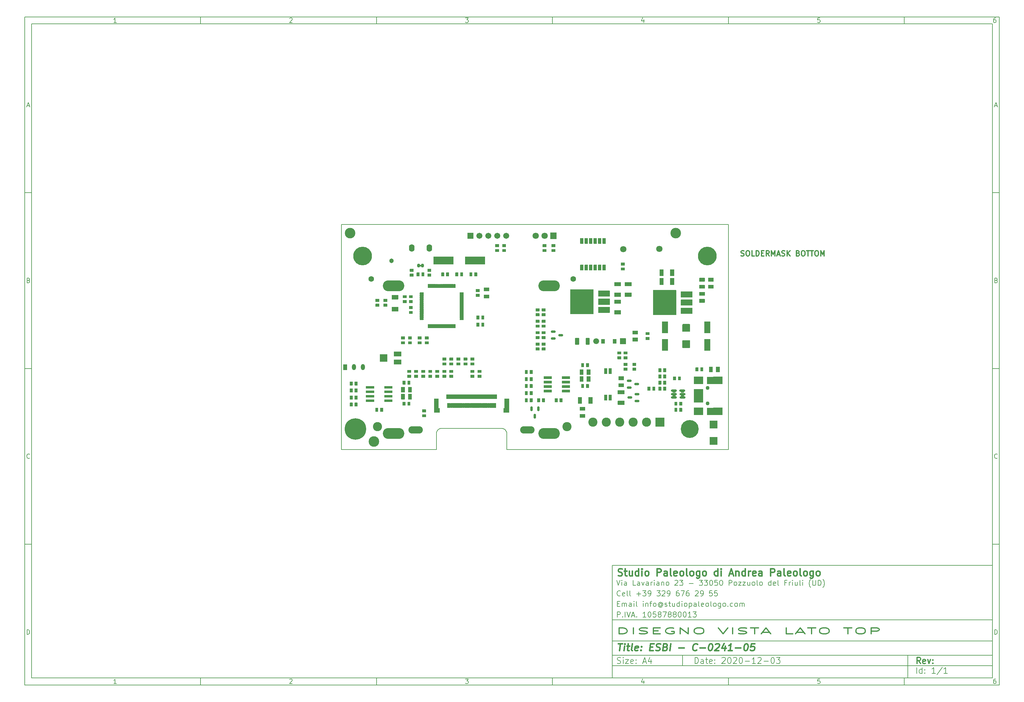
<source format=gbs>
G04 CAM350  V5.0 Date:  Thu Dec  3 11:13:47 2020 *
G04 Database: (Untitled) *
G04 Layer 2: c-0241-05-b_mas *
%FSLAX46Y46*%
%MOMM*%
%SFA1.000B1.000*%

%MIA0B0*%
%IPPOS*%
%ADD10C,0.10000*%
%ADD11C,0.15000*%
%ADD12C,0.34000*%
%ADD13C,0.40000*%
%ADD15C,0.30000*%
%ADD70C,2.60200*%
%ADD71C,1.60200*%
%ADD72O,1.40200X0.70200*%
%ADD73O,4.10200X2.10200*%
%ADD69O,6.10200X3.10200*%
%ADD74C,3.00000*%
%ADD75C,6.10200*%
%ADD76C,5.30200*%
%ADD77C,5.10200*%
%ADD78C,1.67200*%
%ADD79C,1.80200*%
%ADD80C,1.70200*%
%ADD81C,1.80200*%
%ADD82O,1.70200X0.70200*%
%ADD83C,1.30200*%
%ADD84O,0.70200X1.40200*%
%ADD85O,1.20200X1.70200*%
%ADD86C,1.10200*%
%ADD87O,0.90200X1.10200*%
%ADD88O,1.60200X2.10200*%
%LNc-0241-05-b_mas*%
G54D10*
%LPD*%
G36*
X46350000Y14450000D02*
G01X47650000D01*
Y10450000*
X46350000*
Y14450000*
G37*
G36*
X26350000D02*
G01X27650000D01*
Y10450000*
X26350000*
Y14450000*
G37*
G36*
X103900000Y11850000D02*
G01X108250000D01*
Y9850000*
X103900000*
Y11850000*
G37*
G36*
Y20650000D02*
G01X108250000D01*
Y18650000*
X103900000*
Y20650000*
G37*
G36*
X46350000Y14450000D02*
G01X47650000D01*
Y10450000*
X46350000*
Y14450000*
G37*
G36*
X26350000D02*
G01X27650000D01*
Y10450000*
X26350000*
Y14450000*
G37*
G36*
X103900000Y11850000D02*
G01X108250000D01*
Y9850000*
X103900000*
Y11850000*
G37*
G36*
Y20650000D02*
G01X108250000D01*
Y18650000*
X103900000*
Y20650000*
G37*
G36*
X89224000Y9000000D02*
G01X89224774Y9008856D01*
X89227074Y9017442*
X89230832Y9025500*
X89235930Y9032782*
X89242216Y9039068*
X89249500Y9044166*
X89257556Y9047924*
X89266142Y9050224*
X89275000Y9051000*
X91775000*
X91783856Y9050224*
X91792442Y9047924*
X91800500Y9044166*
X91807782Y9039068*
X91814068Y9032782*
X91819166Y9025500*
X91822924Y9017442*
X91825224Y9008856*
X91826000Y9000000*
Y6500000*
X91825224Y6491142*
X91822924Y6482556*
X91819166Y6474500*
X91814068Y6467216*
X91807782Y6460930*
X91800500Y6455832*
X91792442Y6452074*
X91783856Y6449774*
X91775000Y6449000*
X89275000*
X89266142Y6449774*
X89257556Y6452074*
X89249500Y6455832*
X89242216Y6460930*
X89235930Y6467216*
X89230832Y6474500*
X89227074Y6482556*
X89224774Y6491142*
X89224000Y6500000*
Y9000000*
G37*
G36*
X74664000Y23050000D02*
G01X74664774Y23058856D01*
X74667074Y23067442*
X74670832Y23075500*
X74675930Y23082782*
X74682216Y23089068*
X74689500Y23094166*
X74697556Y23097924*
X74706142Y23100224*
X74715000Y23101000*
X75515000*
X75523856Y23100224*
X75532442Y23097924*
X75540500Y23094166*
X75547782Y23089068*
X75554068Y23082782*
X75559166Y23075500*
X75562924Y23067442*
X75565224Y23058856*
X75566000Y23050000*
Y21550000*
X75565224Y21541142*
X75562924Y21532556*
X75559166Y21524500*
X75554068Y21517216*
X75547782Y21510930*
X75540500Y21505832*
X75532442Y21502074*
X75523856Y21499774*
X75515000Y21499000*
X74715000*
X74706142Y21499774*
X74697556Y21502074*
X74689500Y21505832*
X74682216Y21510930*
X74675930Y21517216*
X74670832Y21524500*
X74667074Y21532556*
X74664774Y21541142*
X74664000Y21550000*
Y23050000*
G37*
G36*
X75934000D02*
G01X75934774Y23058856D01*
X75937074Y23067442*
X75940832Y23075500*
X75945930Y23082782*
X75952216Y23089068*
X75959500Y23094166*
X75967556Y23097924*
X75976142Y23100224*
X75985000Y23101000*
X76785000*
X76793856Y23100224*
X76802442Y23097924*
X76810500Y23094166*
X76817782Y23089068*
X76824068Y23082782*
X76829166Y23075500*
X76832924Y23067442*
X76835224Y23058856*
X76836000Y23050000*
Y21550000*
X76835224Y21541142*
X76832924Y21532556*
X76829166Y21524500*
X76824068Y21517216*
X76817782Y21510930*
X76810500Y21505832*
X76802442Y21502074*
X76793856Y21499774*
X76785000Y21499000*
X75985000*
X75976142Y21499774*
X75967556Y21502074*
X75959500Y21505832*
X75952216Y21510930*
X75945930Y21517216*
X75940832Y21524500*
X75937074Y21532556*
X75934774Y21541142*
X75934000Y21550000*
Y23050000*
G37*
G36*
Y15450000D02*
G01X75934774Y15458856D01*
X75937074Y15467442*
X75940832Y15475500*
X75945930Y15482782*
X75952216Y15489068*
X75959500Y15494166*
X75967556Y15497924*
X75976142Y15500224*
X75985000Y15501000*
X76785000*
X76793856Y15500224*
X76802442Y15497924*
X76810500Y15494166*
X76817782Y15489068*
X76824068Y15482782*
X76829166Y15475500*
X76832924Y15467442*
X76835224Y15458856*
X76836000Y15450000*
Y13950000*
X76835224Y13941142*
X76832924Y13932556*
X76829166Y13924500*
X76824068Y13917216*
X76817782Y13910930*
X76810500Y13905832*
X76802442Y13902074*
X76793856Y13899774*
X76785000Y13899000*
X75985000*
X75976142Y13899774*
X75967556Y13902074*
X75959500Y13905832*
X75952216Y13910930*
X75945930Y13917216*
X75940832Y13924500*
X75937074Y13932556*
X75934774Y13941142*
X75934000Y13950000*
Y15450000*
G37*
G36*
X74664000D02*
G01X74664774Y15458856D01*
X74667074Y15467442*
X74670832Y15475500*
X74675930Y15482782*
X74682216Y15489068*
X74689500Y15494166*
X74697556Y15497924*
X74706142Y15500224*
X74715000Y15501000*
X75515000*
X75523856Y15500224*
X75532442Y15497924*
X75540500Y15494166*
X75547782Y15489068*
X75554068Y15482782*
X75559166Y15475500*
X75562924Y15467442*
X75565224Y15458856*
X75566000Y15450000*
Y13950000*
X75565224Y13941142*
X75562924Y13932556*
X75559166Y13924500*
X75554068Y13917216*
X75547782Y13910930*
X75540500Y13905832*
X75532442Y13902074*
X75523856Y13899774*
X75515000Y13899000*
X74715000*
X74706142Y13899774*
X74697556Y13902074*
X74689500Y13905832*
X74682216Y13910930*
X74675930Y13917216*
X74670832Y13924500*
X74667074Y13932556*
X74664774Y13941142*
X74664000Y13950000*
Y15450000*
G37*
G36*
X2399000Y17245000D02*
G01X2399774Y17253856D01*
X2402074Y17262442*
X2405832Y17270500*
X2410930Y17277782*
X2417216Y17284068*
X2424500Y17289166*
X2432556Y17292924*
X2441142Y17295224*
X2450000Y17296000*
X3170000*
X3178856Y17295224*
X3187442Y17292924*
X3195500Y17289166*
X3202782Y17284068*
X3209068Y17277782*
X3214166Y17270500*
X3217924Y17262442*
X3220224Y17253856*
X3221000Y17245000*
Y16255000*
X3220224Y16246142*
X3217924Y16237556*
X3214166Y16229500*
X3209068Y16222216*
X3202782Y16215930*
X3195500Y16210832*
X3187442Y16207074*
X3178856Y16204774*
X3170000Y16204000*
X2450000*
X2441142Y16204774*
X2432556Y16207074*
X2424500Y16210832*
X2417216Y16215930*
X2410930Y16222216*
X2405832Y16229500*
X2402074Y16237556*
X2399774Y16246142*
X2399000Y16255000*
Y17245000*
G37*
G36*
X3779000D02*
G01X3779774Y17253856D01*
X3782074Y17262442*
X3785832Y17270500*
X3790930Y17277782*
X3797216Y17284068*
X3804500Y17289166*
X3812556Y17292924*
X3821142Y17295224*
X3830000Y17296000*
X4550000*
X4558856Y17295224*
X4567442Y17292924*
X4575500Y17289166*
X4582782Y17284068*
X4589068Y17277782*
X4594166Y17270500*
X4597924Y17262442*
X4600224Y17253856*
X4601000Y17245000*
Y16255000*
X4600224Y16246142*
X4597924Y16237556*
X4594166Y16229500*
X4589068Y16222216*
X4582782Y16215930*
X4575500Y16210832*
X4567442Y16207074*
X4558856Y16204774*
X4550000Y16204000*
X3830000*
X3821142Y16204774*
X3812556Y16207074*
X3804500Y16210832*
X3797216Y16215930*
X3790930Y16222216*
X3785832Y16229500*
X3782074Y16237556*
X3779774Y16246142*
X3779000Y16255000*
Y17245000*
G37*
G36*
Y15245000D02*
G01X3779774Y15253856D01*
X3782074Y15262442*
X3785832Y15270500*
X3790930Y15277782*
X3797216Y15284068*
X3804500Y15289166*
X3812556Y15292924*
X3821142Y15295224*
X3830000Y15296000*
X4550000*
X4558856Y15295224*
X4567442Y15292924*
X4575500Y15289166*
X4582782Y15284068*
X4589068Y15277782*
X4594166Y15270500*
X4597924Y15262442*
X4600224Y15253856*
X4601000Y15245000*
Y14255000*
X4600224Y14246142*
X4597924Y14237556*
X4594166Y14229500*
X4589068Y14222216*
X4582782Y14215930*
X4575500Y14210832*
X4567442Y14207074*
X4558856Y14204774*
X4550000Y14204000*
X3830000*
X3821142Y14204774*
X3812556Y14207074*
X3804500Y14210832*
X3797216Y14215930*
X3790930Y14222216*
X3785832Y14229500*
X3782074Y14237556*
X3779774Y14246142*
X3779000Y14255000*
Y15245000*
G37*
G36*
X2399000D02*
G01X2399774Y15253856D01*
X2402074Y15262442*
X2405832Y15270500*
X2410930Y15277782*
X2417216Y15284068*
X2424500Y15289166*
X2432556Y15292924*
X2441142Y15295224*
X2450000Y15296000*
X3170000*
X3178856Y15295224*
X3187442Y15292924*
X3195500Y15289166*
X3202782Y15284068*
X3209068Y15277782*
X3214166Y15270500*
X3217924Y15262442*
X3220224Y15253856*
X3221000Y15245000*
Y14255000*
X3220224Y14246142*
X3217924Y14237556*
X3214166Y14229500*
X3209068Y14222216*
X3202782Y14215930*
X3195500Y14210832*
X3187442Y14207074*
X3178856Y14204774*
X3170000Y14204000*
X2450000*
X2441142Y14204774*
X2432556Y14207074*
X2424500Y14210832*
X2417216Y14215930*
X2410930Y14222216*
X2405832Y14229500*
X2402074Y14237556*
X2399774Y14246142*
X2399000Y14255000*
Y15245000*
G37*
G36*
X16974000Y17725000D02*
G01X16974774Y17733856D01*
X16977074Y17742442*
X16980832Y17750500*
X16985930Y17757782*
X16992216Y17764068*
X16999500Y17769166*
X17007556Y17772924*
X17016142Y17775224*
X17025000Y17776000*
X17975000*
X17983856Y17775224*
X17992442Y17772924*
X18000500Y17769166*
X18007782Y17764068*
X18014068Y17757782*
X18019166Y17750500*
X18022924Y17742442*
X18025224Y17733856*
X18026000Y17725000*
Y16275000*
X18025224Y16266142*
X18022924Y16257556*
X18019166Y16249500*
X18014068Y16242216*
X18007782Y16235930*
X18000500Y16230832*
X17992442Y16227074*
X17983856Y16224774*
X17975000Y16224000*
X17025000*
X17016142Y16224774*
X17007556Y16227074*
X16999500Y16230832*
X16992216Y16235930*
X16985930Y16242216*
X16980832Y16249500*
X16977074Y16257556*
X16974774Y16266142*
X16974000Y16275000*
Y17725000*
G37*
G36*
X18974000D02*
G01X18974774Y17733856D01*
X18977074Y17742442*
X18980832Y17750500*
X18985930Y17757782*
X18992216Y17764068*
X18999500Y17769166*
X19007556Y17772924*
X19016142Y17775224*
X19025000Y17776000*
X19975000*
X19983856Y17775224*
X19992442Y17772924*
X20000500Y17769166*
X20007782Y17764068*
X20014068Y17757782*
X20019166Y17750500*
X20022924Y17742442*
X20025224Y17733856*
X20026000Y17725000*
Y16275000*
X20025224Y16266142*
X20022924Y16257556*
X20019166Y16249500*
X20014068Y16242216*
X20007782Y16235930*
X20000500Y16230832*
X19992442Y16227074*
X19983856Y16224774*
X19975000Y16224000*
X19025000*
X19016142Y16224774*
X19007556Y16227074*
X18999500Y16230832*
X18992216Y16235930*
X18985930Y16242216*
X18980832Y16249500*
X18977074Y16257556*
X18974774Y16266142*
X18974000Y16275000*
Y17725000*
G37*
G36*
X3779000Y19245000D02*
G01X3779774Y19253856D01*
X3782074Y19262442*
X3785832Y19270500*
X3790930Y19277782*
X3797216Y19284068*
X3804500Y19289166*
X3812556Y19292924*
X3821142Y19295224*
X3830000Y19296000*
X4550000*
X4558856Y19295224*
X4567442Y19292924*
X4575500Y19289166*
X4582782Y19284068*
X4589068Y19277782*
X4594166Y19270500*
X4597924Y19262442*
X4600224Y19253856*
X4601000Y19245000*
Y18255000*
X4600224Y18246142*
X4597924Y18237556*
X4594166Y18229500*
X4589068Y18222216*
X4582782Y18215930*
X4575500Y18210832*
X4567442Y18207074*
X4558856Y18204774*
X4550000Y18204000*
X3830000*
X3821142Y18204774*
X3812556Y18207074*
X3804500Y18210832*
X3797216Y18215930*
X3790930Y18222216*
X3785832Y18229500*
X3782074Y18237556*
X3779774Y18246142*
X3779000Y18255000*
Y19245000*
G37*
G36*
X2399000D02*
G01X2399774Y19253856D01*
X2402074Y19262442*
X2405832Y19270500*
X2410930Y19277782*
X2417216Y19284068*
X2424500Y19289166*
X2432556Y19292924*
X2441142Y19295224*
X2450000Y19296000*
X3170000*
X3178856Y19295224*
X3187442Y19292924*
X3195500Y19289166*
X3202782Y19284068*
X3209068Y19277782*
X3214166Y19270500*
X3217924Y19262442*
X3220224Y19253856*
X3221000Y19245000*
Y18255000*
X3220224Y18246142*
X3217924Y18237556*
X3214166Y18229500*
X3209068Y18222216*
X3202782Y18215930*
X3195500Y18210832*
X3187442Y18207074*
X3178856Y18204774*
X3170000Y18204000*
X2450000*
X2441142Y18204774*
X2432556Y18207074*
X2424500Y18210832*
X2417216Y18215930*
X2410930Y18222216*
X2405832Y18229500*
X2402074Y18237556*
X2399774Y18246142*
X2399000Y18255000*
Y19245000*
G37*
G36*
X16974000Y15725000D02*
G01X16974774Y15733856D01*
X16977074Y15742442*
X16980832Y15750500*
X16985930Y15757782*
X16992216Y15764068*
X16999500Y15769166*
X17007556Y15772924*
X17016142Y15775224*
X17025000Y15776000*
X17975000*
X17983856Y15775224*
X17992442Y15772924*
X18000500Y15769166*
X18007782Y15764068*
X18014068Y15757782*
X18019166Y15750500*
X18022924Y15742442*
X18025224Y15733856*
X18026000Y15725000*
Y14275000*
X18025224Y14266142*
X18022924Y14257556*
X18019166Y14249500*
X18014068Y14242216*
X18007782Y14235930*
X18000500Y14230832*
X17992442Y14227074*
X17983856Y14224774*
X17975000Y14224000*
X17025000*
X17016142Y14224774*
X17007556Y14227074*
X16999500Y14230832*
X16992216Y14235930*
X16985930Y14242216*
X16980832Y14249500*
X16977074Y14257556*
X16974774Y14266142*
X16974000Y14275000*
Y15725000*
G37*
G36*
X18974000D02*
G01X18974774Y15733856D01*
X18977074Y15742442*
X18980832Y15750500*
X18985930Y15757782*
X18992216Y15764068*
X18999500Y15769166*
X19007556Y15772924*
X19016142Y15775224*
X19025000Y15776000*
X19975000*
X19983856Y15775224*
X19992442Y15772924*
X20000500Y15769166*
X20007782Y15764068*
X20014068Y15757782*
X20019166Y15750500*
X20022924Y15742442*
X20025224Y15733856*
X20026000Y15725000*
Y14275000*
X20025224Y14266142*
X20022924Y14257556*
X20019166Y14249500*
X20014068Y14242216*
X20007782Y14235930*
X20000500Y14230832*
X19992442Y14227074*
X19983856Y14224774*
X19975000Y14224000*
X19025000*
X19016142Y14224774*
X19007556Y14227074*
X18999500Y14230832*
X18992216Y14235930*
X18985930Y14242216*
X18980832Y14249500*
X18977074Y14257556*
X18974774Y14266142*
X18974000Y14275000*
Y15725000*
G37*
G36*
X3779000Y13245000D02*
G01X3779774Y13253856D01*
X3782074Y13262442*
X3785832Y13270500*
X3790930Y13277782*
X3797216Y13284068*
X3804500Y13289166*
X3812556Y13292924*
X3821142Y13295224*
X3830000Y13296000*
X4550000*
X4558856Y13295224*
X4567442Y13292924*
X4575500Y13289166*
X4582782Y13284068*
X4589068Y13277782*
X4594166Y13270500*
X4597924Y13262442*
X4600224Y13253856*
X4601000Y13245000*
Y12255000*
X4600224Y12246142*
X4597924Y12237556*
X4594166Y12229500*
X4589068Y12222216*
X4582782Y12215930*
X4575500Y12210832*
X4567442Y12207074*
X4558856Y12204774*
X4550000Y12204000*
X3830000*
X3821142Y12204774*
X3812556Y12207074*
X3804500Y12210832*
X3797216Y12215930*
X3790930Y12222216*
X3785832Y12229500*
X3782074Y12237556*
X3779774Y12246142*
X3779000Y12255000*
Y13245000*
G37*
G36*
X2399000D02*
G01X2399774Y13253856D01*
X2402074Y13262442*
X2405832Y13270500*
X2410930Y13277782*
X2417216Y13284068*
X2424500Y13289166*
X2432556Y13292924*
X2441142Y13295224*
X2450000Y13296000*
X3170000*
X3178856Y13295224*
X3187442Y13292924*
X3195500Y13289166*
X3202782Y13284068*
X3209068Y13277782*
X3214166Y13270500*
X3217924Y13262442*
X3220224Y13253856*
X3221000Y13245000*
Y12255000*
X3220224Y12246142*
X3217924Y12237556*
X3214166Y12229500*
X3209068Y12222216*
X3202782Y12215930*
X3195500Y12210832*
X3187442Y12207074*
X3178856Y12204774*
X3170000Y12204000*
X2450000*
X2441142Y12204774*
X2432556Y12207074*
X2424500Y12210832*
X2417216Y12215930*
X2410930Y12222216*
X2405832Y12229500*
X2402074Y12237556*
X2399774Y12246142*
X2399000Y12255000*
Y13245000*
G37*
G36*
X11029000Y11745000D02*
G01X11029774Y11753856D01*
X11032074Y11762442*
X11035832Y11770500*
X11040930Y11777782*
X11047216Y11784068*
X11054500Y11789166*
X11062556Y11792924*
X11071142Y11795224*
X11080000Y11796000*
X11800000*
X11808856Y11795224*
X11817442Y11792924*
X11825500Y11789166*
X11832782Y11784068*
X11839068Y11777782*
X11844166Y11770500*
X11847924Y11762442*
X11850224Y11753856*
X11851000Y11745000*
Y10755000*
X11850224Y10746142*
X11847924Y10737556*
X11844166Y10729500*
X11839068Y10722216*
X11832782Y10715930*
X11825500Y10710832*
X11817442Y10707074*
X11808856Y10704774*
X11800000Y10704000*
X11080000*
X11071142Y10704774*
X11062556Y10707074*
X11054500Y10710832*
X11047216Y10715930*
X11040930Y10722216*
X11035832Y10729500*
X11032074Y10737556*
X11029774Y10746142*
X11029000Y10755000*
Y11745000*
G37*
G36*
X9649000D02*
G01X9649774Y11753856D01*
X9652074Y11762442*
X9655832Y11770500*
X9660930Y11777782*
X9667216Y11784068*
X9674500Y11789166*
X9682556Y11792924*
X9691142Y11795224*
X9700000Y11796000*
X10420000*
X10428856Y11795224*
X10437442Y11792924*
X10445500Y11789166*
X10452782Y11784068*
X10459068Y11777782*
X10464166Y11770500*
X10467924Y11762442*
X10470224Y11753856*
X10471000Y11745000*
Y10755000*
X10470224Y10746142*
X10467924Y10737556*
X10464166Y10729500*
X10459068Y10722216*
X10452782Y10715930*
X10445500Y10710832*
X10437442Y10707074*
X10428856Y10704774*
X10420000Y10704000*
X9700000*
X9691142Y10704774*
X9682556Y10707074*
X9674500Y10710832*
X9667216Y10715930*
X9660930Y10722216*
X9655832Y10729500*
X9652074Y10737556*
X9649774Y10746142*
X9649000Y10755000*
Y11745000*
G37*
G36*
X17399000Y13495000D02*
G01X17399774Y13503856D01*
X17402074Y13512442*
X17405832Y13520500*
X17410930Y13527782*
X17417216Y13534068*
X17424500Y13539166*
X17432556Y13542924*
X17441142Y13545224*
X17450000Y13546000*
X18170000*
X18178856Y13545224*
X18187442Y13542924*
X18195500Y13539166*
X18202782Y13534068*
X18209068Y13527782*
X18214166Y13520500*
X18217924Y13512442*
X18220224Y13503856*
X18221000Y13495000*
Y12505000*
X18220224Y12496142*
X18217924Y12487556*
X18214166Y12479500*
X18209068Y12472216*
X18202782Y12465930*
X18195500Y12460832*
X18187442Y12457074*
X18178856Y12454774*
X18170000Y12454000*
X17450000*
X17441142Y12454774*
X17432556Y12457074*
X17424500Y12460832*
X17417216Y12465930*
X17410930Y12472216*
X17405832Y12479500*
X17402074Y12487556*
X17399774Y12496142*
X17399000Y12505000*
Y13495000*
G37*
G36*
X18779000D02*
G01X18779774Y13503856D01*
X18782074Y13512442*
X18785832Y13520500*
X18790930Y13527782*
X18797216Y13534068*
X18804500Y13539166*
X18812556Y13542924*
X18821142Y13545224*
X18830000Y13546000*
X19550000*
X19558856Y13545224*
X19567442Y13542924*
X19575500Y13539166*
X19582782Y13534068*
X19589068Y13527782*
X19594166Y13520500*
X19597924Y13512442*
X19600224Y13503856*
X19601000Y13495000*
Y12505000*
X19600224Y12496142*
X19597924Y12487556*
X19594166Y12479500*
X19589068Y12472216*
X19582782Y12465930*
X19575500Y12460832*
X19567442Y12457074*
X19558856Y12454774*
X19550000Y12454000*
X18830000*
X18821142Y12454774*
X18812556Y12457074*
X18804500Y12460832*
X18797216Y12465930*
X18790930Y12472216*
X18785832Y12479500*
X18782074Y12487556*
X18779774Y12496142*
X18779000Y12505000*
Y13495000*
G37*
G36*
Y19495000D02*
G01X18779774Y19503856D01*
X18782074Y19512442*
X18785832Y19520500*
X18790930Y19527782*
X18797216Y19534068*
X18804500Y19539166*
X18812556Y19542924*
X18821142Y19545224*
X18830000Y19546000*
X19550000*
X19558856Y19545224*
X19567442Y19542924*
X19575500Y19539166*
X19582782Y19534068*
X19589068Y19527782*
X19594166Y19520500*
X19597924Y19512442*
X19600224Y19503856*
X19601000Y19495000*
Y18505000*
X19600224Y18496142*
X19597924Y18487556*
X19594166Y18479500*
X19589068Y18472216*
X19582782Y18465930*
X19575500Y18460832*
X19567442Y18457074*
X19558856Y18454774*
X19550000Y18454000*
X18830000*
X18821142Y18454774*
X18812556Y18457074*
X18804500Y18460832*
X18797216Y18465930*
X18790930Y18472216*
X18785832Y18479500*
X18782074Y18487556*
X18779774Y18496142*
X18779000Y18505000*
Y19495000*
G37*
G36*
X17399000D02*
G01X17399774Y19503856D01*
X17402074Y19512442*
X17405832Y19520500*
X17410930Y19527782*
X17417216Y19534068*
X17424500Y19539166*
X17432556Y19542924*
X17441142Y19545224*
X17450000Y19546000*
X18170000*
X18178856Y19545224*
X18187442Y19542924*
X18195500Y19539166*
X18202782Y19534068*
X18209068Y19527782*
X18214166Y19520500*
X18217924Y19512442*
X18220224Y19503856*
X18221000Y19495000*
Y18505000*
X18220224Y18496142*
X18217924Y18487556*
X18214166Y18479500*
X18209068Y18472216*
X18202782Y18465930*
X18195500Y18460832*
X18187442Y18457074*
X18178856Y18454774*
X18170000Y18454000*
X17450000*
X17441142Y18454774*
X17432556Y18457074*
X17424500Y18460832*
X17417216Y18465930*
X17410930Y18472216*
X17405832Y18479500*
X17402074Y18487556*
X17399774Y18496142*
X17399000Y18505000*
Y19495000*
G37*
G36*
X24574000Y46950000D02*
G01X24574774Y46958856D01*
X24577074Y46967442*
X24580832Y46975500*
X24585930Y46982782*
X24592216Y46989068*
X24599500Y46994166*
X24607556Y46997924*
X24616142Y47000224*
X24625000Y47001000*
X24875000*
X24883856Y47000224*
X24892442Y46997924*
X24900500Y46994166*
X24907782Y46989068*
X24914068Y46982782*
X24919166Y46975500*
X24922924Y46967442*
X24925224Y46958856*
X24926000Y46950000*
Y45950000*
X24925224Y45941142*
X24922924Y45932556*
X24919166Y45924500*
X24914068Y45917216*
X24907782Y45910930*
X24900500Y45905832*
X24892442Y45902074*
X24883856Y45899774*
X24875000Y45899000*
X24625000*
X24616142Y45899774*
X24607556Y45902074*
X24599500Y45905832*
X24592216Y45910930*
X24585930Y45917216*
X24580832Y45924500*
X24577074Y45932556*
X24574774Y45941142*
X24574000Y45950000*
Y46950000*
G37*
G36*
X32074000D02*
G01X32074774Y46958856D01*
X32077074Y46967442*
X32080832Y46975500*
X32085930Y46982782*
X32092216Y46989068*
X32099500Y46994166*
X32107556Y46997924*
X32116142Y47000224*
X32125000Y47001000*
X32375000*
X32383856Y47000224*
X32392442Y46997924*
X32400500Y46994166*
X32407782Y46989068*
X32414068Y46982782*
X32419166Y46975500*
X32422924Y46967442*
X32425224Y46958856*
X32426000Y46950000*
Y45950000*
X32425224Y45941142*
X32422924Y45932556*
X32419166Y45924500*
X32414068Y45917216*
X32407782Y45910930*
X32400500Y45905832*
X32392442Y45902074*
X32383856Y45899774*
X32375000Y45899000*
X32125000*
X32116142Y45899774*
X32107556Y45902074*
X32099500Y45905832*
X32092216Y45910930*
X32085930Y45917216*
X32080832Y45924500*
X32077074Y45932556*
X32074774Y45941142*
X32074000Y45950000*
Y46950000*
G37*
G36*
X33649000Y44625000D02*
G01X33649774Y44633856D01*
X33652074Y44642442*
X33655832Y44650500*
X33660930Y44657782*
X33667216Y44664068*
X33674500Y44669166*
X33682556Y44672924*
X33691142Y44675224*
X33700000Y44676000*
X34700000*
X34708856Y44675224*
X34717442Y44672924*
X34725500Y44669166*
X34732782Y44664068*
X34739068Y44657782*
X34744166Y44650500*
X34747924Y44642442*
X34750224Y44633856*
X34751000Y44625000*
Y44375000*
X34750224Y44366142*
X34747924Y44357556*
X34744166Y44349500*
X34739068Y44342216*
X34732782Y44335930*
X34725500Y44330832*
X34717442Y44327074*
X34708856Y44324774*
X34700000Y44324000*
X33700000*
X33691142Y44324774*
X33682556Y44327074*
X33674500Y44330832*
X33667216Y44335930*
X33660930Y44342216*
X33655832Y44349500*
X33652074Y44357556*
X33649774Y44366142*
X33649000Y44375000*
Y44625000*
G37*
G36*
Y44125000D02*
G01X33649774Y44133856D01*
X33652074Y44142442*
X33655832Y44150500*
X33660930Y44157782*
X33667216Y44164068*
X33674500Y44169166*
X33682556Y44172924*
X33691142Y44175224*
X33700000Y44176000*
X34700000*
X34708856Y44175224*
X34717442Y44172924*
X34725500Y44169166*
X34732782Y44164068*
X34739068Y44157782*
X34744166Y44150500*
X34747924Y44142442*
X34750224Y44133856*
X34751000Y44125000*
Y43875000*
X34750224Y43866142*
X34747924Y43857556*
X34744166Y43849500*
X34739068Y43842216*
X34732782Y43835930*
X34725500Y43830832*
X34717442Y43827074*
X34708856Y43824774*
X34700000Y43824000*
X33700000*
X33691142Y43824774*
X33682556Y43827074*
X33674500Y43830832*
X33667216Y43835930*
X33660930Y43842216*
X33655832Y43849500*
X33652074Y43857556*
X33649774Y43866142*
X33649000Y43875000*
Y44125000*
G37*
G36*
Y43625000D02*
G01X33649774Y43633856D01*
X33652074Y43642442*
X33655832Y43650500*
X33660930Y43657782*
X33667216Y43664068*
X33674500Y43669166*
X33682556Y43672924*
X33691142Y43675224*
X33700000Y43676000*
X34700000*
X34708856Y43675224*
X34717442Y43672924*
X34725500Y43669166*
X34732782Y43664068*
X34739068Y43657782*
X34744166Y43650500*
X34747924Y43642442*
X34750224Y43633856*
X34751000Y43625000*
Y43375000*
X34750224Y43366142*
X34747924Y43357556*
X34744166Y43349500*
X34739068Y43342216*
X34732782Y43335930*
X34725500Y43330832*
X34717442Y43327074*
X34708856Y43324774*
X34700000Y43324000*
X33700000*
X33691142Y43324774*
X33682556Y43327074*
X33674500Y43330832*
X33667216Y43335930*
X33660930Y43342216*
X33655832Y43349500*
X33652074Y43357556*
X33649774Y43366142*
X33649000Y43375000*
Y43625000*
G37*
G36*
Y43125000D02*
G01X33649774Y43133856D01*
X33652074Y43142442*
X33655832Y43150500*
X33660930Y43157782*
X33667216Y43164068*
X33674500Y43169166*
X33682556Y43172924*
X33691142Y43175224*
X33700000Y43176000*
X34700000*
X34708856Y43175224*
X34717442Y43172924*
X34725500Y43169166*
X34732782Y43164068*
X34739068Y43157782*
X34744166Y43150500*
X34747924Y43142442*
X34750224Y43133856*
X34751000Y43125000*
Y42875000*
X34750224Y42866142*
X34747924Y42857556*
X34744166Y42849500*
X34739068Y42842216*
X34732782Y42835930*
X34725500Y42830832*
X34717442Y42827074*
X34708856Y42824774*
X34700000Y42824000*
X33700000*
X33691142Y42824774*
X33682556Y42827074*
X33674500Y42830832*
X33667216Y42835930*
X33660930Y42842216*
X33655832Y42849500*
X33652074Y42857556*
X33649774Y42866142*
X33649000Y42875000*
Y43125000*
G37*
G36*
Y42625000D02*
G01X33649774Y42633856D01*
X33652074Y42642442*
X33655832Y42650500*
X33660930Y42657782*
X33667216Y42664068*
X33674500Y42669166*
X33682556Y42672924*
X33691142Y42675224*
X33700000Y42676000*
X34700000*
X34708856Y42675224*
X34717442Y42672924*
X34725500Y42669166*
X34732782Y42664068*
X34739068Y42657782*
X34744166Y42650500*
X34747924Y42642442*
X34750224Y42633856*
X34751000Y42625000*
Y42375000*
X34750224Y42366142*
X34747924Y42357556*
X34744166Y42349500*
X34739068Y42342216*
X34732782Y42335930*
X34725500Y42330832*
X34717442Y42327074*
X34708856Y42324774*
X34700000Y42324000*
X33700000*
X33691142Y42324774*
X33682556Y42327074*
X33674500Y42330832*
X33667216Y42335930*
X33660930Y42342216*
X33655832Y42349500*
X33652074Y42357556*
X33649774Y42366142*
X33649000Y42375000*
Y42625000*
G37*
G36*
Y42125000D02*
G01X33649774Y42133856D01*
X33652074Y42142442*
X33655832Y42150500*
X33660930Y42157782*
X33667216Y42164068*
X33674500Y42169166*
X33682556Y42172924*
X33691142Y42175224*
X33700000Y42176000*
X34700000*
X34708856Y42175224*
X34717442Y42172924*
X34725500Y42169166*
X34732782Y42164068*
X34739068Y42157782*
X34744166Y42150500*
X34747924Y42142442*
X34750224Y42133856*
X34751000Y42125000*
Y41875000*
X34750224Y41866142*
X34747924Y41857556*
X34744166Y41849500*
X34739068Y41842216*
X34732782Y41835930*
X34725500Y41830832*
X34717442Y41827074*
X34708856Y41824774*
X34700000Y41824000*
X33700000*
X33691142Y41824774*
X33682556Y41827074*
X33674500Y41830832*
X33667216Y41835930*
X33660930Y41842216*
X33655832Y41849500*
X33652074Y41857556*
X33649774Y41866142*
X33649000Y41875000*
Y42125000*
G37*
G36*
Y41625000D02*
G01X33649774Y41633856D01*
X33652074Y41642442*
X33655832Y41650500*
X33660930Y41657782*
X33667216Y41664068*
X33674500Y41669166*
X33682556Y41672924*
X33691142Y41675224*
X33700000Y41676000*
X34700000*
X34708856Y41675224*
X34717442Y41672924*
X34725500Y41669166*
X34732782Y41664068*
X34739068Y41657782*
X34744166Y41650500*
X34747924Y41642442*
X34750224Y41633856*
X34751000Y41625000*
Y41375000*
X34750224Y41366142*
X34747924Y41357556*
X34744166Y41349500*
X34739068Y41342216*
X34732782Y41335930*
X34725500Y41330832*
X34717442Y41327074*
X34708856Y41324774*
X34700000Y41324000*
X33700000*
X33691142Y41324774*
X33682556Y41327074*
X33674500Y41330832*
X33667216Y41335930*
X33660930Y41342216*
X33655832Y41349500*
X33652074Y41357556*
X33649774Y41366142*
X33649000Y41375000*
Y41625000*
G37*
G36*
Y41125000D02*
G01X33649774Y41133856D01*
X33652074Y41142442*
X33655832Y41150500*
X33660930Y41157782*
X33667216Y41164068*
X33674500Y41169166*
X33682556Y41172924*
X33691142Y41175224*
X33700000Y41176000*
X34700000*
X34708856Y41175224*
X34717442Y41172924*
X34725500Y41169166*
X34732782Y41164068*
X34739068Y41157782*
X34744166Y41150500*
X34747924Y41142442*
X34750224Y41133856*
X34751000Y41125000*
Y40875000*
X34750224Y40866142*
X34747924Y40857556*
X34744166Y40849500*
X34739068Y40842216*
X34732782Y40835930*
X34725500Y40830832*
X34717442Y40827074*
X34708856Y40824774*
X34700000Y40824000*
X33700000*
X33691142Y40824774*
X33682556Y40827074*
X33674500Y40830832*
X33667216Y40835930*
X33660930Y40842216*
X33655832Y40849500*
X33652074Y40857556*
X33649774Y40866142*
X33649000Y40875000*
Y41125000*
G37*
G36*
Y40625000D02*
G01X33649774Y40633856D01*
X33652074Y40642442*
X33655832Y40650500*
X33660930Y40657782*
X33667216Y40664068*
X33674500Y40669166*
X33682556Y40672924*
X33691142Y40675224*
X33700000Y40676000*
X34700000*
X34708856Y40675224*
X34717442Y40672924*
X34725500Y40669166*
X34732782Y40664068*
X34739068Y40657782*
X34744166Y40650500*
X34747924Y40642442*
X34750224Y40633856*
X34751000Y40625000*
Y40375000*
X34750224Y40366142*
X34747924Y40357556*
X34744166Y40349500*
X34739068Y40342216*
X34732782Y40335930*
X34725500Y40330832*
X34717442Y40327074*
X34708856Y40324774*
X34700000Y40324000*
X33700000*
X33691142Y40324774*
X33682556Y40327074*
X33674500Y40330832*
X33667216Y40335930*
X33660930Y40342216*
X33655832Y40349500*
X33652074Y40357556*
X33649774Y40366142*
X33649000Y40375000*
Y40625000*
G37*
G36*
Y40125000D02*
G01X33649774Y40133856D01*
X33652074Y40142442*
X33655832Y40150500*
X33660930Y40157782*
X33667216Y40164068*
X33674500Y40169166*
X33682556Y40172924*
X33691142Y40175224*
X33700000Y40176000*
X34700000*
X34708856Y40175224*
X34717442Y40172924*
X34725500Y40169166*
X34732782Y40164068*
X34739068Y40157782*
X34744166Y40150500*
X34747924Y40142442*
X34750224Y40133856*
X34751000Y40125000*
Y39875000*
X34750224Y39866142*
X34747924Y39857556*
X34744166Y39849500*
X34739068Y39842216*
X34732782Y39835930*
X34725500Y39830832*
X34717442Y39827074*
X34708856Y39824774*
X34700000Y39824000*
X33700000*
X33691142Y39824774*
X33682556Y39827074*
X33674500Y39830832*
X33667216Y39835930*
X33660930Y39842216*
X33655832Y39849500*
X33652074Y39857556*
X33649774Y39866142*
X33649000Y39875000*
Y40125000*
G37*
G36*
Y39625000D02*
G01X33649774Y39633856D01*
X33652074Y39642442*
X33655832Y39650500*
X33660930Y39657782*
X33667216Y39664068*
X33674500Y39669166*
X33682556Y39672924*
X33691142Y39675224*
X33700000Y39676000*
X34700000*
X34708856Y39675224*
X34717442Y39672924*
X34725500Y39669166*
X34732782Y39664068*
X34739068Y39657782*
X34744166Y39650500*
X34747924Y39642442*
X34750224Y39633856*
X34751000Y39625000*
Y39375000*
X34750224Y39366142*
X34747924Y39357556*
X34744166Y39349500*
X34739068Y39342216*
X34732782Y39335930*
X34725500Y39330832*
X34717442Y39327074*
X34708856Y39324774*
X34700000Y39324000*
X33700000*
X33691142Y39324774*
X33682556Y39327074*
X33674500Y39330832*
X33667216Y39335930*
X33660930Y39342216*
X33655832Y39349500*
X33652074Y39357556*
X33649774Y39366142*
X33649000Y39375000*
Y39625000*
G37*
G36*
Y39125000D02*
G01X33649774Y39133856D01*
X33652074Y39142442*
X33655832Y39150500*
X33660930Y39157782*
X33667216Y39164068*
X33674500Y39169166*
X33682556Y39172924*
X33691142Y39175224*
X33700000Y39176000*
X34700000*
X34708856Y39175224*
X34717442Y39172924*
X34725500Y39169166*
X34732782Y39164068*
X34739068Y39157782*
X34744166Y39150500*
X34747924Y39142442*
X34750224Y39133856*
X34751000Y39125000*
Y38875000*
X34750224Y38866142*
X34747924Y38857556*
X34744166Y38849500*
X34739068Y38842216*
X34732782Y38835930*
X34725500Y38830832*
X34717442Y38827074*
X34708856Y38824774*
X34700000Y38824000*
X33700000*
X33691142Y38824774*
X33682556Y38827074*
X33674500Y38830832*
X33667216Y38835930*
X33660930Y38842216*
X33655832Y38849500*
X33652074Y38857556*
X33649774Y38866142*
X33649000Y38875000*
Y39125000*
G37*
G36*
Y38625000D02*
G01X33649774Y38633856D01*
X33652074Y38642442*
X33655832Y38650500*
X33660930Y38657782*
X33667216Y38664068*
X33674500Y38669166*
X33682556Y38672924*
X33691142Y38675224*
X33700000Y38676000*
X34700000*
X34708856Y38675224*
X34717442Y38672924*
X34725500Y38669166*
X34732782Y38664068*
X34739068Y38657782*
X34744166Y38650500*
X34747924Y38642442*
X34750224Y38633856*
X34751000Y38625000*
Y38375000*
X34750224Y38366142*
X34747924Y38357556*
X34744166Y38349500*
X34739068Y38342216*
X34732782Y38335930*
X34725500Y38330832*
X34717442Y38327074*
X34708856Y38324774*
X34700000Y38324000*
X33700000*
X33691142Y38324774*
X33682556Y38327074*
X33674500Y38330832*
X33667216Y38335930*
X33660930Y38342216*
X33655832Y38349500*
X33652074Y38357556*
X33649774Y38366142*
X33649000Y38375000*
Y38625000*
G37*
G36*
Y38125000D02*
G01X33649774Y38133856D01*
X33652074Y38142442*
X33655832Y38150500*
X33660930Y38157782*
X33667216Y38164068*
X33674500Y38169166*
X33682556Y38172924*
X33691142Y38175224*
X33700000Y38176000*
X34700000*
X34708856Y38175224*
X34717442Y38172924*
X34725500Y38169166*
X34732782Y38164068*
X34739068Y38157782*
X34744166Y38150500*
X34747924Y38142442*
X34750224Y38133856*
X34751000Y38125000*
Y37875000*
X34750224Y37866142*
X34747924Y37857556*
X34744166Y37849500*
X34739068Y37842216*
X34732782Y37835930*
X34725500Y37830832*
X34717442Y37827074*
X34708856Y37824774*
X34700000Y37824000*
X33700000*
X33691142Y37824774*
X33682556Y37827074*
X33674500Y37830832*
X33667216Y37835930*
X33660930Y37842216*
X33655832Y37849500*
X33652074Y37857556*
X33649774Y37866142*
X33649000Y37875000*
Y38125000*
G37*
G36*
Y37625000D02*
G01X33649774Y37633856D01*
X33652074Y37642442*
X33655832Y37650500*
X33660930Y37657782*
X33667216Y37664068*
X33674500Y37669166*
X33682556Y37672924*
X33691142Y37675224*
X33700000Y37676000*
X34700000*
X34708856Y37675224*
X34717442Y37672924*
X34725500Y37669166*
X34732782Y37664068*
X34739068Y37657782*
X34744166Y37650500*
X34747924Y37642442*
X34750224Y37633856*
X34751000Y37625000*
Y37375000*
X34750224Y37366142*
X34747924Y37357556*
X34744166Y37349500*
X34739068Y37342216*
X34732782Y37335930*
X34725500Y37330832*
X34717442Y37327074*
X34708856Y37324774*
X34700000Y37324000*
X33700000*
X33691142Y37324774*
X33682556Y37327074*
X33674500Y37330832*
X33667216Y37335930*
X33660930Y37342216*
X33655832Y37349500*
X33652074Y37357556*
X33649774Y37366142*
X33649000Y37375000*
Y37625000*
G37*
G36*
Y37125000D02*
G01X33649774Y37133856D01*
X33652074Y37142442*
X33655832Y37150500*
X33660930Y37157782*
X33667216Y37164068*
X33674500Y37169166*
X33682556Y37172924*
X33691142Y37175224*
X33700000Y37176000*
X34700000*
X34708856Y37175224*
X34717442Y37172924*
X34725500Y37169166*
X34732782Y37164068*
X34739068Y37157782*
X34744166Y37150500*
X34747924Y37142442*
X34750224Y37133856*
X34751000Y37125000*
Y36875000*
X34750224Y36866142*
X34747924Y36857556*
X34744166Y36849500*
X34739068Y36842216*
X34732782Y36835930*
X34725500Y36830832*
X34717442Y36827074*
X34708856Y36824774*
X34700000Y36824000*
X33700000*
X33691142Y36824774*
X33682556Y36827074*
X33674500Y36830832*
X33667216Y36835930*
X33660930Y36842216*
X33655832Y36849500*
X33652074Y36857556*
X33649774Y36866142*
X33649000Y36875000*
Y37125000*
G37*
G36*
X32074000Y35550000D02*
G01X32074774Y35558856D01*
X32077074Y35567442*
X32080832Y35575500*
X32085930Y35582782*
X32092216Y35589068*
X32099500Y35594166*
X32107556Y35597924*
X32116142Y35600224*
X32125000Y35601000*
X32375000*
X32383856Y35600224*
X32392442Y35597924*
X32400500Y35594166*
X32407782Y35589068*
X32414068Y35582782*
X32419166Y35575500*
X32422924Y35567442*
X32425224Y35558856*
X32426000Y35550000*
Y34550000*
X32425224Y34541142*
X32422924Y34532556*
X32419166Y34524500*
X32414068Y34517216*
X32407782Y34510930*
X32400500Y34505832*
X32392442Y34502074*
X32383856Y34499774*
X32375000Y34499000*
X32125000*
X32116142Y34499774*
X32107556Y34502074*
X32099500Y34505832*
X32092216Y34510930*
X32085930Y34517216*
X32080832Y34524500*
X32077074Y34532556*
X32074774Y34541142*
X32074000Y34550000*
Y35550000*
G37*
G36*
X24574000D02*
G01X24574774Y35558856D01*
X24577074Y35567442*
X24580832Y35575500*
X24585930Y35582782*
X24592216Y35589068*
X24599500Y35594166*
X24607556Y35597924*
X24616142Y35600224*
X24625000Y35601000*
X24875000*
X24883856Y35600224*
X24892442Y35597924*
X24900500Y35594166*
X24907782Y35589068*
X24914068Y35582782*
X24919166Y35575500*
X24922924Y35567442*
X24925224Y35558856*
X24926000Y35550000*
Y34550000*
X24925224Y34541142*
X24922924Y34532556*
X24919166Y34524500*
X24914068Y34517216*
X24907782Y34510930*
X24900500Y34505832*
X24892442Y34502074*
X24883856Y34499774*
X24875000Y34499000*
X24625000*
X24616142Y34499774*
X24607556Y34502074*
X24599500Y34505832*
X24592216Y34510930*
X24585930Y34517216*
X24580832Y34524500*
X24577074Y34532556*
X24574774Y34541142*
X24574000Y34550000*
Y35550000*
G37*
G36*
X22249000Y37125000D02*
G01X22249774Y37133856D01*
X22252074Y37142442*
X22255832Y37150500*
X22260930Y37157782*
X22267216Y37164068*
X22274500Y37169166*
X22282556Y37172924*
X22291142Y37175224*
X22300000Y37176000*
X23300000*
X23308856Y37175224*
X23317442Y37172924*
X23325500Y37169166*
X23332782Y37164068*
X23339068Y37157782*
X23344166Y37150500*
X23347924Y37142442*
X23350224Y37133856*
X23351000Y37125000*
Y36875000*
X23350224Y36866142*
X23347924Y36857556*
X23344166Y36849500*
X23339068Y36842216*
X23332782Y36835930*
X23325500Y36830832*
X23317442Y36827074*
X23308856Y36824774*
X23300000Y36824000*
X22300000*
X22291142Y36824774*
X22282556Y36827074*
X22274500Y36830832*
X22267216Y36835930*
X22260930Y36842216*
X22255832Y36849500*
X22252074Y36857556*
X22249774Y36866142*
X22249000Y36875000*
Y37125000*
G37*
G36*
Y37625000D02*
G01X22249774Y37633856D01*
X22252074Y37642442*
X22255832Y37650500*
X22260930Y37657782*
X22267216Y37664068*
X22274500Y37669166*
X22282556Y37672924*
X22291142Y37675224*
X22300000Y37676000*
X23300000*
X23308856Y37675224*
X23317442Y37672924*
X23325500Y37669166*
X23332782Y37664068*
X23339068Y37657782*
X23344166Y37650500*
X23347924Y37642442*
X23350224Y37633856*
X23351000Y37625000*
Y37375000*
X23350224Y37366142*
X23347924Y37357556*
X23344166Y37349500*
X23339068Y37342216*
X23332782Y37335930*
X23325500Y37330832*
X23317442Y37327074*
X23308856Y37324774*
X23300000Y37324000*
X22300000*
X22291142Y37324774*
X22282556Y37327074*
X22274500Y37330832*
X22267216Y37335930*
X22260930Y37342216*
X22255832Y37349500*
X22252074Y37357556*
X22249774Y37366142*
X22249000Y37375000*
Y37625000*
G37*
G36*
Y38125000D02*
G01X22249774Y38133856D01*
X22252074Y38142442*
X22255832Y38150500*
X22260930Y38157782*
X22267216Y38164068*
X22274500Y38169166*
X22282556Y38172924*
X22291142Y38175224*
X22300000Y38176000*
X23300000*
X23308856Y38175224*
X23317442Y38172924*
X23325500Y38169166*
X23332782Y38164068*
X23339068Y38157782*
X23344166Y38150500*
X23347924Y38142442*
X23350224Y38133856*
X23351000Y38125000*
Y37875000*
X23350224Y37866142*
X23347924Y37857556*
X23344166Y37849500*
X23339068Y37842216*
X23332782Y37835930*
X23325500Y37830832*
X23317442Y37827074*
X23308856Y37824774*
X23300000Y37824000*
X22300000*
X22291142Y37824774*
X22282556Y37827074*
X22274500Y37830832*
X22267216Y37835930*
X22260930Y37842216*
X22255832Y37849500*
X22252074Y37857556*
X22249774Y37866142*
X22249000Y37875000*
Y38125000*
G37*
G36*
Y38625000D02*
G01X22249774Y38633856D01*
X22252074Y38642442*
X22255832Y38650500*
X22260930Y38657782*
X22267216Y38664068*
X22274500Y38669166*
X22282556Y38672924*
X22291142Y38675224*
X22300000Y38676000*
X23300000*
X23308856Y38675224*
X23317442Y38672924*
X23325500Y38669166*
X23332782Y38664068*
X23339068Y38657782*
X23344166Y38650500*
X23347924Y38642442*
X23350224Y38633856*
X23351000Y38625000*
Y38375000*
X23350224Y38366142*
X23347924Y38357556*
X23344166Y38349500*
X23339068Y38342216*
X23332782Y38335930*
X23325500Y38330832*
X23317442Y38327074*
X23308856Y38324774*
X23300000Y38324000*
X22300000*
X22291142Y38324774*
X22282556Y38327074*
X22274500Y38330832*
X22267216Y38335930*
X22260930Y38342216*
X22255832Y38349500*
X22252074Y38357556*
X22249774Y38366142*
X22249000Y38375000*
Y38625000*
G37*
G36*
Y39125000D02*
G01X22249774Y39133856D01*
X22252074Y39142442*
X22255832Y39150500*
X22260930Y39157782*
X22267216Y39164068*
X22274500Y39169166*
X22282556Y39172924*
X22291142Y39175224*
X22300000Y39176000*
X23300000*
X23308856Y39175224*
X23317442Y39172924*
X23325500Y39169166*
X23332782Y39164068*
X23339068Y39157782*
X23344166Y39150500*
X23347924Y39142442*
X23350224Y39133856*
X23351000Y39125000*
Y38875000*
X23350224Y38866142*
X23347924Y38857556*
X23344166Y38849500*
X23339068Y38842216*
X23332782Y38835930*
X23325500Y38830832*
X23317442Y38827074*
X23308856Y38824774*
X23300000Y38824000*
X22300000*
X22291142Y38824774*
X22282556Y38827074*
X22274500Y38830832*
X22267216Y38835930*
X22260930Y38842216*
X22255832Y38849500*
X22252074Y38857556*
X22249774Y38866142*
X22249000Y38875000*
Y39125000*
G37*
G36*
Y39625000D02*
G01X22249774Y39633856D01*
X22252074Y39642442*
X22255832Y39650500*
X22260930Y39657782*
X22267216Y39664068*
X22274500Y39669166*
X22282556Y39672924*
X22291142Y39675224*
X22300000Y39676000*
X23300000*
X23308856Y39675224*
X23317442Y39672924*
X23325500Y39669166*
X23332782Y39664068*
X23339068Y39657782*
X23344166Y39650500*
X23347924Y39642442*
X23350224Y39633856*
X23351000Y39625000*
Y39375000*
X23350224Y39366142*
X23347924Y39357556*
X23344166Y39349500*
X23339068Y39342216*
X23332782Y39335930*
X23325500Y39330832*
X23317442Y39327074*
X23308856Y39324774*
X23300000Y39324000*
X22300000*
X22291142Y39324774*
X22282556Y39327074*
X22274500Y39330832*
X22267216Y39335930*
X22260930Y39342216*
X22255832Y39349500*
X22252074Y39357556*
X22249774Y39366142*
X22249000Y39375000*
Y39625000*
G37*
G36*
Y40125000D02*
G01X22249774Y40133856D01*
X22252074Y40142442*
X22255832Y40150500*
X22260930Y40157782*
X22267216Y40164068*
X22274500Y40169166*
X22282556Y40172924*
X22291142Y40175224*
X22300000Y40176000*
X23300000*
X23308856Y40175224*
X23317442Y40172924*
X23325500Y40169166*
X23332782Y40164068*
X23339068Y40157782*
X23344166Y40150500*
X23347924Y40142442*
X23350224Y40133856*
X23351000Y40125000*
Y39875000*
X23350224Y39866142*
X23347924Y39857556*
X23344166Y39849500*
X23339068Y39842216*
X23332782Y39835930*
X23325500Y39830832*
X23317442Y39827074*
X23308856Y39824774*
X23300000Y39824000*
X22300000*
X22291142Y39824774*
X22282556Y39827074*
X22274500Y39830832*
X22267216Y39835930*
X22260930Y39842216*
X22255832Y39849500*
X22252074Y39857556*
X22249774Y39866142*
X22249000Y39875000*
Y40125000*
G37*
G36*
Y40625000D02*
G01X22249774Y40633856D01*
X22252074Y40642442*
X22255832Y40650500*
X22260930Y40657782*
X22267216Y40664068*
X22274500Y40669166*
X22282556Y40672924*
X22291142Y40675224*
X22300000Y40676000*
X23300000*
X23308856Y40675224*
X23317442Y40672924*
X23325500Y40669166*
X23332782Y40664068*
X23339068Y40657782*
X23344166Y40650500*
X23347924Y40642442*
X23350224Y40633856*
X23351000Y40625000*
Y40375000*
X23350224Y40366142*
X23347924Y40357556*
X23344166Y40349500*
X23339068Y40342216*
X23332782Y40335930*
X23325500Y40330832*
X23317442Y40327074*
X23308856Y40324774*
X23300000Y40324000*
X22300000*
X22291142Y40324774*
X22282556Y40327074*
X22274500Y40330832*
X22267216Y40335930*
X22260930Y40342216*
X22255832Y40349500*
X22252074Y40357556*
X22249774Y40366142*
X22249000Y40375000*
Y40625000*
G37*
G36*
Y41125000D02*
G01X22249774Y41133856D01*
X22252074Y41142442*
X22255832Y41150500*
X22260930Y41157782*
X22267216Y41164068*
X22274500Y41169166*
X22282556Y41172924*
X22291142Y41175224*
X22300000Y41176000*
X23300000*
X23308856Y41175224*
X23317442Y41172924*
X23325500Y41169166*
X23332782Y41164068*
X23339068Y41157782*
X23344166Y41150500*
X23347924Y41142442*
X23350224Y41133856*
X23351000Y41125000*
Y40875000*
X23350224Y40866142*
X23347924Y40857556*
X23344166Y40849500*
X23339068Y40842216*
X23332782Y40835930*
X23325500Y40830832*
X23317442Y40827074*
X23308856Y40824774*
X23300000Y40824000*
X22300000*
X22291142Y40824774*
X22282556Y40827074*
X22274500Y40830832*
X22267216Y40835930*
X22260930Y40842216*
X22255832Y40849500*
X22252074Y40857556*
X22249774Y40866142*
X22249000Y40875000*
Y41125000*
G37*
G36*
Y41625000D02*
G01X22249774Y41633856D01*
X22252074Y41642442*
X22255832Y41650500*
X22260930Y41657782*
X22267216Y41664068*
X22274500Y41669166*
X22282556Y41672924*
X22291142Y41675224*
X22300000Y41676000*
X23300000*
X23308856Y41675224*
X23317442Y41672924*
X23325500Y41669166*
X23332782Y41664068*
X23339068Y41657782*
X23344166Y41650500*
X23347924Y41642442*
X23350224Y41633856*
X23351000Y41625000*
Y41375000*
X23350224Y41366142*
X23347924Y41357556*
X23344166Y41349500*
X23339068Y41342216*
X23332782Y41335930*
X23325500Y41330832*
X23317442Y41327074*
X23308856Y41324774*
X23300000Y41324000*
X22300000*
X22291142Y41324774*
X22282556Y41327074*
X22274500Y41330832*
X22267216Y41335930*
X22260930Y41342216*
X22255832Y41349500*
X22252074Y41357556*
X22249774Y41366142*
X22249000Y41375000*
Y41625000*
G37*
G36*
Y42125000D02*
G01X22249774Y42133856D01*
X22252074Y42142442*
X22255832Y42150500*
X22260930Y42157782*
X22267216Y42164068*
X22274500Y42169166*
X22282556Y42172924*
X22291142Y42175224*
X22300000Y42176000*
X23300000*
X23308856Y42175224*
X23317442Y42172924*
X23325500Y42169166*
X23332782Y42164068*
X23339068Y42157782*
X23344166Y42150500*
X23347924Y42142442*
X23350224Y42133856*
X23351000Y42125000*
Y41875000*
X23350224Y41866142*
X23347924Y41857556*
X23344166Y41849500*
X23339068Y41842216*
X23332782Y41835930*
X23325500Y41830832*
X23317442Y41827074*
X23308856Y41824774*
X23300000Y41824000*
X22300000*
X22291142Y41824774*
X22282556Y41827074*
X22274500Y41830832*
X22267216Y41835930*
X22260930Y41842216*
X22255832Y41849500*
X22252074Y41857556*
X22249774Y41866142*
X22249000Y41875000*
Y42125000*
G37*
G36*
Y42625000D02*
G01X22249774Y42633856D01*
X22252074Y42642442*
X22255832Y42650500*
X22260930Y42657782*
X22267216Y42664068*
X22274500Y42669166*
X22282556Y42672924*
X22291142Y42675224*
X22300000Y42676000*
X23300000*
X23308856Y42675224*
X23317442Y42672924*
X23325500Y42669166*
X23332782Y42664068*
X23339068Y42657782*
X23344166Y42650500*
X23347924Y42642442*
X23350224Y42633856*
X23351000Y42625000*
Y42375000*
X23350224Y42366142*
X23347924Y42357556*
X23344166Y42349500*
X23339068Y42342216*
X23332782Y42335930*
X23325500Y42330832*
X23317442Y42327074*
X23308856Y42324774*
X23300000Y42324000*
X22300000*
X22291142Y42324774*
X22282556Y42327074*
X22274500Y42330832*
X22267216Y42335930*
X22260930Y42342216*
X22255832Y42349500*
X22252074Y42357556*
X22249774Y42366142*
X22249000Y42375000*
Y42625000*
G37*
G36*
Y43125000D02*
G01X22249774Y43133856D01*
X22252074Y43142442*
X22255832Y43150500*
X22260930Y43157782*
X22267216Y43164068*
X22274500Y43169166*
X22282556Y43172924*
X22291142Y43175224*
X22300000Y43176000*
X23300000*
X23308856Y43175224*
X23317442Y43172924*
X23325500Y43169166*
X23332782Y43164068*
X23339068Y43157782*
X23344166Y43150500*
X23347924Y43142442*
X23350224Y43133856*
X23351000Y43125000*
Y42875000*
X23350224Y42866142*
X23347924Y42857556*
X23344166Y42849500*
X23339068Y42842216*
X23332782Y42835930*
X23325500Y42830832*
X23317442Y42827074*
X23308856Y42824774*
X23300000Y42824000*
X22300000*
X22291142Y42824774*
X22282556Y42827074*
X22274500Y42830832*
X22267216Y42835930*
X22260930Y42842216*
X22255832Y42849500*
X22252074Y42857556*
X22249774Y42866142*
X22249000Y42875000*
Y43125000*
G37*
G36*
Y43625000D02*
G01X22249774Y43633856D01*
X22252074Y43642442*
X22255832Y43650500*
X22260930Y43657782*
X22267216Y43664068*
X22274500Y43669166*
X22282556Y43672924*
X22291142Y43675224*
X22300000Y43676000*
X23300000*
X23308856Y43675224*
X23317442Y43672924*
X23325500Y43669166*
X23332782Y43664068*
X23339068Y43657782*
X23344166Y43650500*
X23347924Y43642442*
X23350224Y43633856*
X23351000Y43625000*
Y43375000*
X23350224Y43366142*
X23347924Y43357556*
X23344166Y43349500*
X23339068Y43342216*
X23332782Y43335930*
X23325500Y43330832*
X23317442Y43327074*
X23308856Y43324774*
X23300000Y43324000*
X22300000*
X22291142Y43324774*
X22282556Y43327074*
X22274500Y43330832*
X22267216Y43335930*
X22260930Y43342216*
X22255832Y43349500*
X22252074Y43357556*
X22249774Y43366142*
X22249000Y43375000*
Y43625000*
G37*
G36*
Y44125000D02*
G01X22249774Y44133856D01*
X22252074Y44142442*
X22255832Y44150500*
X22260930Y44157782*
X22267216Y44164068*
X22274500Y44169166*
X22282556Y44172924*
X22291142Y44175224*
X22300000Y44176000*
X23300000*
X23308856Y44175224*
X23317442Y44172924*
X23325500Y44169166*
X23332782Y44164068*
X23339068Y44157782*
X23344166Y44150500*
X23347924Y44142442*
X23350224Y44133856*
X23351000Y44125000*
Y43875000*
X23350224Y43866142*
X23347924Y43857556*
X23344166Y43849500*
X23339068Y43842216*
X23332782Y43835930*
X23325500Y43830832*
X23317442Y43827074*
X23308856Y43824774*
X23300000Y43824000*
X22300000*
X22291142Y43824774*
X22282556Y43827074*
X22274500Y43830832*
X22267216Y43835930*
X22260930Y43842216*
X22255832Y43849500*
X22252074Y43857556*
X22249774Y43866142*
X22249000Y43875000*
Y44125000*
G37*
G36*
Y44625000D02*
G01X22249774Y44633856D01*
X22252074Y44642442*
X22255832Y44650500*
X22260930Y44657782*
X22267216Y44664068*
X22274500Y44669166*
X22282556Y44672924*
X22291142Y44675224*
X22300000Y44676000*
X23300000*
X23308856Y44675224*
X23317442Y44672924*
X23325500Y44669166*
X23332782Y44664068*
X23339068Y44657782*
X23344166Y44650500*
X23347924Y44642442*
X23350224Y44633856*
X23351000Y44625000*
Y44375000*
X23350224Y44366142*
X23347924Y44357556*
X23344166Y44349500*
X23339068Y44342216*
X23332782Y44335930*
X23325500Y44330832*
X23317442Y44327074*
X23308856Y44324774*
X23300000Y44324000*
X22300000*
X22291142Y44324774*
X22282556Y44327074*
X22274500Y44330832*
X22267216Y44335930*
X22260930Y44342216*
X22255832Y44349500*
X22252074Y44357556*
X22249774Y44366142*
X22249000Y44375000*
Y44625000*
G37*
G36*
X24704000Y21170000D02*
G01X24704774Y21178856D01*
X24707074Y21187442*
X24710832Y21195500*
X24715930Y21202782*
X24722216Y21209068*
X24729500Y21214166*
X24737556Y21217924*
X24746142Y21220224*
X24755000Y21221000*
X25745000*
X25753856Y21220224*
X25762442Y21217924*
X25770500Y21214166*
X25777782Y21209068*
X25784068Y21202782*
X25789166Y21195500*
X25792924Y21187442*
X25795224Y21178856*
X25796000Y21170000*
Y20450000*
X25795224Y20441142*
X25792924Y20432556*
X25789166Y20424500*
X25784068Y20417216*
X25777782Y20410930*
X25770500Y20405832*
X25762442Y20402074*
X25753856Y20399774*
X25745000Y20399000*
X24755000*
X24746142Y20399774*
X24737556Y20402074*
X24729500Y20405832*
X24722216Y20410930*
X24715930Y20417216*
X24710832Y20424500*
X24707074Y20432556*
X24704774Y20441142*
X24704000Y20450000*
Y21170000*
G37*
G36*
Y22550000D02*
G01X24704774Y22558856D01*
X24707074Y22567442*
X24710832Y22575500*
X24715930Y22582782*
X24722216Y22589068*
X24729500Y22594166*
X24737556Y22597924*
X24746142Y22600224*
X24755000Y22601000*
X25745000*
X25753856Y22600224*
X25762442Y22597924*
X25770500Y22594166*
X25777782Y22589068*
X25784068Y22582782*
X25789166Y22575500*
X25792924Y22567442*
X25795224Y22558856*
X25796000Y22550000*
Y21830000*
X25795224Y21821142*
X25792924Y21812556*
X25789166Y21804500*
X25784068Y21797216*
X25777782Y21790930*
X25770500Y21785832*
X25762442Y21782074*
X25753856Y21779774*
X25745000Y21779000*
X24755000*
X24746142Y21779774*
X24737556Y21782074*
X24729500Y21785832*
X24722216Y21790930*
X24715930Y21797216*
X24710832Y21804500*
X24707074Y21812556*
X24704774Y21821142*
X24704000Y21830000*
Y22550000*
G37*
G36*
X79174000Y31535000D02*
G01X79174774Y31543856D01*
X79177074Y31552442*
X79180832Y31560500*
X79185930Y31567782*
X79192216Y31574068*
X79199500Y31579166*
X79207556Y31582924*
X79216142Y31585224*
X79225000Y31586000*
X80795000*
X80803856Y31585224*
X80812442Y31582924*
X80820500Y31579166*
X80827782Y31574068*
X80834068Y31567782*
X80839166Y31560500*
X80842924Y31552442*
X80845224Y31543856*
X80846000Y31535000*
Y29965000*
X80845224Y29956142*
X80842924Y29947556*
X80839166Y29939500*
X80834068Y29932216*
X80827782Y29925930*
X80820500Y29920832*
X80812442Y29917074*
X80803856Y29914774*
X80795000Y29914000*
X79225000*
X79216142Y29914774*
X79207556Y29917074*
X79199500Y29920832*
X79192216Y29925930*
X79185930Y29932216*
X79180832Y29939500*
X79177074Y29947556*
X79174774Y29956142*
X79174000Y29965000*
Y31535000*
G37*
G36*
X80549000Y44525000D02*
G01X80549774Y44533856D01*
X80552074Y44542442*
X80555832Y44550500*
X80560930Y44557782*
X80567216Y44564068*
X80574500Y44569166*
X80582556Y44572924*
X80591142Y44575224*
X80600000Y44576000*
X82400000*
X82408856Y44575224*
X82417442Y44572924*
X82425500Y44569166*
X82432782Y44564068*
X82439068Y44557782*
X82444166Y44550500*
X82447924Y44542442*
X82450224Y44533856*
X82451000Y44525000*
Y43475000*
X82450224Y43466142*
X82447924Y43457556*
X82444166Y43449500*
X82439068Y43442216*
X82432782Y43435930*
X82425500Y43430832*
X82417442Y43427074*
X82408856Y43424774*
X82400000Y43424000*
X80600000*
X80591142Y43424774*
X80582556Y43427074*
X80574500Y43430832*
X80567216Y43435930*
X80560930Y43442216*
X80555832Y43449500*
X80552074Y43457556*
X80549774Y43466142*
X80549000Y43475000*
Y44525000*
G37*
G36*
Y47525000D02*
G01X80549774Y47533856D01*
X80552074Y47542442*
X80555832Y47550500*
X80560930Y47557782*
X80567216Y47564068*
X80574500Y47569166*
X80582556Y47572924*
X80591142Y47575224*
X80600000Y47576000*
X82400000*
X82408856Y47575224*
X82417442Y47572924*
X82425500Y47569166*
X82432782Y47564068*
X82439068Y47557782*
X82444166Y47550500*
X82447924Y47542442*
X82450224Y47533856*
X82451000Y47525000*
Y46475000*
X82450224Y46466142*
X82447924Y46457556*
X82444166Y46449500*
X82439068Y46442216*
X82432782Y46435930*
X82425500Y46430832*
X82417442Y46427074*
X82408856Y46424774*
X82400000Y46424000*
X80600000*
X80591142Y46424774*
X80582556Y46427074*
X80574500Y46430832*
X80567216Y46435930*
X80560930Y46442216*
X80555832Y46449500*
X80552074Y46457556*
X80549774Y46466142*
X80549000Y46475000*
Y47525000*
G37*
G36*
X90424000Y51150000D02*
G01X90424774Y51158856D01*
X90427074Y51167442*
X90430832Y51175500*
X90435930Y51182782*
X90442216Y51189068*
X90449500Y51194166*
X90457556Y51197924*
X90466142Y51200224*
X90475000Y51201000*
X91525000*
X91533856Y51200224*
X91542442Y51197924*
X91550500Y51194166*
X91557782Y51189068*
X91564068Y51182782*
X91569166Y51175500*
X91572924Y51167442*
X91575224Y51158856*
X91576000Y51150000*
Y49350000*
X91575224Y49341142*
X91572924Y49332556*
X91569166Y49324500*
X91564068Y49317216*
X91557782Y49310930*
X91550500Y49305832*
X91542442Y49302074*
X91533856Y49299774*
X91525000Y49299000*
X90475000*
X90466142Y49299774*
X90457556Y49302074*
X90449500Y49305832*
X90442216Y49310930*
X90435930Y49317216*
X90430832Y49324500*
X90427074Y49332556*
X90424774Y49341142*
X90424000Y49350000*
Y51150000*
G37*
G36*
X93424000D02*
G01X93424774Y51158856D01*
X93427074Y51167442*
X93430832Y51175500*
X93435930Y51182782*
X93442216Y51189068*
X93449500Y51194166*
X93457556Y51197924*
X93466142Y51200224*
X93475000Y51201000*
X94525000*
X94533856Y51200224*
X94542442Y51197924*
X94550500Y51194166*
X94557782Y51189068*
X94564068Y51182782*
X94569166Y51175500*
X94572924Y51167442*
X94575224Y51158856*
X94576000Y51150000*
Y49350000*
X94575224Y49341142*
X94572924Y49332556*
X94569166Y49324500*
X94564068Y49317216*
X94557782Y49310930*
X94550500Y49305832*
X94542442Y49302074*
X94533856Y49299774*
X94525000Y49299000*
X93475000*
X93466142Y49299774*
X93457556Y49302074*
X93449500Y49305832*
X93442216Y49310930*
X93435930Y49317216*
X93430832Y49324500*
X93427074Y49332556*
X93424774Y49341142*
X93424000Y49350000*
Y51150000*
G37*
G36*
X91149000Y31350000D02*
G01X91149774Y31358856D01*
X91152074Y31367442*
X91155832Y31375500*
X91160930Y31382782*
X91167216Y31389068*
X91174500Y31394166*
X91182556Y31397924*
X91191142Y31400224*
X91200000Y31401000*
X92800000*
X92808856Y31400224*
X92817442Y31397924*
X92825500Y31394166*
X92832782Y31389068*
X92839068Y31382782*
X92844166Y31375500*
X92847924Y31367442*
X92850224Y31358856*
X92851000Y31350000*
Y28150000*
X92850224Y28141142*
X92847924Y28132556*
X92844166Y28124500*
X92839068Y28117216*
X92832782Y28110930*
X92825500Y28105832*
X92817442Y28102074*
X92808856Y28099774*
X92800000Y28099000*
X91200000*
X91191142Y28099774*
X91182556Y28102074*
X91174500Y28105832*
X91167216Y28110930*
X91160930Y28117216*
X91155832Y28124500*
X91152074Y28132556*
X91149774Y28141142*
X91149000Y28150000*
Y31350000*
G37*
G36*
Y36350000D02*
G01X91149774Y36358856D01*
X91152074Y36367442*
X91155832Y36375500*
X91160930Y36382782*
X91167216Y36389068*
X91174500Y36394166*
X91182556Y36397924*
X91191142Y36400224*
X91200000Y36401000*
X92800000*
X92808856Y36400224*
X92817442Y36397924*
X92825500Y36394166*
X92832782Y36389068*
X92839068Y36382782*
X92844166Y36375500*
X92847924Y36367442*
X92850224Y36358856*
X92851000Y36350000*
Y33150000*
X92850224Y33141142*
X92847924Y33132556*
X92844166Y33124500*
X92839068Y33117216*
X92832782Y33110930*
X92825500Y33105832*
X92817442Y33102074*
X92808856Y33099774*
X92800000Y33099000*
X91200000*
X91191142Y33099774*
X91182556Y33102074*
X91174500Y33105832*
X91167216Y33110930*
X91160930Y33117216*
X91155832Y33124500*
X91152074Y33132556*
X91149774Y33141142*
X91149000Y33150000*
Y36350000*
G37*
G36*
X103149000D02*
G01X103149774Y36358856D01*
X103152074Y36367442*
X103155832Y36375500*
X103160930Y36382782*
X103167216Y36389068*
X103174500Y36394166*
X103182556Y36397924*
X103191142Y36400224*
X103200000Y36401000*
X104800000*
X104808856Y36400224*
X104817442Y36397924*
X104825500Y36394166*
X104832782Y36389068*
X104839068Y36382782*
X104844166Y36375500*
X104847924Y36367442*
X104850224Y36358856*
X104851000Y36350000*
Y33150000*
X104850224Y33141142*
X104847924Y33132556*
X104844166Y33124500*
X104839068Y33117216*
X104832782Y33110930*
X104825500Y33105832*
X104817442Y33102074*
X104808856Y33099774*
X104800000Y33099000*
X103200000*
X103191142Y33099774*
X103182556Y33102074*
X103174500Y33105832*
X103167216Y33110930*
X103160930Y33117216*
X103155832Y33124500*
X103152074Y33132556*
X103149774Y33141142*
X103149000Y33150000*
Y36350000*
G37*
G36*
Y31350000D02*
G01X103149774Y31358856D01*
X103152074Y31367442*
X103155832Y31375500*
X103160930Y31382782*
X103167216Y31389068*
X103174500Y31394166*
X103182556Y31397924*
X103191142Y31400224*
X103200000Y31401000*
X104800000*
X104808856Y31400224*
X104817442Y31397924*
X104825500Y31394166*
X104832782Y31389068*
X104839068Y31382782*
X104844166Y31375500*
X104847924Y31367442*
X104850224Y31358856*
X104851000Y31350000*
Y28150000*
X104850224Y28141142*
X104847924Y28132556*
X104844166Y28124500*
X104839068Y28117216*
X104832782Y28110930*
X104825500Y28105832*
X104817442Y28102074*
X104808856Y28099774*
X104800000Y28099000*
X103200000*
X103191142Y28099774*
X103182556Y28102074*
X103174500Y28105832*
X103167216Y28110930*
X103160930Y28117216*
X103155832Y28124500*
X103152074Y28132556*
X103149774Y28141142*
X103149000Y28150000*
Y31350000*
G37*
G36*
X90424000Y48650000D02*
G01X90424774Y48658856D01*
X90427074Y48667442*
X90430832Y48675500*
X90435930Y48682782*
X90442216Y48689068*
X90449500Y48694166*
X90457556Y48697924*
X90466142Y48700224*
X90475000Y48701000*
X91525000*
X91533856Y48700224*
X91542442Y48697924*
X91550500Y48694166*
X91557782Y48689068*
X91564068Y48682782*
X91569166Y48675500*
X91572924Y48667442*
X91575224Y48658856*
X91576000Y48650000*
Y46850000*
X91575224Y46841142*
X91572924Y46832556*
X91569166Y46824500*
X91564068Y46817216*
X91557782Y46810930*
X91550500Y46805832*
X91542442Y46802074*
X91533856Y46799774*
X91525000Y46799000*
X90475000*
X90466142Y46799774*
X90457556Y46802074*
X90449500Y46805832*
X90442216Y46810930*
X90435930Y46817216*
X90430832Y46824500*
X90427074Y46832556*
X90424774Y46841142*
X90424000Y46850000*
Y48650000*
G37*
G36*
X93424000D02*
G01X93424774Y48658856D01*
X93427074Y48667442*
X93430832Y48675500*
X93435930Y48682782*
X93442216Y48689068*
X93449500Y48694166*
X93457556Y48697924*
X93466142Y48700224*
X93475000Y48701000*
X94525000*
X94533856Y48700224*
X94542442Y48697924*
X94550500Y48694166*
X94557782Y48689068*
X94564068Y48682782*
X94569166Y48675500*
X94572924Y48667442*
X94575224Y48658856*
X94576000Y48650000*
Y46850000*
X94575224Y46841142*
X94572924Y46832556*
X94569166Y46824500*
X94564068Y46817216*
X94557782Y46810930*
X94550500Y46805832*
X94542442Y46802074*
X94533856Y46799774*
X94525000Y46799000*
X93475000*
X93466142Y46799774*
X93457556Y46802074*
X93449500Y46805832*
X93442216Y46810930*
X93435930Y46817216*
X93430832Y46824500*
X93427074Y46832556*
X93424774Y46841142*
X93424000Y46850000*
Y48650000*
G37*
G36*
X77549000Y42525000D02*
G01X77549774Y42533856D01*
X77552074Y42542442*
X77555832Y42550500*
X77560930Y42557782*
X77567216Y42564068*
X77574500Y42569166*
X77582556Y42572924*
X77591142Y42575224*
X77600000Y42576000*
X79400000*
X79408856Y42575224*
X79417442Y42572924*
X79425500Y42569166*
X79432782Y42564068*
X79439068Y42557782*
X79444166Y42550500*
X79447924Y42542442*
X79450224Y42533856*
X79451000Y42525000*
Y41475000*
X79450224Y41466142*
X79447924Y41457556*
X79444166Y41449500*
X79439068Y41442216*
X79432782Y41435930*
X79425500Y41430832*
X79417442Y41427074*
X79408856Y41424774*
X79400000Y41424000*
X77600000*
X77591142Y41424774*
X77582556Y41427074*
X77574500Y41430832*
X77567216Y41435930*
X77560930Y41442216*
X77555832Y41449500*
X77552074Y41457556*
X77549774Y41466142*
X77549000Y41475000*
Y42525000*
G37*
G36*
Y39525000D02*
G01X77549774Y39533856D01*
X77552074Y39542442*
X77555832Y39550500*
X77560930Y39557782*
X77567216Y39564068*
X77574500Y39569166*
X77582556Y39572924*
X77591142Y39575224*
X77600000Y39576000*
X79400000*
X79408856Y39575224*
X79417442Y39572924*
X79425500Y39569166*
X79432782Y39564068*
X79439068Y39557782*
X79444166Y39550500*
X79447924Y39542442*
X79450224Y39533856*
X79451000Y39525000*
Y38475000*
X79450224Y38466142*
X79447924Y38457556*
X79444166Y38449500*
X79439068Y38442216*
X79432782Y38435930*
X79425500Y38430832*
X79417442Y38427074*
X79408856Y38424774*
X79400000Y38424000*
X77600000*
X77591142Y38424774*
X77582556Y38427074*
X77574500Y38430832*
X77567216Y38435930*
X77560930Y38442216*
X77555832Y38449500*
X77552074Y38457556*
X77549774Y38466142*
X77549000Y38475000*
Y39525000*
G37*
G36*
Y44525000D02*
G01X77549774Y44533856D01*
X77552074Y44542442*
X77555832Y44550500*
X77560930Y44557782*
X77567216Y44564068*
X77574500Y44569166*
X77582556Y44572924*
X77591142Y44575224*
X77600000Y44576000*
X79400000*
X79408856Y44575224*
X79417442Y44572924*
X79425500Y44569166*
X79432782Y44564068*
X79439068Y44557782*
X79444166Y44550500*
X79447924Y44542442*
X79450224Y44533856*
X79451000Y44525000*
Y43475000*
X79450224Y43466142*
X79447924Y43457556*
X79444166Y43449500*
X79439068Y43442216*
X79432782Y43435930*
X79425500Y43430832*
X79417442Y43427074*
X79408856Y43424774*
X79400000Y43424000*
X77600000*
X77591142Y43424774*
X77582556Y43427074*
X77574500Y43430832*
X77567216Y43435930*
X77560930Y43442216*
X77555832Y43449500*
X77552074Y43457556*
X77549774Y43466142*
X77549000Y43475000*
Y44525000*
G37*
G36*
Y47525000D02*
G01X77549774Y47533856D01*
X77552074Y47542442*
X77555832Y47550500*
X77560930Y47557782*
X77567216Y47564068*
X77574500Y47569166*
X77582556Y47572924*
X77591142Y47575224*
X77600000Y47576000*
X79400000*
X79408856Y47575224*
X79417442Y47572924*
X79425500Y47569166*
X79432782Y47564068*
X79439068Y47557782*
X79444166Y47550500*
X79447924Y47542442*
X79450224Y47533856*
X79451000Y47525000*
Y46475000*
X79450224Y46466142*
X79447924Y46457556*
X79444166Y46449500*
X79439068Y46442216*
X79432782Y46435930*
X79425500Y46430832*
X79417442Y46427074*
X79408856Y46424774*
X79400000Y46424000*
X77600000*
X77591142Y46424774*
X77582556Y46427074*
X77574500Y46430832*
X77567216Y46435930*
X77560930Y46442216*
X77555832Y46449500*
X77552074Y46457556*
X77549774Y46466142*
X77549000Y46475000*
Y47525000*
G37*
G36*
X101724000Y44725000D02*
G01X101724774Y44733856D01*
X101727074Y44742442*
X101730832Y44750500*
X101735930Y44757782*
X101742216Y44764068*
X101749500Y44769166*
X101757556Y44772924*
X101766142Y44775224*
X101775000Y44776000*
X103225000*
X103233856Y44775224*
X103242442Y44772924*
X103250500Y44769166*
X103257782Y44764068*
X103264068Y44757782*
X103269166Y44750500*
X103272924Y44742442*
X103275224Y44733856*
X103276000Y44725000*
Y43775000*
X103275224Y43766142*
X103272924Y43757556*
X103269166Y43749500*
X103264068Y43742216*
X103257782Y43735930*
X103250500Y43730832*
X103242442Y43727074*
X103233856Y43724774*
X103225000Y43724000*
X101775000*
X101766142Y43724774*
X101757556Y43727074*
X101749500Y43730832*
X101742216Y43735930*
X101735930Y43742216*
X101730832Y43749500*
X101727074Y43757556*
X101724774Y43766142*
X101724000Y43775000*
Y44725000*
G37*
G36*
Y42725000D02*
G01X101724774Y42733856D01*
X101727074Y42742442*
X101730832Y42750500*
X101735930Y42757782*
X101742216Y42764068*
X101749500Y42769166*
X101757556Y42772924*
X101766142Y42775224*
X101775000Y42776000*
X103225000*
X103233856Y42775224*
X103242442Y42772924*
X103250500Y42769166*
X103257782Y42764068*
X103264068Y42757782*
X103269166Y42750500*
X103272924Y42742442*
X103275224Y42733856*
X103276000Y42725000*
Y41775000*
X103275224Y41766142*
X103272924Y41757556*
X103269166Y41749500*
X103264068Y41742216*
X103257782Y41735930*
X103250500Y41730832*
X103242442Y41727074*
X103233856Y41724774*
X103225000Y41724000*
X101775000*
X101766142Y41724774*
X101757556Y41727074*
X101749500Y41730832*
X101742216Y41735930*
X101735930Y41742216*
X101730832Y41749500*
X101727074Y41757556*
X101724774Y41766142*
X101724000Y41775000*
Y42725000*
G37*
G36*
X104224000Y46725000D02*
G01X104224774Y46733856D01*
X104227074Y46742442*
X104230832Y46750500*
X104235930Y46757782*
X104242216Y46764068*
X104249500Y46769166*
X104257556Y46772924*
X104266142Y46775224*
X104275000Y46776000*
X105725000*
X105733856Y46775224*
X105742442Y46772924*
X105750500Y46769166*
X105757782Y46764068*
X105764068Y46757782*
X105769166Y46750500*
X105772924Y46742442*
X105775224Y46733856*
X105776000Y46725000*
Y45775000*
X105775224Y45766142*
X105772924Y45757556*
X105769166Y45749500*
X105764068Y45742216*
X105757782Y45735930*
X105750500Y45730832*
X105742442Y45727074*
X105733856Y45724774*
X105725000Y45724000*
X104275000*
X104266142Y45724774*
X104257556Y45727074*
X104249500Y45730832*
X104242216Y45735930*
X104235930Y45742216*
X104230832Y45749500*
X104227074Y45757556*
X104224774Y45766142*
X104224000Y45775000*
Y46725000*
G37*
G36*
Y48725000D02*
G01X104224774Y48733856D01*
X104227074Y48742442*
X104230832Y48750500*
X104235930Y48757782*
X104242216Y48764068*
X104249500Y48769166*
X104257556Y48772924*
X104266142Y48775224*
X104275000Y48776000*
X105725000*
X105733856Y48775224*
X105742442Y48772924*
X105750500Y48769166*
X105757782Y48764068*
X105764068Y48757782*
X105769166Y48750500*
X105772924Y48742442*
X105775224Y48733856*
X105776000Y48725000*
Y47775000*
X105775224Y47766142*
X105772924Y47757556*
X105769166Y47749500*
X105764068Y47742216*
X105757782Y47735930*
X105750500Y47730832*
X105742442Y47727074*
X105733856Y47724774*
X105725000Y47724000*
X104275000*
X104266142Y47724774*
X104257556Y47727074*
X104249500Y47730832*
X104242216Y47735930*
X104235930Y47742216*
X104230832Y47749500*
X104227074Y47757556*
X104224774Y47766142*
X104224000Y47775000*
Y48725000*
G37*
G36*
X101724000D02*
G01X101724774Y48733856D01*
X101727074Y48742442*
X101730832Y48750500*
X101735930Y48757782*
X101742216Y48764068*
X101749500Y48769166*
X101757556Y48772924*
X101766142Y48775224*
X101775000Y48776000*
X103225000*
X103233856Y48775224*
X103242442Y48772924*
X103250500Y48769166*
X103257782Y48764068*
X103264068Y48757782*
X103269166Y48750500*
X103272924Y48742442*
X103275224Y48733856*
X103276000Y48725000*
Y47775000*
X103275224Y47766142*
X103272924Y47757556*
X103269166Y47749500*
X103264068Y47742216*
X103257782Y47735930*
X103250500Y47730832*
X103242442Y47727074*
X103233856Y47724774*
X103225000Y47724000*
X101775000*
X101766142Y47724774*
X101757556Y47727074*
X101749500Y47730832*
X101742216Y47735930*
X101735930Y47742216*
X101730832Y47749500*
X101727074Y47757556*
X101724774Y47766142*
X101724000Y47775000*
Y48725000*
G37*
G36*
Y46725000D02*
G01X101724774Y46733856D01*
X101727074Y46742442*
X101730832Y46750500*
X101735930Y46757782*
X101742216Y46764068*
X101749500Y46769166*
X101757556Y46772924*
X101766142Y46775224*
X101775000Y46776000*
X103225000*
X103233856Y46775224*
X103242442Y46772924*
X103250500Y46769166*
X103257782Y46764068*
X103264068Y46757782*
X103269166Y46750500*
X103272924Y46742442*
X103275224Y46733856*
X103276000Y46725000*
Y45775000*
X103275224Y45766142*
X103272924Y45757556*
X103269166Y45749500*
X103264068Y45742216*
X103257782Y45735930*
X103250500Y45730832*
X103242442Y45727074*
X103233856Y45724774*
X103225000Y45724000*
X101775000*
X101766142Y45724774*
X101757556Y45727074*
X101749500Y45730832*
X101742216Y45735930*
X101735930Y45742216*
X101730832Y45749500*
X101727074Y45757556*
X101724774Y45766142*
X101724000Y45775000*
Y46725000*
G37*
G36*
X104649000Y8100000D02*
G01X104649774Y8108856D01*
X104652074Y8117442*
X104655832Y8125500*
X104660930Y8132782*
X104667216Y8139068*
X104674500Y8144166*
X104682556Y8147924*
X104691142Y8150224*
X104700000Y8151000*
X106800000*
X106808856Y8150224*
X106817442Y8147924*
X106825500Y8144166*
X106832782Y8139068*
X106839068Y8132782*
X106844166Y8125500*
X106847924Y8117442*
X106850224Y8108856*
X106851000Y8100000*
Y6000000*
X106850224Y5991142*
X106847924Y5982556*
X106844166Y5974500*
X106839068Y5967216*
X106832782Y5960930*
X106825500Y5955832*
X106817442Y5952074*
X106808856Y5949774*
X106800000Y5949000*
X104700000*
X104691142Y5949774*
X104682556Y5952074*
X104674500Y5955832*
X104667216Y5960930*
X104660930Y5967216*
X104655832Y5974500*
X104652074Y5982556*
X104649774Y5991142*
X104649000Y6000000*
Y8100000*
G37*
G36*
Y3500000D02*
G01X104649774Y3508856D01*
X104652074Y3517442*
X104655832Y3525500*
X104660930Y3532782*
X104667216Y3539068*
X104674500Y3544166*
X104682556Y3547924*
X104691142Y3550224*
X104700000Y3551000*
X106800000*
X106808856Y3550224*
X106817442Y3547924*
X106825500Y3544166*
X106832782Y3539068*
X106839068Y3532782*
X106844166Y3525500*
X106847924Y3517442*
X106850224Y3508856*
X106851000Y3500000*
Y1400000*
X106850224Y1391142*
X106847924Y1382556*
X106844166Y1374500*
X106839068Y1367216*
X106832782Y1360930*
X106825500Y1355832*
X106817442Y1352074*
X106808856Y1349774*
X106800000Y1349000*
X104700000*
X104691142Y1349774*
X104682556Y1352074*
X104674500Y1355832*
X104667216Y1360930*
X104660930Y1367216*
X104655832Y1374500*
X104652074Y1382556*
X104649774Y1391142*
X104649000Y1400000*
Y3500000*
G37*
G36*
X72999000Y42800000D02*
G01X72999774Y42808856D01*
X73002074Y42817442*
X73005832Y42825500*
X73010930Y42832782*
X73017216Y42839068*
X73024500Y42844166*
X73032556Y42847924*
X73041142Y42850224*
X73050000Y42851000*
X76250000*
X76258856Y42850224*
X76267442Y42847924*
X76275500Y42844166*
X76282782Y42839068*
X76289068Y42832782*
X76294166Y42825500*
X76297924Y42817442*
X76300224Y42808856*
X76301000Y42800000*
Y41200000*
X76300224Y41191142*
X76297924Y41182556*
X76294166Y41174500*
X76289068Y41167216*
X76282782Y41160930*
X76275500Y41155832*
X76267442Y41152074*
X76258856Y41149774*
X76250000Y41149000*
X73050000*
X73041142Y41149774*
X73032556Y41152074*
X73024500Y41155832*
X73017216Y41160930*
X73010930Y41167216*
X73005832Y41174500*
X73002074Y41182556*
X72999774Y41191142*
X72999000Y41200000*
Y42800000*
G37*
G36*
X65074000Y45500000D02*
G01X65074774Y45508856D01*
X65077074Y45517442*
X65080832Y45525500*
X65085930Y45532782*
X65092216Y45539068*
X65099500Y45544166*
X65107556Y45547924*
X65116142Y45550224*
X65125000Y45551000*
X71625000*
X71633856Y45550224*
X71642442Y45547924*
X71650500Y45544166*
X71657782Y45539068*
X71664068Y45532782*
X71669166Y45525500*
X71672924Y45517442*
X71675224Y45508856*
X71676000Y45500000*
Y38500000*
X71675224Y38491142*
X71672924Y38482556*
X71669166Y38474500*
X71664068Y38467216*
X71657782Y38460930*
X71650500Y38455832*
X71642442Y38452074*
X71633856Y38449774*
X71625000Y38449000*
X65125000*
X65116142Y38449774*
X65107556Y38452074*
X65099500Y38455832*
X65092216Y38460930*
X65085930Y38467216*
X65080832Y38474500*
X65077074Y38482556*
X65074774Y38491142*
X65074000Y38500000*
Y45500000*
G37*
G36*
X72974000Y40500000D02*
G01X72974774Y40508856D01*
X72977074Y40517442*
X72980832Y40525500*
X72985930Y40532782*
X72992216Y40539068*
X72999500Y40544166*
X73007556Y40547924*
X73016142Y40550224*
X73025000Y40551000*
X76225000*
X76233856Y40550224*
X76242442Y40547924*
X76250500Y40544166*
X76257782Y40539068*
X76264068Y40532782*
X76269166Y40525500*
X76272924Y40517442*
X76275224Y40508856*
X76276000Y40500000*
Y38900000*
X76275224Y38891142*
X76272924Y38882556*
X76269166Y38874500*
X76264068Y38867216*
X76257782Y38860930*
X76250500Y38855832*
X76242442Y38852074*
X76233856Y38849774*
X76225000Y38849000*
X73025000*
X73016142Y38849774*
X73007556Y38852074*
X72999500Y38855832*
X72992216Y38860930*
X72985930Y38867216*
X72980832Y38874500*
X72977074Y38882556*
X72974774Y38891142*
X72974000Y38900000*
Y40500000*
G37*
G36*
Y45100000D02*
G01X72974774Y45108856D01*
X72977074Y45117442*
X72980832Y45125500*
X72985930Y45132782*
X72992216Y45139068*
X72999500Y45144166*
X73007556Y45147924*
X73016142Y45150224*
X73025000Y45151000*
X76225000*
X76233856Y45150224*
X76242442Y45147924*
X76250500Y45144166*
X76257782Y45139068*
X76264068Y45132782*
X76269166Y45125500*
X76272924Y45117442*
X76275224Y45108856*
X76276000Y45100000*
Y43500000*
X76275224Y43491142*
X76272924Y43482556*
X76269166Y43474500*
X76264068Y43467216*
X76257782Y43460930*
X76250500Y43455832*
X76242442Y43452074*
X76233856Y43449774*
X76225000Y43449000*
X73025000*
X73016142Y43449774*
X73007556Y43452074*
X72999500Y43455832*
X72992216Y43460930*
X72985930Y43467216*
X72980832Y43474500*
X72977074Y43482556*
X72974774Y43491142*
X72974000Y43500000*
Y45100000*
G37*
G36*
X96474000Y44850000D02*
G01X96474774Y44858856D01*
X96477074Y44867442*
X96480832Y44875500*
X96485930Y44882782*
X96492216Y44889068*
X96499500Y44894166*
X96507556Y44897924*
X96516142Y44900224*
X96525000Y44901000*
X99725000*
X99733856Y44900224*
X99742442Y44897924*
X99750500Y44894166*
X99757782Y44889068*
X99764068Y44882782*
X99769166Y44875500*
X99772924Y44867442*
X99775224Y44858856*
X99776000Y44850000*
Y43250000*
X99775224Y43241142*
X99772924Y43232556*
X99769166Y43224500*
X99764068Y43217216*
X99757782Y43210930*
X99750500Y43205832*
X99742442Y43202074*
X99733856Y43199774*
X99725000Y43199000*
X96525000*
X96516142Y43199774*
X96507556Y43202074*
X96499500Y43205832*
X96492216Y43210930*
X96485930Y43217216*
X96480832Y43224500*
X96477074Y43232556*
X96474774Y43241142*
X96474000Y43250000*
Y44850000*
G37*
G36*
Y40250000D02*
G01X96474774Y40258856D01*
X96477074Y40267442*
X96480832Y40275500*
X96485930Y40282782*
X96492216Y40289068*
X96499500Y40294166*
X96507556Y40297924*
X96516142Y40300224*
X96525000Y40301000*
X99725000*
X99733856Y40300224*
X99742442Y40297924*
X99750500Y40294166*
X99757782Y40289068*
X99764068Y40282782*
X99769166Y40275500*
X99772924Y40267442*
X99775224Y40258856*
X99776000Y40250000*
Y38650000*
X99775224Y38641142*
X99772924Y38632556*
X99769166Y38624500*
X99764068Y38617216*
X99757782Y38610930*
X99750500Y38605832*
X99742442Y38602074*
X99733856Y38599774*
X99725000Y38599000*
X96525000*
X96516142Y38599774*
X96507556Y38602074*
X96499500Y38605832*
X96492216Y38610930*
X96485930Y38617216*
X96480832Y38624500*
X96477074Y38632556*
X96474774Y38641142*
X96474000Y38650000*
Y40250000*
G37*
G36*
X88574000Y45250000D02*
G01X88574774Y45258856D01*
X88577074Y45267442*
X88580832Y45275500*
X88585930Y45282782*
X88592216Y45289068*
X88599500Y45294166*
X88607556Y45297924*
X88616142Y45300224*
X88625000Y45301000*
X95125000*
X95133856Y45300224*
X95142442Y45297924*
X95150500Y45294166*
X95157782Y45289068*
X95164068Y45282782*
X95169166Y45275500*
X95172924Y45267442*
X95175224Y45258856*
X95176000Y45250000*
Y38250000*
X95175224Y38241142*
X95172924Y38232556*
X95169166Y38224500*
X95164068Y38217216*
X95157782Y38210930*
X95150500Y38205832*
X95142442Y38202074*
X95133856Y38199774*
X95125000Y38199000*
X88625000*
X88616142Y38199774*
X88607556Y38202074*
X88599500Y38205832*
X88592216Y38210930*
X88585930Y38217216*
X88580832Y38224500*
X88577074Y38232556*
X88574774Y38241142*
X88574000Y38250000*
Y45250000*
G37*
G36*
X96499000Y42550000D02*
G01X96499774Y42558856D01*
X96502074Y42567442*
X96505832Y42575500*
X96510930Y42582782*
X96517216Y42589068*
X96524500Y42594166*
X96532556Y42597924*
X96541142Y42600224*
X96550000Y42601000*
X99750000*
X99758856Y42600224*
X99767442Y42597924*
X99775500Y42594166*
X99782782Y42589068*
X99789068Y42582782*
X99794166Y42575500*
X99797924Y42567442*
X99800224Y42558856*
X99801000Y42550000*
Y40950000*
X99800224Y40941142*
X99797924Y40932556*
X99794166Y40924500*
X99789068Y40917216*
X99782782Y40910930*
X99775500Y40905832*
X99767442Y40902074*
X99758856Y40899774*
X99750000Y40899000*
X96550000*
X96541142Y40899774*
X96532556Y40902074*
X96524500Y40905832*
X96517216Y40910930*
X96510930Y40917216*
X96505832Y40924500*
X96502074Y40932556*
X96499774Y40941142*
X96499000Y40950000*
Y42550000*
G37*
G36*
X26624000Y11675002D02*
G01X26624774Y11683858D01*
X26627074Y11692444*
X26630832Y11700502*
X26635930Y11707784*
X26642216Y11714070*
X26649500Y11719168*
X26657556Y11722926*
X26666142Y11725226*
X26675000Y11726000*
X27875002*
X27883856Y11725224*
X27892444Y11722924*
X27900500Y11719166*
X27907782Y11714068*
X27914068Y11707782*
X27919166Y11700500*
X27922924Y11692444*
X27925224Y11683856*
X27926000Y11675002*
Y10475000*
X27925224Y10466144*
X27922924Y10457556*
X27919166Y10449500*
X27914068Y10442218*
X27907782Y10435932*
X27900500Y10430834*
X27892444Y10427076*
X27883856Y10424776*
X27875002Y10424000*
X26675000*
X26666142Y10424774*
X26657556Y10427074*
X26649500Y10430832*
X26642216Y10435930*
X26635930Y10442216*
X26630832Y10449500*
X26627074Y10457556*
X26624774Y10466142*
X26624000Y10475000*
Y11675002*
G37*
G36*
X46074000Y11700002D02*
G01X46074774Y11708858D01*
X46077074Y11717444*
X46080832Y11725502*
X46085930Y11732784*
X46092216Y11739070*
X46099500Y11744168*
X46107556Y11747926*
X46116142Y11750226*
X46125000Y11751000*
X47325002*
X47333856Y11750224*
X47342444Y11747924*
X47350500Y11744166*
X47357782Y11739068*
X47364068Y11732782*
X47369166Y11725500*
X47372924Y11717444*
X47375224Y11708856*
X47376000Y11700002*
Y10500000*
X47375224Y10491144*
X47372924Y10482556*
X47369166Y10474500*
X47364068Y10467218*
X47357782Y10460932*
X47350500Y10455834*
X47342444Y10452076*
X47333856Y10449776*
X47325002Y10449000*
X46125000*
X46116142Y10449774*
X46107556Y10452074*
X46099500Y10455832*
X46092216Y10460930*
X46085930Y10467216*
X46080832Y10474500*
X46077074Y10482556*
X46074774Y10491142*
X46074000Y10500000*
Y11700002*
G37*
G36*
X30049000Y13100000D02*
G01X30049774Y13108856D01*
X30052074Y13117442*
X30055832Y13125500*
X30060930Y13132782*
X30067216Y13139068*
X30074500Y13144166*
X30082556Y13147924*
X30091142Y13150224*
X30100000Y13151000*
X30400000*
X30408856Y13150224*
X30417442Y13147924*
X30425500Y13144166*
X30432782Y13139068*
X30439068Y13132782*
X30444166Y13125500*
X30447924Y13117442*
X30450224Y13108856*
X30451000Y13100000*
Y11900000*
X30450224Y11891142*
X30447924Y11882556*
X30444166Y11874500*
X30439068Y11867216*
X30432782Y11860930*
X30425500Y11855832*
X30417442Y11852074*
X30408856Y11849774*
X30400000Y11849000*
X30100000*
X30091142Y11849774*
X30082556Y11852074*
X30074500Y11855832*
X30067216Y11860930*
X30060930Y11867216*
X30055832Y11874500*
X30052074Y11882556*
X30049774Y11891142*
X30049000Y11900000*
Y13100000*
G37*
G36*
X43549000D02*
G01X43549774Y13108856D01*
X43552074Y13117442*
X43555832Y13125500*
X43560930Y13132782*
X43567216Y13139068*
X43574500Y13144166*
X43582556Y13147924*
X43591142Y13150224*
X43600000Y13151000*
X43900000*
X43908856Y13150224*
X43917442Y13147924*
X43925500Y13144166*
X43932782Y13139068*
X43939068Y13132782*
X43944166Y13125500*
X43947924Y13117442*
X43950224Y13108856*
X43951000Y13100000*
Y11900000*
X43950224Y11891142*
X43947924Y11882556*
X43944166Y11874500*
X43939068Y11867216*
X43932782Y11860930*
X43925500Y11855832*
X43917442Y11852074*
X43908856Y11849774*
X43900000Y11849000*
X43600000*
X43591142Y11849774*
X43582556Y11852074*
X43574500Y11855832*
X43567216Y11860930*
X43560930Y11867216*
X43555832Y11874500*
X43552074Y11882556*
X43549774Y11891142*
X43549000Y11900000*
Y13100000*
G37*
G36*
X35819000Y61550000D02*
G01X35819774Y61558856D01*
X35822074Y61567442*
X35825832Y61575500*
X35830930Y61582782*
X35837216Y61589068*
X35844500Y61594166*
X35852556Y61597924*
X35861142Y61600224*
X35870000Y61601000*
X37470000*
X37478856Y61600224*
X37487442Y61597924*
X37495500Y61594166*
X37502782Y61589068*
X37509068Y61582782*
X37514166Y61575500*
X37517924Y61567442*
X37520224Y61558856*
X37521000Y61550000*
Y59950000*
X37520224Y59941142*
X37517924Y59932556*
X37514166Y59924500*
X37509068Y59917216*
X37502782Y59910930*
X37495500Y59905832*
X37487442Y59902074*
X37478856Y59899774*
X37470000Y59899000*
X35870000*
X35861142Y59899774*
X35852556Y59902074*
X35844500Y59905832*
X35837216Y59910930*
X35830930Y59917216*
X35825832Y59924500*
X35822074Y59932556*
X35819774Y59941142*
X35819000Y59950000*
Y61550000*
G37*
G36*
X59389000Y61600000D02*
G01X59389774Y61608856D01*
X59392074Y61617442*
X59395832Y61625500*
X59400930Y61632782*
X59407216Y61639068*
X59414500Y61644166*
X59422556Y61647924*
X59431142Y61650224*
X59440000Y61651000*
X61140000*
X61148856Y61650224*
X61157442Y61647924*
X61165500Y61644166*
X61172782Y61639068*
X61179068Y61632782*
X61184166Y61625500*
X61187924Y61617442*
X61190224Y61608856*
X61191000Y61600000*
Y59900000*
X61190224Y59891142*
X61187924Y59882556*
X61184166Y59874500*
X61179068Y59867216*
X61172782Y59860930*
X61165500Y59855832*
X61157442Y59852074*
X61148856Y59849774*
X61140000Y59849000*
X59440000*
X59431142Y59849774*
X59422556Y59852074*
X59414500Y59855832*
X59407216Y59860930*
X59400930Y59867216*
X59395832Y59874500*
X59392074Y59882556*
X59389774Y59891142*
X59389000Y59900000*
Y61600000*
G37*
G36*
X104474000Y23475000D02*
G01X104474774Y23483856D01*
X104477074Y23492442*
X104480832Y23500500*
X104485930Y23507782*
X104492216Y23514068*
X104499500Y23519166*
X104507556Y23522924*
X104516142Y23525224*
X104525000Y23526000*
X105475000*
X105483856Y23525224*
X105492442Y23522924*
X105500500Y23519166*
X105507782Y23514068*
X105514068Y23507782*
X105519166Y23500500*
X105522924Y23492442*
X105525224Y23483856*
X105526000Y23475000*
Y22025000*
X105525224Y22016142*
X105522924Y22007556*
X105519166Y21999500*
X105514068Y21992216*
X105507782Y21985930*
X105500500Y21980832*
X105492442Y21977074*
X105483856Y21974774*
X105475000Y21974000*
X104525000*
X104516142Y21974774*
X104507556Y21977074*
X104499500Y21980832*
X104492216Y21985930*
X104485930Y21992216*
X104480832Y21999500*
X104477074Y22007556*
X104474774Y22016142*
X104474000Y22025000*
Y23475000*
G37*
G36*
X106474000D02*
G01X106474774Y23483856D01*
X106477074Y23492442*
X106480832Y23500500*
X106485930Y23507782*
X106492216Y23514068*
X106499500Y23519166*
X106507556Y23522924*
X106516142Y23525224*
X106525000Y23526000*
X107475000*
X107483856Y23525224*
X107492442Y23522924*
X107500500Y23519166*
X107507782Y23514068*
X107514068Y23507782*
X107519166Y23500500*
X107522924Y23492442*
X107525224Y23483856*
X107526000Y23475000*
Y22025000*
X107525224Y22016142*
X107522924Y22007556*
X107519166Y21999500*
X107514068Y21992216*
X107507782Y21985930*
X107500500Y21980832*
X107492442Y21977074*
X107483856Y21974774*
X107475000Y21974000*
X106525000*
X106516142Y21974774*
X106507556Y21977074*
X106499500Y21980832*
X106492216Y21985930*
X106485930Y21992216*
X106480832Y21999500*
X106477074Y22007556*
X106474774Y22016142*
X106474000Y22025000*
Y23475000*
G37*
G36*
X26149000Y54800000D02*
G01X26149774Y54808856D01*
X26152074Y54817442*
X26155832Y54825500*
X26160930Y54832782*
X26167216Y54839068*
X26174500Y54844166*
X26182556Y54847924*
X26191142Y54850224*
X26200000Y54851000*
X31800000*
X31808856Y54850224*
X31817442Y54847924*
X31825500Y54844166*
X31832782Y54839068*
X31839068Y54832782*
X31844166Y54825500*
X31847924Y54817442*
X31850224Y54808856*
X31851000Y54800000*
Y52700000*
X31850224Y52691142*
X31847924Y52682556*
X31844166Y52674500*
X31839068Y52667216*
X31832782Y52660930*
X31825500Y52655832*
X31817442Y52652074*
X31808856Y52649774*
X31800000Y52649000*
X26200000*
X26191142Y52649774*
X26182556Y52652074*
X26174500Y52655832*
X26167216Y52660930*
X26160930Y52667216*
X26155832Y52674500*
X26152074Y52682556*
X26149774Y52691142*
X26149000Y52700000*
Y54800000*
G37*
G36*
X35149000D02*
G01X35149774Y54808856D01*
X35152074Y54817442*
X35155832Y54825500*
X35160930Y54832782*
X35167216Y54839068*
X35174500Y54844166*
X35182556Y54847924*
X35191142Y54850224*
X35200000Y54851000*
X40800000*
X40808856Y54850224*
X40817442Y54847924*
X40825500Y54844166*
X40832782Y54839068*
X40839068Y54832782*
X40844166Y54825500*
X40847924Y54817442*
X40850224Y54808856*
X40851000Y54800000*
Y52700000*
X40850224Y52691142*
X40847924Y52682556*
X40844166Y52674500*
X40839068Y52667216*
X40832782Y52660930*
X40825500Y52655832*
X40817442Y52652074*
X40808856Y52649774*
X40800000Y52649000*
X35200000*
X35191142Y52649774*
X35182556Y52652074*
X35174500Y52655832*
X35167216Y52660930*
X35160930Y52667216*
X35155832Y52674500*
X35152074Y52682556*
X35149774Y52691142*
X35149000Y52700000*
Y54800000*
G37*
G36*
X22954000Y9920000D02*
G01X22954774Y9928856D01*
X22957074Y9937442*
X22960832Y9945500*
X22965930Y9952782*
X22972216Y9959068*
X22979500Y9964166*
X22987556Y9967924*
X22996142Y9970224*
X23005000Y9971000*
X23995000*
X24003856Y9970224*
X24012442Y9967924*
X24020500Y9964166*
X24027782Y9959068*
X24034068Y9952782*
X24039166Y9945500*
X24042924Y9937442*
X24045224Y9928856*
X24046000Y9920000*
Y9200000*
X24045224Y9191142*
X24042924Y9182556*
X24039166Y9174500*
X24034068Y9167216*
X24027782Y9160930*
X24020500Y9155832*
X24012442Y9152074*
X24003856Y9149774*
X23995000Y9149000*
X23005000*
X22996142Y9149774*
X22987556Y9152074*
X22979500Y9155832*
X22972216Y9160930*
X22965930Y9167216*
X22960832Y9174500*
X22957074Y9182556*
X22954774Y9191142*
X22954000Y9200000*
Y9920000*
G37*
G36*
Y11300000D02*
G01X22954774Y11308856D01*
X22957074Y11317442*
X22960832Y11325500*
X22965930Y11332782*
X22972216Y11339068*
X22979500Y11344166*
X22987556Y11347924*
X22996142Y11350224*
X23005000Y11351000*
X23995000*
X24003856Y11350224*
X24012442Y11347924*
X24020500Y11344166*
X24027782Y11339068*
X24034068Y11332782*
X24039166Y11325500*
X24042924Y11317442*
X24045224Y11308856*
X24046000Y11300000*
Y10580000*
X24045224Y10571142*
X24042924Y10562556*
X24039166Y10554500*
X24034068Y10547216*
X24027782Y10540930*
X24020500Y10535832*
X24012442Y10532074*
X24003856Y10529774*
X23995000Y10529000*
X23005000*
X22996142Y10529774*
X22987556Y10532074*
X22979500Y10535832*
X22972216Y10540930*
X22965930Y10547216*
X22960832Y10554500*
X22957074Y10562556*
X22954774Y10571142*
X22954000Y10580000*
Y11300000*
G37*
G36*
X38704000Y21170000D02*
G01X38704774Y21178856D01*
X38707074Y21187442*
X38710832Y21195500*
X38715930Y21202782*
X38722216Y21209068*
X38729500Y21214166*
X38737556Y21217924*
X38746142Y21220224*
X38755000Y21221000*
X39745000*
X39753856Y21220224*
X39762442Y21217924*
X39770500Y21214166*
X39777782Y21209068*
X39784068Y21202782*
X39789166Y21195500*
X39792924Y21187442*
X39795224Y21178856*
X39796000Y21170000*
Y20450000*
X39795224Y20441142*
X39792924Y20432556*
X39789166Y20424500*
X39784068Y20417216*
X39777782Y20410930*
X39770500Y20405832*
X39762442Y20402074*
X39753856Y20399774*
X39745000Y20399000*
X38755000*
X38746142Y20399774*
X38737556Y20402074*
X38729500Y20405832*
X38722216Y20410930*
X38715930Y20417216*
X38710832Y20424500*
X38707074Y20432556*
X38704774Y20441142*
X38704000Y20450000*
Y21170000*
G37*
G36*
Y22550000D02*
G01X38704774Y22558856D01*
X38707074Y22567442*
X38710832Y22575500*
X38715930Y22582782*
X38722216Y22589068*
X38729500Y22594166*
X38737556Y22597924*
X38746142Y22600224*
X38755000Y22601000*
X39745000*
X39753856Y22600224*
X39762442Y22597924*
X39770500Y22594166*
X39777782Y22589068*
X39784068Y22582782*
X39789166Y22575500*
X39792924Y22567442*
X39795224Y22558856*
X39796000Y22550000*
Y21830000*
X39795224Y21821142*
X39792924Y21812556*
X39789166Y21804500*
X39784068Y21797216*
X39777782Y21790930*
X39770500Y21785832*
X39762442Y21782074*
X39753856Y21779774*
X39745000Y21779000*
X38755000*
X38746142Y21779774*
X38737556Y21782074*
X38729500Y21785832*
X38722216Y21790930*
X38715930Y21797216*
X38710832Y21804500*
X38707074Y21812556*
X38704774Y21821142*
X38704000Y21830000*
Y22550000*
G37*
G36*
X34704000Y26050000D02*
G01X34704774Y26058856D01*
X34707074Y26067442*
X34710832Y26075500*
X34715930Y26082782*
X34722216Y26089068*
X34729500Y26094166*
X34737556Y26097924*
X34746142Y26100224*
X34755000Y26101000*
X35745000*
X35753856Y26100224*
X35762442Y26097924*
X35770500Y26094166*
X35777782Y26089068*
X35784068Y26082782*
X35789166Y26075500*
X35792924Y26067442*
X35795224Y26058856*
X35796000Y26050000*
Y25330000*
X35795224Y25321142*
X35792924Y25312556*
X35789166Y25304500*
X35784068Y25297216*
X35777782Y25290930*
X35770500Y25285832*
X35762442Y25282074*
X35753856Y25279774*
X35745000Y25279000*
X34755000*
X34746142Y25279774*
X34737556Y25282074*
X34729500Y25285832*
X34722216Y25290930*
X34715930Y25297216*
X34710832Y25304500*
X34707074Y25312556*
X34704774Y25321142*
X34704000Y25330000*
Y26050000*
G37*
G36*
Y24670000D02*
G01X34704774Y24678856D01*
X34707074Y24687442*
X34710832Y24695500*
X34715930Y24702782*
X34722216Y24709068*
X34729500Y24714166*
X34737556Y24717924*
X34746142Y24720224*
X34755000Y24721000*
X35745000*
X35753856Y24720224*
X35762442Y24717924*
X35770500Y24714166*
X35777782Y24709068*
X35784068Y24702782*
X35789166Y24695500*
X35792924Y24687442*
X35795224Y24678856*
X35796000Y24670000*
Y23950000*
X35795224Y23941142*
X35792924Y23932556*
X35789166Y23924500*
X35784068Y23917216*
X35777782Y23910930*
X35770500Y23905832*
X35762442Y23902074*
X35753856Y23899774*
X35745000Y23899000*
X34755000*
X34746142Y23899774*
X34737556Y23902074*
X34729500Y23905832*
X34722216Y23910930*
X34715930Y23917216*
X34710832Y23924500*
X34707074Y23932556*
X34704774Y23941142*
X34704000Y23950000*
Y24670000*
G37*
G36*
X30704000Y21170000D02*
G01X30704774Y21178856D01*
X30707074Y21187442*
X30710832Y21195500*
X30715930Y21202782*
X30722216Y21209068*
X30729500Y21214166*
X30737556Y21217924*
X30746142Y21220224*
X30755000Y21221000*
X31745000*
X31753856Y21220224*
X31762442Y21217924*
X31770500Y21214166*
X31777782Y21209068*
X31784068Y21202782*
X31789166Y21195500*
X31792924Y21187442*
X31795224Y21178856*
X31796000Y21170000*
Y20450000*
X31795224Y20441142*
X31792924Y20432556*
X31789166Y20424500*
X31784068Y20417216*
X31777782Y20410930*
X31770500Y20405832*
X31762442Y20402074*
X31753856Y20399774*
X31745000Y20399000*
X30755000*
X30746142Y20399774*
X30737556Y20402074*
X30729500Y20405832*
X30722216Y20410930*
X30715930Y20417216*
X30710832Y20424500*
X30707074Y20432556*
X30704774Y20441142*
X30704000Y20450000*
Y21170000*
G37*
G36*
Y22550000D02*
G01X30704774Y22558856D01*
X30707074Y22567442*
X30710832Y22575500*
X30715930Y22582782*
X30722216Y22589068*
X30729500Y22594166*
X30737556Y22597924*
X30746142Y22600224*
X30755000Y22601000*
X31745000*
X31753856Y22600224*
X31762442Y22597924*
X31770500Y22594166*
X31777782Y22589068*
X31784068Y22582782*
X31789166Y22575500*
X31792924Y22567442*
X31795224Y22558856*
X31796000Y22550000*
Y21830000*
X31795224Y21821142*
X31792924Y21812556*
X31789166Y21804500*
X31784068Y21797216*
X31777782Y21790930*
X31770500Y21785832*
X31762442Y21782074*
X31753856Y21779774*
X31745000Y21779000*
X30755000*
X30746142Y21779774*
X30737556Y21782074*
X30729500Y21785832*
X30722216Y21790930*
X30715930Y21797216*
X30710832Y21804500*
X30707074Y21812556*
X30704774Y21821142*
X30704000Y21830000*
Y22550000*
G37*
G36*
X36704000Y21170000D02*
G01X36704774Y21178856D01*
X36707074Y21187442*
X36710832Y21195500*
X36715930Y21202782*
X36722216Y21209068*
X36729500Y21214166*
X36737556Y21217924*
X36746142Y21220224*
X36755000Y21221000*
X37745000*
X37753856Y21220224*
X37762442Y21217924*
X37770500Y21214166*
X37777782Y21209068*
X37784068Y21202782*
X37789166Y21195500*
X37792924Y21187442*
X37795224Y21178856*
X37796000Y21170000*
Y20450000*
X37795224Y20441142*
X37792924Y20432556*
X37789166Y20424500*
X37784068Y20417216*
X37777782Y20410930*
X37770500Y20405832*
X37762442Y20402074*
X37753856Y20399774*
X37745000Y20399000*
X36755000*
X36746142Y20399774*
X36737556Y20402074*
X36729500Y20405832*
X36722216Y20410930*
X36715930Y20417216*
X36710832Y20424500*
X36707074Y20432556*
X36704774Y20441142*
X36704000Y20450000*
Y21170000*
G37*
G36*
Y22550000D02*
G01X36704774Y22558856D01*
X36707074Y22567442*
X36710832Y22575500*
X36715930Y22582782*
X36722216Y22589068*
X36729500Y22594166*
X36737556Y22597924*
X36746142Y22600224*
X36755000Y22601000*
X37745000*
X37753856Y22600224*
X37762442Y22597924*
X37770500Y22594166*
X37777782Y22589068*
X37784068Y22582782*
X37789166Y22575500*
X37792924Y22567442*
X37795224Y22558856*
X37796000Y22550000*
Y21830000*
X37795224Y21821142*
X37792924Y21812556*
X37789166Y21804500*
X37784068Y21797216*
X37777782Y21790930*
X37770500Y21785832*
X37762442Y21782074*
X37753856Y21779774*
X37745000Y21779000*
X36755000*
X36746142Y21779774*
X36737556Y21782074*
X36729500Y21785832*
X36722216Y21790930*
X36715930Y21797216*
X36710832Y21804500*
X36707074Y21812556*
X36704774Y21821142*
X36704000Y21830000*
Y22550000*
G37*
G36*
X28704000Y26050000D02*
G01X28704774Y26058856D01*
X28707074Y26067442*
X28710832Y26075500*
X28715930Y26082782*
X28722216Y26089068*
X28729500Y26094166*
X28737556Y26097924*
X28746142Y26100224*
X28755000Y26101000*
X29745000*
X29753856Y26100224*
X29762442Y26097924*
X29770500Y26094166*
X29777782Y26089068*
X29784068Y26082782*
X29789166Y26075500*
X29792924Y26067442*
X29795224Y26058856*
X29796000Y26050000*
Y25330000*
X29795224Y25321142*
X29792924Y25312556*
X29789166Y25304500*
X29784068Y25297216*
X29777782Y25290930*
X29770500Y25285832*
X29762442Y25282074*
X29753856Y25279774*
X29745000Y25279000*
X28755000*
X28746142Y25279774*
X28737556Y25282074*
X28729500Y25285832*
X28722216Y25290930*
X28715930Y25297216*
X28710832Y25304500*
X28707074Y25312556*
X28704774Y25321142*
X28704000Y25330000*
Y26050000*
G37*
G36*
Y24670000D02*
G01X28704774Y24678856D01*
X28707074Y24687442*
X28710832Y24695500*
X28715930Y24702782*
X28722216Y24709068*
X28729500Y24714166*
X28737556Y24717924*
X28746142Y24720224*
X28755000Y24721000*
X29745000*
X29753856Y24720224*
X29762442Y24717924*
X29770500Y24714166*
X29777782Y24709068*
X29784068Y24702782*
X29789166Y24695500*
X29792924Y24687442*
X29795224Y24678856*
X29796000Y24670000*
Y23950000*
X29795224Y23941142*
X29792924Y23932556*
X29789166Y23924500*
X29784068Y23917216*
X29777782Y23910930*
X29770500Y23905832*
X29762442Y23902074*
X29753856Y23899774*
X29745000Y23899000*
X28755000*
X28746142Y23899774*
X28737556Y23902074*
X28729500Y23905832*
X28722216Y23910930*
X28715930Y23917216*
X28710832Y23924500*
X28707074Y23932556*
X28704774Y23941142*
X28704000Y23950000*
Y24670000*
G37*
G36*
X36704000D02*
G01X36704774Y24678856D01*
X36707074Y24687442*
X36710832Y24695500*
X36715930Y24702782*
X36722216Y24709068*
X36729500Y24714166*
X36737556Y24717924*
X36746142Y24720224*
X36755000Y24721000*
X37745000*
X37753856Y24720224*
X37762442Y24717924*
X37770500Y24714166*
X37777782Y24709068*
X37784068Y24702782*
X37789166Y24695500*
X37792924Y24687442*
X37795224Y24678856*
X37796000Y24670000*
Y23950000*
X37795224Y23941142*
X37792924Y23932556*
X37789166Y23924500*
X37784068Y23917216*
X37777782Y23910930*
X37770500Y23905832*
X37762442Y23902074*
X37753856Y23899774*
X37745000Y23899000*
X36755000*
X36746142Y23899774*
X36737556Y23902074*
X36729500Y23905832*
X36722216Y23910930*
X36715930Y23917216*
X36710832Y23924500*
X36707074Y23932556*
X36704774Y23941142*
X36704000Y23950000*
Y24670000*
G37*
G36*
Y26050000D02*
G01X36704774Y26058856D01*
X36707074Y26067442*
X36710832Y26075500*
X36715930Y26082782*
X36722216Y26089068*
X36729500Y26094166*
X36737556Y26097924*
X36746142Y26100224*
X36755000Y26101000*
X37745000*
X37753856Y26100224*
X37762442Y26097924*
X37770500Y26094166*
X37777782Y26089068*
X37784068Y26082782*
X37789166Y26075500*
X37792924Y26067442*
X37795224Y26058856*
X37796000Y26050000*
Y25330000*
X37795224Y25321142*
X37792924Y25312556*
X37789166Y25304500*
X37784068Y25297216*
X37777782Y25290930*
X37770500Y25285832*
X37762442Y25282074*
X37753856Y25279774*
X37745000Y25279000*
X36755000*
X36746142Y25279774*
X36737556Y25282074*
X36729500Y25285832*
X36722216Y25290930*
X36715930Y25297216*
X36710832Y25304500*
X36707074Y25312556*
X36704774Y25321142*
X36704000Y25330000*
Y26050000*
G37*
G36*
X30704000Y24670000D02*
G01X30704774Y24678856D01*
X30707074Y24687442*
X30710832Y24695500*
X30715930Y24702782*
X30722216Y24709068*
X30729500Y24714166*
X30737556Y24717924*
X30746142Y24720224*
X30755000Y24721000*
X31745000*
X31753856Y24720224*
X31762442Y24717924*
X31770500Y24714166*
X31777782Y24709068*
X31784068Y24702782*
X31789166Y24695500*
X31792924Y24687442*
X31795224Y24678856*
X31796000Y24670000*
Y23950000*
X31795224Y23941142*
X31792924Y23932556*
X31789166Y23924500*
X31784068Y23917216*
X31777782Y23910930*
X31770500Y23905832*
X31762442Y23902074*
X31753856Y23899774*
X31745000Y23899000*
X30755000*
X30746142Y23899774*
X30737556Y23902074*
X30729500Y23905832*
X30722216Y23910930*
X30715930Y23917216*
X30710832Y23924500*
X30707074Y23932556*
X30704774Y23941142*
X30704000Y23950000*
Y24670000*
G37*
G36*
Y26050000D02*
G01X30704774Y26058856D01*
X30707074Y26067442*
X30710832Y26075500*
X30715930Y26082782*
X30722216Y26089068*
X30729500Y26094166*
X30737556Y26097924*
X30746142Y26100224*
X30755000Y26101000*
X31745000*
X31753856Y26100224*
X31762442Y26097924*
X31770500Y26094166*
X31777782Y26089068*
X31784068Y26082782*
X31789166Y26075500*
X31792924Y26067442*
X31795224Y26058856*
X31796000Y26050000*
Y25330000*
X31795224Y25321142*
X31792924Y25312556*
X31789166Y25304500*
X31784068Y25297216*
X31777782Y25290930*
X31770500Y25285832*
X31762442Y25282074*
X31753856Y25279774*
X31745000Y25279000*
X30755000*
X30746142Y25279774*
X30737556Y25282074*
X30729500Y25285832*
X30722216Y25290930*
X30715930Y25297216*
X30710832Y25304500*
X30707074Y25312556*
X30704774Y25321142*
X30704000Y25330000*
Y26050000*
G37*
G36*
X32704000Y24670000D02*
G01X32704774Y24678856D01*
X32707074Y24687442*
X32710832Y24695500*
X32715930Y24702782*
X32722216Y24709068*
X32729500Y24714166*
X32737556Y24717924*
X32746142Y24720224*
X32755000Y24721000*
X33745000*
X33753856Y24720224*
X33762442Y24717924*
X33770500Y24714166*
X33777782Y24709068*
X33784068Y24702782*
X33789166Y24695500*
X33792924Y24687442*
X33795224Y24678856*
X33796000Y24670000*
Y23950000*
X33795224Y23941142*
X33792924Y23932556*
X33789166Y23924500*
X33784068Y23917216*
X33777782Y23910930*
X33770500Y23905832*
X33762442Y23902074*
X33753856Y23899774*
X33745000Y23899000*
X32755000*
X32746142Y23899774*
X32737556Y23902074*
X32729500Y23905832*
X32722216Y23910930*
X32715930Y23917216*
X32710832Y23924500*
X32707074Y23932556*
X32704774Y23941142*
X32704000Y23950000*
Y24670000*
G37*
G36*
Y26050000D02*
G01X32704774Y26058856D01*
X32707074Y26067442*
X32710832Y26075500*
X32715930Y26082782*
X32722216Y26089068*
X32729500Y26094166*
X32737556Y26097924*
X32746142Y26100224*
X32755000Y26101000*
X33745000*
X33753856Y26100224*
X33762442Y26097924*
X33770500Y26094166*
X33777782Y26089068*
X33784068Y26082782*
X33789166Y26075500*
X33792924Y26067442*
X33795224Y26058856*
X33796000Y26050000*
Y25330000*
X33795224Y25321142*
X33792924Y25312556*
X33789166Y25304500*
X33784068Y25297216*
X33777782Y25290930*
X33770500Y25285832*
X33762442Y25282074*
X33753856Y25279774*
X33745000Y25279000*
X32755000*
X32746142Y25279774*
X32737556Y25282074*
X32729500Y25285832*
X32722216Y25290930*
X32715930Y25297216*
X32710832Y25304500*
X32707074Y25312556*
X32704774Y25321142*
X32704000Y25330000*
Y26050000*
G37*
G36*
X28704000Y22550000D02*
G01X28704774Y22558856D01*
X28707074Y22567442*
X28710832Y22575500*
X28715930Y22582782*
X28722216Y22589068*
X28729500Y22594166*
X28737556Y22597924*
X28746142Y22600224*
X28755000Y22601000*
X29745000*
X29753856Y22600224*
X29762442Y22597924*
X29770500Y22594166*
X29777782Y22589068*
X29784068Y22582782*
X29789166Y22575500*
X29792924Y22567442*
X29795224Y22558856*
X29796000Y22550000*
Y21830000*
X29795224Y21821142*
X29792924Y21812556*
X29789166Y21804500*
X29784068Y21797216*
X29777782Y21790930*
X29770500Y21785832*
X29762442Y21782074*
X29753856Y21779774*
X29745000Y21779000*
X28755000*
X28746142Y21779774*
X28737556Y21782074*
X28729500Y21785832*
X28722216Y21790930*
X28715930Y21797216*
X28710832Y21804500*
X28707074Y21812556*
X28704774Y21821142*
X28704000Y21830000*
Y22550000*
G37*
G36*
Y21170000D02*
G01X28704774Y21178856D01*
X28707074Y21187442*
X28710832Y21195500*
X28715930Y21202782*
X28722216Y21209068*
X28729500Y21214166*
X28737556Y21217924*
X28746142Y21220224*
X28755000Y21221000*
X29745000*
X29753856Y21220224*
X29762442Y21217924*
X29770500Y21214166*
X29777782Y21209068*
X29784068Y21202782*
X29789166Y21195500*
X29792924Y21187442*
X29795224Y21178856*
X29796000Y21170000*
Y20450000*
X29795224Y20441142*
X29792924Y20432556*
X29789166Y20424500*
X29784068Y20417216*
X29777782Y20410930*
X29770500Y20405832*
X29762442Y20402074*
X29753856Y20399774*
X29745000Y20399000*
X28755000*
X28746142Y20399774*
X28737556Y20402074*
X28729500Y20405832*
X28722216Y20410930*
X28715930Y20417216*
X28710832Y20424500*
X28707074Y20432556*
X28704774Y20441142*
X28704000Y20450000*
Y21170000*
G37*
G36*
X18704000D02*
G01X18704774Y21178856D01*
X18707074Y21187442*
X18710832Y21195500*
X18715930Y21202782*
X18722216Y21209068*
X18729500Y21214166*
X18737556Y21217924*
X18746142Y21220224*
X18755000Y21221000*
X19745000*
X19753856Y21220224*
X19762442Y21217924*
X19770500Y21214166*
X19777782Y21209068*
X19784068Y21202782*
X19789166Y21195500*
X19792924Y21187442*
X19795224Y21178856*
X19796000Y21170000*
Y20450000*
X19795224Y20441142*
X19792924Y20432556*
X19789166Y20424500*
X19784068Y20417216*
X19777782Y20410930*
X19770500Y20405832*
X19762442Y20402074*
X19753856Y20399774*
X19745000Y20399000*
X18755000*
X18746142Y20399774*
X18737556Y20402074*
X18729500Y20405832*
X18722216Y20410930*
X18715930Y20417216*
X18710832Y20424500*
X18707074Y20432556*
X18704774Y20441142*
X18704000Y20450000*
Y21170000*
G37*
G36*
Y22550000D02*
G01X18704774Y22558856D01*
X18707074Y22567442*
X18710832Y22575500*
X18715930Y22582782*
X18722216Y22589068*
X18729500Y22594166*
X18737556Y22597924*
X18746142Y22600224*
X18755000Y22601000*
X19745000*
X19753856Y22600224*
X19762442Y22597924*
X19770500Y22594166*
X19777782Y22589068*
X19784068Y22582782*
X19789166Y22575500*
X19792924Y22567442*
X19795224Y22558856*
X19796000Y22550000*
Y21830000*
X19795224Y21821142*
X19792924Y21812556*
X19789166Y21804500*
X19784068Y21797216*
X19777782Y21790930*
X19770500Y21785832*
X19762442Y21782074*
X19753856Y21779774*
X19745000Y21779000*
X18755000*
X18746142Y21779774*
X18737556Y21782074*
X18729500Y21785832*
X18722216Y21790930*
X18715930Y21797216*
X18710832Y21804500*
X18707074Y21812556*
X18704774Y21821142*
X18704000Y21830000*
Y22550000*
G37*
G36*
X22704000Y21170000D02*
G01X22704774Y21178856D01*
X22707074Y21187442*
X22710832Y21195500*
X22715930Y21202782*
X22722216Y21209068*
X22729500Y21214166*
X22737556Y21217924*
X22746142Y21220224*
X22755000Y21221000*
X23745000*
X23753856Y21220224*
X23762442Y21217924*
X23770500Y21214166*
X23777782Y21209068*
X23784068Y21202782*
X23789166Y21195500*
X23792924Y21187442*
X23795224Y21178856*
X23796000Y21170000*
Y20450000*
X23795224Y20441142*
X23792924Y20432556*
X23789166Y20424500*
X23784068Y20417216*
X23777782Y20410930*
X23770500Y20405832*
X23762442Y20402074*
X23753856Y20399774*
X23745000Y20399000*
X22755000*
X22746142Y20399774*
X22737556Y20402074*
X22729500Y20405832*
X22722216Y20410930*
X22715930Y20417216*
X22710832Y20424500*
X22707074Y20432556*
X22704774Y20441142*
X22704000Y20450000*
Y21170000*
G37*
G36*
Y22550000D02*
G01X22704774Y22558856D01*
X22707074Y22567442*
X22710832Y22575500*
X22715930Y22582782*
X22722216Y22589068*
X22729500Y22594166*
X22737556Y22597924*
X22746142Y22600224*
X22755000Y22601000*
X23745000*
X23753856Y22600224*
X23762442Y22597924*
X23770500Y22594166*
X23777782Y22589068*
X23784068Y22582782*
X23789166Y22575500*
X23792924Y22567442*
X23795224Y22558856*
X23796000Y22550000*
Y21830000*
X23795224Y21821142*
X23792924Y21812556*
X23789166Y21804500*
X23784068Y21797216*
X23777782Y21790930*
X23770500Y21785832*
X23762442Y21782074*
X23753856Y21779774*
X23745000Y21779000*
X22755000*
X22746142Y21779774*
X22737556Y21782074*
X22729500Y21785832*
X22722216Y21790930*
X22715930Y21797216*
X22710832Y21804500*
X22707074Y21812556*
X22704774Y21821142*
X22704000Y21830000*
Y22550000*
G37*
G36*
X26704000Y21170000D02*
G01X26704774Y21178856D01*
X26707074Y21187442*
X26710832Y21195500*
X26715930Y21202782*
X26722216Y21209068*
X26729500Y21214166*
X26737556Y21217924*
X26746142Y21220224*
X26755000Y21221000*
X27745000*
X27753856Y21220224*
X27762442Y21217924*
X27770500Y21214166*
X27777782Y21209068*
X27784068Y21202782*
X27789166Y21195500*
X27792924Y21187442*
X27795224Y21178856*
X27796000Y21170000*
Y20450000*
X27795224Y20441142*
X27792924Y20432556*
X27789166Y20424500*
X27784068Y20417216*
X27777782Y20410930*
X27770500Y20405832*
X27762442Y20402074*
X27753856Y20399774*
X27745000Y20399000*
X26755000*
X26746142Y20399774*
X26737556Y20402074*
X26729500Y20405832*
X26722216Y20410930*
X26715930Y20417216*
X26710832Y20424500*
X26707074Y20432556*
X26704774Y20441142*
X26704000Y20450000*
Y21170000*
G37*
G36*
Y22550000D02*
G01X26704774Y22558856D01*
X26707074Y22567442*
X26710832Y22575500*
X26715930Y22582782*
X26722216Y22589068*
X26729500Y22594166*
X26737556Y22597924*
X26746142Y22600224*
X26755000Y22601000*
X27745000*
X27753856Y22600224*
X27762442Y22597924*
X27770500Y22594166*
X27777782Y22589068*
X27784068Y22582782*
X27789166Y22575500*
X27792924Y22567442*
X27795224Y22558856*
X27796000Y22550000*
Y21830000*
X27795224Y21821142*
X27792924Y21812556*
X27789166Y21804500*
X27784068Y21797216*
X27777782Y21790930*
X27770500Y21785832*
X27762442Y21782074*
X27753856Y21779774*
X27745000Y21779000*
X26755000*
X26746142Y21779774*
X26737556Y21782074*
X26729500Y21785832*
X26722216Y21790930*
X26715930Y21797216*
X26710832Y21804500*
X26707074Y21812556*
X26704774Y21821142*
X26704000Y21830000*
Y22550000*
G37*
G36*
X20704000Y21170000D02*
G01X20704774Y21178856D01*
X20707074Y21187442*
X20710832Y21195500*
X20715930Y21202782*
X20722216Y21209068*
X20729500Y21214166*
X20737556Y21217924*
X20746142Y21220224*
X20755000Y21221000*
X21745000*
X21753856Y21220224*
X21762442Y21217924*
X21770500Y21214166*
X21777782Y21209068*
X21784068Y21202782*
X21789166Y21195500*
X21792924Y21187442*
X21795224Y21178856*
X21796000Y21170000*
Y20450000*
X21795224Y20441142*
X21792924Y20432556*
X21789166Y20424500*
X21784068Y20417216*
X21777782Y20410930*
X21770500Y20405832*
X21762442Y20402074*
X21753856Y20399774*
X21745000Y20399000*
X20755000*
X20746142Y20399774*
X20737556Y20402074*
X20729500Y20405832*
X20722216Y20410930*
X20715930Y20417216*
X20710832Y20424500*
X20707074Y20432556*
X20704774Y20441142*
X20704000Y20450000*
Y21170000*
G37*
G36*
Y22550000D02*
G01X20704774Y22558856D01*
X20707074Y22567442*
X20710832Y22575500*
X20715930Y22582782*
X20722216Y22589068*
X20729500Y22594166*
X20737556Y22597924*
X20746142Y22600224*
X20755000Y22601000*
X21745000*
X21753856Y22600224*
X21762442Y22597924*
X21770500Y22594166*
X21777782Y22589068*
X21784068Y22582782*
X21789166Y22575500*
X21792924Y22567442*
X21795224Y22558856*
X21796000Y22550000*
Y21830000*
X21795224Y21821142*
X21792924Y21812556*
X21789166Y21804500*
X21784068Y21797216*
X21777782Y21790930*
X21770500Y21785832*
X21762442Y21782074*
X21753856Y21779774*
X21745000Y21779000*
X20755000*
X20746142Y21779774*
X20737556Y21782074*
X20729500Y21785832*
X20722216Y21790930*
X20715930Y21797216*
X20710832Y21804500*
X20707074Y21812556*
X20704774Y21821142*
X20704000Y21830000*
Y22550000*
G37*
G36*
X55204000Y40050000D02*
G01X55204774Y40058856D01*
X55207074Y40067442*
X55210832Y40075500*
X55215930Y40082782*
X55222216Y40089068*
X55229500Y40094166*
X55237556Y40097924*
X55246142Y40100224*
X55255000Y40101000*
X56245000*
X56253856Y40100224*
X56262442Y40097924*
X56270500Y40094166*
X56277782Y40089068*
X56284068Y40082782*
X56289166Y40075500*
X56292924Y40067442*
X56295224Y40058856*
X56296000Y40050000*
Y39330000*
X56295224Y39321142*
X56292924Y39312556*
X56289166Y39304500*
X56284068Y39297216*
X56277782Y39290930*
X56270500Y39285832*
X56262442Y39282074*
X56253856Y39279774*
X56245000Y39279000*
X55255000*
X55246142Y39279774*
X55237556Y39282074*
X55229500Y39285832*
X55222216Y39290930*
X55215930Y39297216*
X55210832Y39304500*
X55207074Y39312556*
X55204774Y39321142*
X55204000Y39330000*
Y40050000*
G37*
G36*
Y38670000D02*
G01X55204774Y38678856D01*
X55207074Y38687442*
X55210832Y38695500*
X55215930Y38702782*
X55222216Y38709068*
X55229500Y38714166*
X55237556Y38717924*
X55246142Y38720224*
X55255000Y38721000*
X56245000*
X56253856Y38720224*
X56262442Y38717924*
X56270500Y38714166*
X56277782Y38709068*
X56284068Y38702782*
X56289166Y38695500*
X56292924Y38687442*
X56295224Y38678856*
X56296000Y38670000*
Y37950000*
X56295224Y37941142*
X56292924Y37932556*
X56289166Y37924500*
X56284068Y37917216*
X56277782Y37910930*
X56270500Y37905832*
X56262442Y37902074*
X56253856Y37899774*
X56245000Y37899000*
X55255000*
X55246142Y37899774*
X55237556Y37902074*
X55229500Y37905832*
X55222216Y37910930*
X55215930Y37917216*
X55210832Y37924500*
X55207074Y37932556*
X55204774Y37941142*
X55204000Y37950000*
Y38670000*
G37*
G36*
Y35420000D02*
G01X55204774Y35428856D01*
X55207074Y35437442*
X55210832Y35445500*
X55215930Y35452782*
X55222216Y35459068*
X55229500Y35464166*
X55237556Y35467924*
X55246142Y35470224*
X55255000Y35471000*
X56245000*
X56253856Y35470224*
X56262442Y35467924*
X56270500Y35464166*
X56277782Y35459068*
X56284068Y35452782*
X56289166Y35445500*
X56292924Y35437442*
X56295224Y35428856*
X56296000Y35420000*
Y34700000*
X56295224Y34691142*
X56292924Y34682556*
X56289166Y34674500*
X56284068Y34667216*
X56277782Y34660930*
X56270500Y34655832*
X56262442Y34652074*
X56253856Y34649774*
X56245000Y34649000*
X55255000*
X55246142Y34649774*
X55237556Y34652074*
X55229500Y34655832*
X55222216Y34660930*
X55215930Y34667216*
X55210832Y34674500*
X55207074Y34682556*
X55204774Y34691142*
X55204000Y34700000*
Y35420000*
G37*
G36*
Y36800000D02*
G01X55204774Y36808856D01*
X55207074Y36817442*
X55210832Y36825500*
X55215930Y36832782*
X55222216Y36839068*
X55229500Y36844166*
X55237556Y36847924*
X55246142Y36850224*
X55255000Y36851000*
X56245000*
X56253856Y36850224*
X56262442Y36847924*
X56270500Y36844166*
X56277782Y36839068*
X56284068Y36832782*
X56289166Y36825500*
X56292924Y36817442*
X56295224Y36808856*
X56296000Y36800000*
Y36080000*
X56295224Y36071142*
X56292924Y36062556*
X56289166Y36054500*
X56284068Y36047216*
X56277782Y36040930*
X56270500Y36035832*
X56262442Y36032074*
X56253856Y36029774*
X56245000Y36029000*
X55255000*
X55246142Y36029774*
X55237556Y36032074*
X55229500Y36035832*
X55222216Y36040930*
X55215930Y36047216*
X55210832Y36054500*
X55207074Y36062556*
X55204774Y36071142*
X55204000Y36080000*
Y36800000*
G37*
G36*
Y30300000D02*
G01X55204774Y30308856D01*
X55207074Y30317442*
X55210832Y30325500*
X55215930Y30332782*
X55222216Y30339068*
X55229500Y30344166*
X55237556Y30347924*
X55246142Y30350224*
X55255000Y30351000*
X56245000*
X56253856Y30350224*
X56262442Y30347924*
X56270500Y30344166*
X56277782Y30339068*
X56284068Y30332782*
X56289166Y30325500*
X56292924Y30317442*
X56295224Y30308856*
X56296000Y30300000*
Y29580000*
X56295224Y29571142*
X56292924Y29562556*
X56289166Y29554500*
X56284068Y29547216*
X56277782Y29540930*
X56270500Y29535832*
X56262442Y29532074*
X56253856Y29529774*
X56245000Y29529000*
X55255000*
X55246142Y29529774*
X55237556Y29532074*
X55229500Y29535832*
X55222216Y29540930*
X55215930Y29547216*
X55210832Y29554500*
X55207074Y29562556*
X55204774Y29571142*
X55204000Y29580000*
Y30300000*
G37*
G36*
Y28920000D02*
G01X55204774Y28928856D01*
X55207074Y28937442*
X55210832Y28945500*
X55215930Y28952782*
X55222216Y28959068*
X55229500Y28964166*
X55237556Y28967924*
X55246142Y28970224*
X55255000Y28971000*
X56245000*
X56253856Y28970224*
X56262442Y28967924*
X56270500Y28964166*
X56277782Y28959068*
X56284068Y28952782*
X56289166Y28945500*
X56292924Y28937442*
X56295224Y28928856*
X56296000Y28920000*
Y28200000*
X56295224Y28191142*
X56292924Y28182556*
X56289166Y28174500*
X56284068Y28167216*
X56277782Y28160930*
X56270500Y28155832*
X56262442Y28152074*
X56253856Y28149774*
X56245000Y28149000*
X55255000*
X55246142Y28149774*
X55237556Y28152074*
X55229500Y28155832*
X55222216Y28160930*
X55215930Y28167216*
X55210832Y28174500*
X55207074Y28182556*
X55204774Y28191142*
X55204000Y28200000*
Y28920000*
G37*
G36*
X78454000Y26420000D02*
G01X78454774Y26428856D01*
X78457074Y26437442*
X78460832Y26445500*
X78465930Y26452782*
X78472216Y26459068*
X78479500Y26464166*
X78487556Y26467924*
X78496142Y26470224*
X78505000Y26471000*
X79495000*
X79503856Y26470224*
X79512442Y26467924*
X79520500Y26464166*
X79527782Y26459068*
X79534068Y26452782*
X79539166Y26445500*
X79542924Y26437442*
X79545224Y26428856*
X79546000Y26420000*
Y25700000*
X79545224Y25691142*
X79542924Y25682556*
X79539166Y25674500*
X79534068Y25667216*
X79527782Y25660930*
X79520500Y25655832*
X79512442Y25652074*
X79503856Y25649774*
X79495000Y25649000*
X78505000*
X78496142Y25649774*
X78487556Y25652074*
X78479500Y25655832*
X78472216Y25660930*
X78465930Y25667216*
X78460832Y25674500*
X78457074Y25682556*
X78454774Y25691142*
X78454000Y25700000*
Y26420000*
G37*
G36*
Y27800000D02*
G01X78454774Y27808856D01*
X78457074Y27817442*
X78460832Y27825500*
X78465930Y27832782*
X78472216Y27839068*
X78479500Y27844166*
X78487556Y27847924*
X78496142Y27850224*
X78505000Y27851000*
X79495000*
X79503856Y27850224*
X79512442Y27847924*
X79520500Y27844166*
X79527782Y27839068*
X79534068Y27832782*
X79539166Y27825500*
X79542924Y27817442*
X79545224Y27808856*
X79546000Y27800000*
Y27080000*
X79545224Y27071142*
X79542924Y27062556*
X79539166Y27054500*
X79534068Y27047216*
X79527782Y27040930*
X79520500Y27035832*
X79512442Y27032074*
X79503856Y27029774*
X79495000Y27029000*
X78505000*
X78496142Y27029774*
X78487556Y27032074*
X78479500Y27035832*
X78472216Y27040930*
X78465930Y27047216*
X78460832Y27054500*
X78457074Y27062556*
X78454774Y27071142*
X78454000Y27080000*
Y27800000*
G37*
G36*
X17454000Y43800000D02*
G01X17454774Y43808856D01*
X17457074Y43817442*
X17460832Y43825500*
X17465930Y43832782*
X17472216Y43839068*
X17479500Y43844166*
X17487556Y43847924*
X17496142Y43850224*
X17505000Y43851000*
X18495000*
X18503856Y43850224*
X18512442Y43847924*
X18520500Y43844166*
X18527782Y43839068*
X18534068Y43832782*
X18539166Y43825500*
X18542924Y43817442*
X18545224Y43808856*
X18546000Y43800000*
Y43080000*
X18545224Y43071142*
X18542924Y43062556*
X18539166Y43054500*
X18534068Y43047216*
X18527782Y43040930*
X18520500Y43035832*
X18512442Y43032074*
X18503856Y43029774*
X18495000Y43029000*
X17505000*
X17496142Y43029774*
X17487556Y43032074*
X17479500Y43035832*
X17472216Y43040930*
X17465930Y43047216*
X17460832Y43054500*
X17457074Y43062556*
X17454774Y43071142*
X17454000Y43080000*
Y43800000*
G37*
G36*
Y42420000D02*
G01X17454774Y42428856D01*
X17457074Y42437442*
X17460832Y42445500*
X17465930Y42452782*
X17472216Y42459068*
X17479500Y42464166*
X17487556Y42467924*
X17496142Y42470224*
X17505000Y42471000*
X18495000*
X18503856Y42470224*
X18512442Y42467924*
X18520500Y42464166*
X18527782Y42459068*
X18534068Y42452782*
X18539166Y42445500*
X18542924Y42437442*
X18545224Y42428856*
X18546000Y42420000*
Y41700000*
X18545224Y41691142*
X18542924Y41682556*
X18539166Y41674500*
X18534068Y41667216*
X18527782Y41660930*
X18520500Y41655832*
X18512442Y41652074*
X18503856Y41649774*
X18495000Y41649000*
X17505000*
X17496142Y41649774*
X17487556Y41652074*
X17479500Y41655832*
X17472216Y41660930*
X17465930Y41667216*
X17460832Y41674500*
X17457074Y41682556*
X17454774Y41691142*
X17454000Y41700000*
Y42420000*
G37*
G36*
X21704000Y30670000D02*
G01X21704774Y30678856D01*
X21707074Y30687442*
X21710832Y30695500*
X21715930Y30702782*
X21722216Y30709068*
X21729500Y30714166*
X21737556Y30717924*
X21746142Y30720224*
X21755000Y30721000*
X22745000*
X22753856Y30720224*
X22762442Y30717924*
X22770500Y30714166*
X22777782Y30709068*
X22784068Y30702782*
X22789166Y30695500*
X22792924Y30687442*
X22795224Y30678856*
X22796000Y30670000*
Y29950000*
X22795224Y29941142*
X22792924Y29932556*
X22789166Y29924500*
X22784068Y29917216*
X22777782Y29910930*
X22770500Y29905832*
X22762442Y29902074*
X22753856Y29899774*
X22745000Y29899000*
X21755000*
X21746142Y29899774*
X21737556Y29902074*
X21729500Y29905832*
X21722216Y29910930*
X21715930Y29917216*
X21710832Y29924500*
X21707074Y29932556*
X21704774Y29941142*
X21704000Y29950000*
Y30670000*
G37*
G36*
Y32050000D02*
G01X21704774Y32058856D01*
X21707074Y32067442*
X21710832Y32075500*
X21715930Y32082782*
X21722216Y32089068*
X21729500Y32094166*
X21737556Y32097924*
X21746142Y32100224*
X21755000Y32101000*
X22745000*
X22753856Y32100224*
X22762442Y32097924*
X22770500Y32094166*
X22777782Y32089068*
X22784068Y32082782*
X22789166Y32075500*
X22792924Y32067442*
X22795224Y32058856*
X22796000Y32050000*
Y31330000*
X22795224Y31321142*
X22792924Y31312556*
X22789166Y31304500*
X22784068Y31297216*
X22777782Y31290930*
X22770500Y31285832*
X22762442Y31282074*
X22753856Y31279774*
X22745000Y31279000*
X21755000*
X21746142Y31279774*
X21737556Y31282074*
X21729500Y31285832*
X21722216Y31290930*
X21715930Y31297216*
X21710832Y31304500*
X21707074Y31312556*
X21704774Y31321142*
X21704000Y31330000*
Y32050000*
G37*
G36*
X38399000Y35995000D02*
G01X38399774Y36003856D01*
X38402074Y36012442*
X38405832Y36020500*
X38410930Y36027782*
X38417216Y36034068*
X38424500Y36039166*
X38432556Y36042924*
X38441142Y36045224*
X38450000Y36046000*
X39170000*
X39178856Y36045224*
X39187442Y36042924*
X39195500Y36039166*
X39202782Y36034068*
X39209068Y36027782*
X39214166Y36020500*
X39217924Y36012442*
X39220224Y36003856*
X39221000Y35995000*
Y35005000*
X39220224Y34996142*
X39217924Y34987556*
X39214166Y34979500*
X39209068Y34972216*
X39202782Y34965930*
X39195500Y34960832*
X39187442Y34957074*
X39178856Y34954774*
X39170000Y34954000*
X38450000*
X38441142Y34954774*
X38432556Y34957074*
X38424500Y34960832*
X38417216Y34965930*
X38410930Y34972216*
X38405832Y34979500*
X38402074Y34987556*
X38399774Y34996142*
X38399000Y35005000*
Y35995000*
G37*
G36*
X39779000D02*
G01X39779774Y36003856D01*
X39782074Y36012442*
X39785832Y36020500*
X39790930Y36027782*
X39797216Y36034068*
X39804500Y36039166*
X39812556Y36042924*
X39821142Y36045224*
X39830000Y36046000*
X40550000*
X40558856Y36045224*
X40567442Y36042924*
X40575500Y36039166*
X40582782Y36034068*
X40589068Y36027782*
X40594166Y36020500*
X40597924Y36012442*
X40600224Y36003856*
X40601000Y35995000*
Y35005000*
X40600224Y34996142*
X40597924Y34987556*
X40594166Y34979500*
X40589068Y34972216*
X40582782Y34965930*
X40575500Y34960832*
X40567442Y34957074*
X40558856Y34954774*
X40550000Y34954000*
X39830000*
X39821142Y34954774*
X39812556Y34957074*
X39804500Y34960832*
X39797216Y34965930*
X39790930Y34972216*
X39785832Y34979500*
X39782074Y34987556*
X39779774Y34996142*
X39779000Y35005000*
Y35995000*
G37*
G36*
X40474000Y45975000D02*
G01X40474774Y45983856D01*
X40477074Y45992442*
X40480832Y46000500*
X40485930Y46007782*
X40492216Y46014068*
X40499500Y46019166*
X40507556Y46022924*
X40516142Y46025224*
X40525000Y46026000*
X41975000*
X41983856Y46025224*
X41992442Y46022924*
X42000500Y46019166*
X42007782Y46014068*
X42014068Y46007782*
X42019166Y46000500*
X42022924Y45992442*
X42025224Y45983856*
X42026000Y45975000*
Y45025000*
X42025224Y45016142*
X42022924Y45007556*
X42019166Y44999500*
X42014068Y44992216*
X42007782Y44985930*
X42000500Y44980832*
X41992442Y44977074*
X41983856Y44974774*
X41975000Y44974000*
X40525000*
X40516142Y44974774*
X40507556Y44977074*
X40499500Y44980832*
X40492216Y44985930*
X40485930Y44992216*
X40480832Y44999500*
X40477074Y45007556*
X40474774Y45016142*
X40474000Y45025000*
Y45975000*
G37*
G36*
Y43975000D02*
G01X40474774Y43983856D01*
X40477074Y43992442*
X40480832Y44000500*
X40485930Y44007782*
X40492216Y44014068*
X40499500Y44019166*
X40507556Y44022924*
X40516142Y44025224*
X40525000Y44026000*
X41975000*
X41983856Y44025224*
X41992442Y44022924*
X42000500Y44019166*
X42007782Y44014068*
X42014068Y44007782*
X42019166Y44000500*
X42022924Y43992442*
X42025224Y43983856*
X42026000Y43975000*
Y43025000*
X42025224Y43016142*
X42022924Y43007556*
X42019166Y42999500*
X42014068Y42992216*
X42007782Y42985930*
X42000500Y42980832*
X41992442Y42977074*
X41983856Y42974774*
X41975000Y42974000*
X40525000*
X40516142Y42974774*
X40507556Y42977074*
X40499500Y42980832*
X40492216Y42985930*
X40485930Y42992216*
X40480832Y42999500*
X40477074Y43007556*
X40474774Y43016142*
X40474000Y43025000*
Y43975000*
G37*
G36*
X82704000Y24550000D02*
G01X82704774Y24558856D01*
X82707074Y24567442*
X82710832Y24575500*
X82715930Y24582782*
X82722216Y24589068*
X82729500Y24594166*
X82737556Y24597924*
X82746142Y24600224*
X82755000Y24601000*
X83745000*
X83753856Y24600224*
X83762442Y24597924*
X83770500Y24594166*
X83777782Y24589068*
X83784068Y24582782*
X83789166Y24575500*
X83792924Y24567442*
X83795224Y24558856*
X83796000Y24550000*
Y23830000*
X83795224Y23821142*
X83792924Y23812556*
X83789166Y23804500*
X83784068Y23797216*
X83777782Y23790930*
X83770500Y23785832*
X83762442Y23782074*
X83753856Y23779774*
X83745000Y23779000*
X82755000*
X82746142Y23779774*
X82737556Y23782074*
X82729500Y23785832*
X82722216Y23790930*
X82715930Y23797216*
X82710832Y23804500*
X82707074Y23812556*
X82704774Y23821142*
X82704000Y23830000*
Y24550000*
G37*
G36*
Y23170000D02*
G01X82704774Y23178856D01*
X82707074Y23187442*
X82710832Y23195500*
X82715930Y23202782*
X82722216Y23209068*
X82729500Y23214166*
X82737556Y23217924*
X82746142Y23220224*
X82755000Y23221000*
X83745000*
X83753856Y23220224*
X83762442Y23217924*
X83770500Y23214166*
X83777782Y23209068*
X83784068Y23202782*
X83789166Y23195500*
X83792924Y23187442*
X83795224Y23178856*
X83796000Y23170000*
Y22450000*
X83795224Y22441142*
X83792924Y22432556*
X83789166Y22424500*
X83784068Y22417216*
X83777782Y22410930*
X83770500Y22405832*
X83762442Y22402074*
X83753856Y22399774*
X83745000Y22399000*
X82755000*
X82746142Y22399774*
X82737556Y22402074*
X82729500Y22405832*
X82722216Y22410930*
X82715930Y22417216*
X82710832Y22424500*
X82707074Y22432556*
X82704774Y22441142*
X82704000Y22450000*
Y23170000*
G37*
G36*
X23704000Y32050000D02*
G01X23704774Y32058856D01*
X23707074Y32067442*
X23710832Y32075500*
X23715930Y32082782*
X23722216Y32089068*
X23729500Y32094166*
X23737556Y32097924*
X23746142Y32100224*
X23755000Y32101000*
X24745000*
X24753856Y32100224*
X24762442Y32097924*
X24770500Y32094166*
X24777782Y32089068*
X24784068Y32082782*
X24789166Y32075500*
X24792924Y32067442*
X24795224Y32058856*
X24796000Y32050000*
Y31330000*
X24795224Y31321142*
X24792924Y31312556*
X24789166Y31304500*
X24784068Y31297216*
X24777782Y31290930*
X24770500Y31285832*
X24762442Y31282074*
X24753856Y31279774*
X24745000Y31279000*
X23755000*
X23746142Y31279774*
X23737556Y31282074*
X23729500Y31285832*
X23722216Y31290930*
X23715930Y31297216*
X23710832Y31304500*
X23707074Y31312556*
X23704774Y31321142*
X23704000Y31330000*
Y32050000*
G37*
G36*
Y30670000D02*
G01X23704774Y30678856D01*
X23707074Y30687442*
X23710832Y30695500*
X23715930Y30702782*
X23722216Y30709068*
X23729500Y30714166*
X23737556Y30717924*
X23746142Y30720224*
X23755000Y30721000*
X24745000*
X24753856Y30720224*
X24762442Y30717924*
X24770500Y30714166*
X24777782Y30709068*
X24784068Y30702782*
X24789166Y30695500*
X24792924Y30687442*
X24795224Y30678856*
X24796000Y30670000*
Y29950000*
X24795224Y29941142*
X24792924Y29932556*
X24789166Y29924500*
X24784068Y29917216*
X24777782Y29910930*
X24770500Y29905832*
X24762442Y29902074*
X24753856Y29899774*
X24745000Y29899000*
X23755000*
X23746142Y29899774*
X23737556Y29902074*
X23729500Y29905832*
X23722216Y29910930*
X23715930Y29917216*
X23710832Y29924500*
X23707074Y29932556*
X23704774Y29941142*
X23704000Y29950000*
Y30670000*
G37*
G36*
X39779000Y37995000D02*
G01X39779774Y38003856D01*
X39782074Y38012442*
X39785832Y38020500*
X39790930Y38027782*
X39797216Y38034068*
X39804500Y38039166*
X39812556Y38042924*
X39821142Y38045224*
X39830000Y38046000*
X40550000*
X40558856Y38045224*
X40567442Y38042924*
X40575500Y38039166*
X40582782Y38034068*
X40589068Y38027782*
X40594166Y38020500*
X40597924Y38012442*
X40600224Y38003856*
X40601000Y37995000*
Y37005000*
X40600224Y36996142*
X40597924Y36987556*
X40594166Y36979500*
X40589068Y36972216*
X40582782Y36965930*
X40575500Y36960832*
X40567442Y36957074*
X40558856Y36954774*
X40550000Y36954000*
X39830000*
X39821142Y36954774*
X39812556Y36957074*
X39804500Y36960832*
X39797216Y36965930*
X39790930Y36972216*
X39785832Y36979500*
X39782074Y36987556*
X39779774Y36996142*
X39779000Y37005000*
Y37995000*
G37*
G36*
X38399000D02*
G01X38399774Y38003856D01*
X38402074Y38012442*
X38405832Y38020500*
X38410930Y38027782*
X38417216Y38034068*
X38424500Y38039166*
X38432556Y38042924*
X38441142Y38045224*
X38450000Y38046000*
X39170000*
X39178856Y38045224*
X39187442Y38042924*
X39195500Y38039166*
X39202782Y38034068*
X39209068Y38027782*
X39214166Y38020500*
X39217924Y38012442*
X39220224Y38003856*
X39221000Y37995000*
Y37005000*
X39220224Y36996142*
X39217924Y36987556*
X39214166Y36979500*
X39209068Y36972216*
X39202782Y36965930*
X39195500Y36960832*
X39187442Y36957074*
X39178856Y36954774*
X39170000Y36954000*
X38450000*
X38441142Y36954774*
X38432556Y36957074*
X38424500Y36960832*
X38417216Y36965930*
X38410930Y36972216*
X38405832Y36979500*
X38402074Y36987556*
X38399774Y36996142*
X38399000Y37005000*
Y37995000*
G37*
G36*
X38204000Y45550000D02*
G01X38204774Y45558856D01*
X38207074Y45567442*
X38210832Y45575500*
X38215930Y45582782*
X38222216Y45589068*
X38229500Y45594166*
X38237556Y45597924*
X38246142Y45600224*
X38255000Y45601000*
X39245000*
X39253856Y45600224*
X39262442Y45597924*
X39270500Y45594166*
X39277782Y45589068*
X39284068Y45582782*
X39289166Y45575500*
X39292924Y45567442*
X39295224Y45558856*
X39296000Y45550000*
Y44830000*
X39295224Y44821142*
X39292924Y44812556*
X39289166Y44804500*
X39284068Y44797216*
X39277782Y44790930*
X39270500Y44785832*
X39262442Y44782074*
X39253856Y44779774*
X39245000Y44779000*
X38255000*
X38246142Y44779774*
X38237556Y44782074*
X38229500Y44785832*
X38222216Y44790930*
X38215930Y44797216*
X38210832Y44804500*
X38207074Y44812556*
X38204774Y44821142*
X38204000Y44830000*
Y45550000*
G37*
G36*
Y44170000D02*
G01X38204774Y44178856D01*
X38207074Y44187442*
X38210832Y44195500*
X38215930Y44202782*
X38222216Y44209068*
X38229500Y44214166*
X38237556Y44217924*
X38246142Y44220224*
X38255000Y44221000*
X39245000*
X39253856Y44220224*
X39262442Y44217924*
X39270500Y44214166*
X39277782Y44209068*
X39284068Y44202782*
X39289166Y44195500*
X39292924Y44187442*
X39295224Y44178856*
X39296000Y44170000*
Y43450000*
X39295224Y43441142*
X39292924Y43432556*
X39289166Y43424500*
X39284068Y43417216*
X39277782Y43410930*
X39270500Y43405832*
X39262442Y43402074*
X39253856Y43399774*
X39245000Y43399000*
X38255000*
X38246142Y43399774*
X38237556Y43402074*
X38229500Y43405832*
X38222216Y43410930*
X38215930Y43417216*
X38210832Y43424500*
X38207074Y43432556*
X38204774Y43441142*
X38204000Y43450000*
Y44170000*
G37*
G36*
X19204000Y42420000D02*
G01X19204774Y42428856D01*
X19207074Y42437442*
X19210832Y42445500*
X19215930Y42452782*
X19222216Y42459068*
X19229500Y42464166*
X19237556Y42467924*
X19246142Y42470224*
X19255000Y42471000*
X20245000*
X20253856Y42470224*
X20262442Y42467924*
X20270500Y42464166*
X20277782Y42459068*
X20284068Y42452782*
X20289166Y42445500*
X20292924Y42437442*
X20295224Y42428856*
X20296000Y42420000*
Y41700000*
X20295224Y41691142*
X20292924Y41682556*
X20289166Y41674500*
X20284068Y41667216*
X20277782Y41660930*
X20270500Y41655832*
X20262442Y41652074*
X20253856Y41649774*
X20245000Y41649000*
X19255000*
X19246142Y41649774*
X19237556Y41652074*
X19229500Y41655832*
X19222216Y41660930*
X19215930Y41667216*
X19210832Y41674500*
X19207074Y41682556*
X19204774Y41691142*
X19204000Y41700000*
Y42420000*
G37*
G36*
Y43800000D02*
G01X19204774Y43808856D01*
X19207074Y43817442*
X19210832Y43825500*
X19215930Y43832782*
X19222216Y43839068*
X19229500Y43844166*
X19237556Y43847924*
X19246142Y43850224*
X19255000Y43851000*
X20245000*
X20253856Y43850224*
X20262442Y43847924*
X20270500Y43844166*
X20277782Y43839068*
X20284068Y43832782*
X20289166Y43825500*
X20292924Y43817442*
X20295224Y43808856*
X20296000Y43800000*
Y43080000*
X20295224Y43071142*
X20292924Y43062556*
X20289166Y43054500*
X20284068Y43047216*
X20277782Y43040930*
X20270500Y43035832*
X20262442Y43032074*
X20253856Y43029774*
X20245000Y43029000*
X19255000*
X19246142Y43029774*
X19237556Y43032074*
X19229500Y43035832*
X19222216Y43040930*
X19215930Y43047216*
X19210832Y43054500*
X19207074Y43062556*
X19204774Y43071142*
X19204000Y43080000*
Y43800000*
G37*
G36*
X14324000Y43875000D02*
G01X14324774Y43883856D01*
X14327074Y43892442*
X14330832Y43900500*
X14335930Y43907782*
X14342216Y43914068*
X14349500Y43919166*
X14357556Y43922924*
X14366142Y43925224*
X14375000Y43926000*
X16125000*
X16133856Y43925224*
X16142442Y43922924*
X16150500Y43919166*
X16157782Y43914068*
X16164068Y43907782*
X16169166Y43900500*
X16172924Y43892442*
X16175224Y43883856*
X16176000Y43875000*
Y42725000*
X16175224Y42716142*
X16172924Y42707556*
X16169166Y42699500*
X16164068Y42692216*
X16157782Y42685930*
X16150500Y42680832*
X16142442Y42677074*
X16133856Y42674774*
X16125000Y42674000*
X14375000*
X14366142Y42674774*
X14357556Y42677074*
X14349500Y42680832*
X14342216Y42685930*
X14335930Y42692216*
X14330832Y42699500*
X14327074Y42707556*
X14324774Y42716142*
X14324000Y42725000*
Y43875000*
G37*
G36*
Y40475000D02*
G01X14324774Y40483856D01*
X14327074Y40492442*
X14330832Y40500500*
X14335930Y40507782*
X14342216Y40514068*
X14349500Y40519166*
X14357556Y40522924*
X14366142Y40525224*
X14375000Y40526000*
X16125000*
X16133856Y40525224*
X16142442Y40522924*
X16150500Y40519166*
X16157782Y40514068*
X16164068Y40507782*
X16169166Y40500500*
X16172924Y40492442*
X16175224Y40483856*
X16176000Y40475000*
Y39325000*
X16175224Y39316142*
X16172924Y39307556*
X16169166Y39299500*
X16164068Y39292216*
X16157782Y39285930*
X16150500Y39280832*
X16142442Y39277074*
X16133856Y39274774*
X16125000Y39274000*
X14375000*
X14366142Y39274774*
X14357556Y39277074*
X14349500Y39280832*
X14342216Y39285930*
X14335930Y39292216*
X14330832Y39299500*
X14327074Y39307556*
X14324774Y39316142*
X14324000Y39325000*
Y40475000*
G37*
G36*
X73849000Y31350000D02*
G01X73849774Y31358856D01*
X73852074Y31367442*
X73855832Y31375500*
X73860930Y31382782*
X73867216Y31389068*
X73874500Y31394166*
X73882556Y31397924*
X73891142Y31400224*
X73900000Y31401000*
X74800000*
X74808856Y31400224*
X74817442Y31397924*
X74825500Y31394166*
X74832782Y31389068*
X74839068Y31382782*
X74844166Y31375500*
X74847924Y31367442*
X74850224Y31358856*
X74851000Y31350000*
Y30150000*
X74850224Y30141142*
X74847924Y30132556*
X74844166Y30124500*
X74839068Y30117216*
X74832782Y30110930*
X74825500Y30105832*
X74817442Y30102074*
X74808856Y30099774*
X74800000Y30099000*
X73900000*
X73891142Y30099774*
X73882556Y30102074*
X73874500Y30105832*
X73867216Y30110930*
X73860930Y30117216*
X73855832Y30124500*
X73852074Y30132556*
X73849774Y30141142*
X73849000Y30150000*
Y31350000*
G37*
G36*
X77149000D02*
G01X77149774Y31358856D01*
X77152074Y31367442*
X77155832Y31375500*
X77160930Y31382782*
X77167216Y31389068*
X77174500Y31394166*
X77182556Y31397924*
X77191142Y31400224*
X77200000Y31401000*
X78100000*
X78108856Y31400224*
X78117442Y31397924*
X78125500Y31394166*
X78132782Y31389068*
X78139068Y31382782*
X78144166Y31375500*
X78147924Y31367442*
X78150224Y31358856*
X78151000Y31350000*
Y30150000*
X78150224Y30141142*
X78147924Y30132556*
X78144166Y30124500*
X78139068Y30117216*
X78132782Y30110930*
X78125500Y30105832*
X78117442Y30102074*
X78108856Y30099774*
X78100000Y30099000*
X77200000*
X77191142Y30099774*
X77182556Y30102074*
X77174500Y30105832*
X77167216Y30110930*
X77160930Y30117216*
X77155832Y30124500*
X77152074Y30132556*
X77149774Y30141142*
X77149000Y30150000*
Y31350000*
G37*
G36*
X56954000Y38670000D02*
G01X56954774Y38678856D01*
X56957074Y38687442*
X56960832Y38695500*
X56965930Y38702782*
X56972216Y38709068*
X56979500Y38714166*
X56987556Y38717924*
X56996142Y38720224*
X57005000Y38721000*
X57995000*
X58003856Y38720224*
X58012442Y38717924*
X58020500Y38714166*
X58027782Y38709068*
X58034068Y38702782*
X58039166Y38695500*
X58042924Y38687442*
X58045224Y38678856*
X58046000Y38670000*
Y37950000*
X58045224Y37941142*
X58042924Y37932556*
X58039166Y37924500*
X58034068Y37917216*
X58027782Y37910930*
X58020500Y37905832*
X58012442Y37902074*
X58003856Y37899774*
X57995000Y37899000*
X57005000*
X56996142Y37899774*
X56987556Y37902074*
X56979500Y37905832*
X56972216Y37910930*
X56965930Y37917216*
X56960832Y37924500*
X56957074Y37932556*
X56954774Y37941142*
X56954000Y37950000*
Y38670000*
G37*
G36*
Y40050000D02*
G01X56954774Y40058856D01*
X56957074Y40067442*
X56960832Y40075500*
X56965930Y40082782*
X56972216Y40089068*
X56979500Y40094166*
X56987556Y40097924*
X56996142Y40100224*
X57005000Y40101000*
X57995000*
X58003856Y40100224*
X58012442Y40097924*
X58020500Y40094166*
X58027782Y40089068*
X58034068Y40082782*
X58039166Y40075500*
X58042924Y40067442*
X58045224Y40058856*
X58046000Y40050000*
Y39330000*
X58045224Y39321142*
X58042924Y39312556*
X58039166Y39304500*
X58034068Y39297216*
X58027782Y39290930*
X58020500Y39285832*
X58012442Y39282074*
X58003856Y39279774*
X57995000Y39279000*
X57005000*
X56996142Y39279774*
X56987556Y39282074*
X56979500Y39285832*
X56972216Y39290930*
X56965930Y39297216*
X56960832Y39304500*
X56957074Y39312556*
X56954774Y39321142*
X56954000Y39330000*
Y40050000*
G37*
G36*
Y36800000D02*
G01X56954774Y36808856D01*
X56957074Y36817442*
X56960832Y36825500*
X56965930Y36832782*
X56972216Y36839068*
X56979500Y36844166*
X56987556Y36847924*
X56996142Y36850224*
X57005000Y36851000*
X57995000*
X58003856Y36850224*
X58012442Y36847924*
X58020500Y36844166*
X58027782Y36839068*
X58034068Y36832782*
X58039166Y36825500*
X58042924Y36817442*
X58045224Y36808856*
X58046000Y36800000*
Y36080000*
X58045224Y36071142*
X58042924Y36062556*
X58039166Y36054500*
X58034068Y36047216*
X58027782Y36040930*
X58020500Y36035832*
X58012442Y36032074*
X58003856Y36029774*
X57995000Y36029000*
X57005000*
X56996142Y36029774*
X56987556Y36032074*
X56979500Y36035832*
X56972216Y36040930*
X56965930Y36047216*
X56960832Y36054500*
X56957074Y36062556*
X56954774Y36071142*
X56954000Y36080000*
Y36800000*
G37*
G36*
Y35420000D02*
G01X56954774Y35428856D01*
X56957074Y35437442*
X56960832Y35445500*
X56965930Y35452782*
X56972216Y35459068*
X56979500Y35464166*
X56987556Y35467924*
X56996142Y35470224*
X57005000Y35471000*
X57995000*
X58003856Y35470224*
X58012442Y35467924*
X58020500Y35464166*
X58027782Y35459068*
X58034068Y35452782*
X58039166Y35445500*
X58042924Y35437442*
X58045224Y35428856*
X58046000Y35420000*
Y34700000*
X58045224Y34691142*
X58042924Y34682556*
X58039166Y34674500*
X58034068Y34667216*
X58027782Y34660930*
X58020500Y34655832*
X58012442Y34652074*
X58003856Y34649774*
X57995000Y34649000*
X57005000*
X56996142Y34649774*
X56987556Y34652074*
X56979500Y34655832*
X56972216Y34660930*
X56965930Y34667216*
X56960832Y34674500*
X56957074Y34682556*
X56954774Y34691142*
X56954000Y34700000*
Y35420000*
G37*
G36*
Y30300000D02*
G01X56954774Y30308856D01*
X56957074Y30317442*
X56960832Y30325500*
X56965930Y30332782*
X56972216Y30339068*
X56979500Y30344166*
X56987556Y30347924*
X56996142Y30350224*
X57005000Y30351000*
X57995000*
X58003856Y30350224*
X58012442Y30347924*
X58020500Y30344166*
X58027782Y30339068*
X58034068Y30332782*
X58039166Y30325500*
X58042924Y30317442*
X58045224Y30308856*
X58046000Y30300000*
Y29580000*
X58045224Y29571142*
X58042924Y29562556*
X58039166Y29554500*
X58034068Y29547216*
X58027782Y29540930*
X58020500Y29535832*
X58012442Y29532074*
X58003856Y29529774*
X57995000Y29529000*
X57005000*
X56996142Y29529774*
X56987556Y29532074*
X56979500Y29535832*
X56972216Y29540930*
X56965930Y29547216*
X56960832Y29554500*
X56957074Y29562556*
X56954774Y29571142*
X56954000Y29580000*
Y30300000*
G37*
G36*
Y28920000D02*
G01X56954774Y28928856D01*
X56957074Y28937442*
X56960832Y28945500*
X56965930Y28952782*
X56972216Y28959068*
X56979500Y28964166*
X56987556Y28967924*
X56996142Y28970224*
X57005000Y28971000*
X57995000*
X58003856Y28970224*
X58012442Y28967924*
X58020500Y28964166*
X58027782Y28959068*
X58034068Y28952782*
X58039166Y28945500*
X58042924Y28937442*
X58045224Y28928856*
X58046000Y28920000*
Y28200000*
X58045224Y28191142*
X58042924Y28182556*
X58039166Y28174500*
X58034068Y28167216*
X58027782Y28160930*
X58020500Y28155832*
X58012442Y28152074*
X58003856Y28149774*
X57995000Y28149000*
X57005000*
X56996142Y28149774*
X56987556Y28152074*
X56979500Y28155832*
X56972216Y28160930*
X56965930Y28167216*
X56960832Y28174500*
X56957074Y28182556*
X56954774Y28191142*
X56954000Y28200000*
Y28920000*
G37*
G36*
X80204000Y26420000D02*
G01X80204774Y26428856D01*
X80207074Y26437442*
X80210832Y26445500*
X80215930Y26452782*
X80222216Y26459068*
X80229500Y26464166*
X80237556Y26467924*
X80246142Y26470224*
X80255000Y26471000*
X81245000*
X81253856Y26470224*
X81262442Y26467924*
X81270500Y26464166*
X81277782Y26459068*
X81284068Y26452782*
X81289166Y26445500*
X81292924Y26437442*
X81295224Y26428856*
X81296000Y26420000*
Y25700000*
X81295224Y25691142*
X81292924Y25682556*
X81289166Y25674500*
X81284068Y25667216*
X81277782Y25660930*
X81270500Y25655832*
X81262442Y25652074*
X81253856Y25649774*
X81245000Y25649000*
X80255000*
X80246142Y25649774*
X80237556Y25652074*
X80229500Y25655832*
X80222216Y25660930*
X80215930Y25667216*
X80210832Y25674500*
X80207074Y25682556*
X80204774Y25691142*
X80204000Y25700000*
Y26420000*
G37*
G36*
Y27800000D02*
G01X80204774Y27808856D01*
X80207074Y27817442*
X80210832Y27825500*
X80215930Y27832782*
X80222216Y27839068*
X80229500Y27844166*
X80237556Y27847924*
X80246142Y27850224*
X80255000Y27851000*
X81245000*
X81253856Y27850224*
X81262442Y27847924*
X81270500Y27844166*
X81277782Y27839068*
X81284068Y27832782*
X81289166Y27825500*
X81292924Y27817442*
X81295224Y27808856*
X81296000Y27800000*
Y27080000*
X81295224Y27071142*
X81292924Y27062556*
X81289166Y27054500*
X81284068Y27047216*
X81277782Y27040930*
X81270500Y27035832*
X81262442Y27032074*
X81253856Y27029774*
X81245000Y27029000*
X80255000*
X80246142Y27029774*
X80237556Y27032074*
X80229500Y27035832*
X80222216Y27040930*
X80215930Y27047216*
X80210832Y27054500*
X80207074Y27062556*
X80204774Y27071142*
X80204000Y27080000*
Y27800000*
G37*
G36*
Y24550000D02*
G01X80204774Y24558856D01*
X80207074Y24567442*
X80210832Y24575500*
X80215930Y24582782*
X80222216Y24589068*
X80229500Y24594166*
X80237556Y24597924*
X80246142Y24600224*
X80255000Y24601000*
X81245000*
X81253856Y24600224*
X81262442Y24597924*
X81270500Y24594166*
X81277782Y24589068*
X81284068Y24582782*
X81289166Y24575500*
X81292924Y24567442*
X81295224Y24558856*
X81296000Y24550000*
Y23830000*
X81295224Y23821142*
X81292924Y23812556*
X81289166Y23804500*
X81284068Y23797216*
X81277782Y23790930*
X81270500Y23785832*
X81262442Y23782074*
X81253856Y23779774*
X81245000Y23779000*
X80255000*
X80246142Y23779774*
X80237556Y23782074*
X80229500Y23785832*
X80222216Y23790930*
X80215930Y23797216*
X80210832Y23804500*
X80207074Y23812556*
X80204774Y23821142*
X80204000Y23830000*
Y24550000*
G37*
G36*
Y23170000D02*
G01X80204774Y23178856D01*
X80207074Y23187442*
X80210832Y23195500*
X80215930Y23202782*
X80222216Y23209068*
X80229500Y23214166*
X80237556Y23217924*
X80246142Y23220224*
X80255000Y23221000*
X81245000*
X81253856Y23220224*
X81262442Y23217924*
X81270500Y23214166*
X81277782Y23209068*
X81284068Y23202782*
X81289166Y23195500*
X81292924Y23187442*
X81295224Y23178856*
X81296000Y23170000*
Y22450000*
X81295224Y22441142*
X81292924Y22432556*
X81289166Y22424500*
X81284068Y22417216*
X81277782Y22410930*
X81270500Y22405832*
X81262442Y22402074*
X81253856Y22399774*
X81245000Y22399000*
X80255000*
X80246142Y22399774*
X80237556Y22402074*
X80229500Y22405832*
X80222216Y22410930*
X80215930Y22417216*
X80210832Y22424500*
X80207074Y22432556*
X80204774Y22441142*
X80204000Y22450000*
Y23170000*
G37*
G36*
X52149000Y14495000D02*
G01X52149774Y14503856D01*
X52152074Y14512442*
X52155832Y14520500*
X52160930Y14527782*
X52167216Y14534068*
X52174500Y14539166*
X52182556Y14542924*
X52191142Y14545224*
X52200000Y14546000*
X52920000*
X52928856Y14545224*
X52937442Y14542924*
X52945500Y14539166*
X52952782Y14534068*
X52959068Y14527782*
X52964166Y14520500*
X52967924Y14512442*
X52970224Y14503856*
X52971000Y14495000*
Y13505000*
X52970224Y13496142*
X52967924Y13487556*
X52964166Y13479500*
X52959068Y13472216*
X52952782Y13465930*
X52945500Y13460832*
X52937442Y13457074*
X52928856Y13454774*
X52920000Y13454000*
X52200000*
X52191142Y13454774*
X52182556Y13457074*
X52174500Y13460832*
X52167216Y13465930*
X52160930Y13472216*
X52155832Y13479500*
X52152074Y13487556*
X52149774Y13496142*
X52149000Y13505000*
Y14495000*
G37*
G36*
X53529000D02*
G01X53529774Y14503856D01*
X53532074Y14512442*
X53535832Y14520500*
X53540930Y14527782*
X53547216Y14534068*
X53554500Y14539166*
X53562556Y14542924*
X53571142Y14545224*
X53580000Y14546000*
X54300000*
X54308856Y14545224*
X54317442Y14542924*
X54325500Y14539166*
X54332782Y14534068*
X54339068Y14527782*
X54344166Y14520500*
X54347924Y14512442*
X54350224Y14503856*
X54351000Y14495000*
Y13505000*
X54350224Y13496142*
X54347924Y13487556*
X54344166Y13479500*
X54339068Y13472216*
X54332782Y13465930*
X54325500Y13460832*
X54317442Y13457074*
X54308856Y13454774*
X54300000Y13454000*
X53580000*
X53571142Y13454774*
X53562556Y13457074*
X53554500Y13460832*
X53547216Y13465930*
X53540930Y13472216*
X53535832Y13479500*
X53532074Y13487556*
X53529774Y13496142*
X53529000Y13505000*
Y14495000*
G37*
G36*
X55649000D02*
G01X55649774Y14503856D01*
X55652074Y14512442*
X55655832Y14520500*
X55660930Y14527782*
X55667216Y14534068*
X55674500Y14539166*
X55682556Y14542924*
X55691142Y14545224*
X55700000Y14546000*
X56420000*
X56428856Y14545224*
X56437442Y14542924*
X56445500Y14539166*
X56452782Y14534068*
X56459068Y14527782*
X56464166Y14520500*
X56467924Y14512442*
X56470224Y14503856*
X56471000Y14495000*
Y13505000*
X56470224Y13496142*
X56467924Y13487556*
X56464166Y13479500*
X56459068Y13472216*
X56452782Y13465930*
X56445500Y13460832*
X56437442Y13457074*
X56428856Y13454774*
X56420000Y13454000*
X55700000*
X55691142Y13454774*
X55682556Y13457074*
X55674500Y13460832*
X55667216Y13465930*
X55660930Y13472216*
X55655832Y13479500*
X55652074Y13487556*
X55649774Y13496142*
X55649000Y13505000*
Y14495000*
G37*
G36*
X57029000D02*
G01X57029774Y14503856D01*
X57032074Y14512442*
X57035832Y14520500*
X57040930Y14527782*
X57047216Y14534068*
X57054500Y14539166*
X57062556Y14542924*
X57071142Y14545224*
X57080000Y14546000*
X57800000*
X57808856Y14545224*
X57817442Y14542924*
X57825500Y14539166*
X57832782Y14534068*
X57839068Y14527782*
X57844166Y14520500*
X57847924Y14512442*
X57850224Y14503856*
X57851000Y14495000*
Y13505000*
X57850224Y13496142*
X57847924Y13487556*
X57844166Y13479500*
X57839068Y13472216*
X57832782Y13465930*
X57825500Y13460832*
X57817442Y13457074*
X57808856Y13454774*
X57800000Y13454000*
X57080000*
X57071142Y13454774*
X57062556Y13457074*
X57054500Y13460832*
X57047216Y13465930*
X57040930Y13472216*
X57035832Y13479500*
X57032074Y13487556*
X57029774Y13496142*
X57029000Y13505000*
Y14495000*
G37*
G36*
X16954000Y32050000D02*
G01X16954774Y32058856D01*
X16957074Y32067442*
X16960832Y32075500*
X16965930Y32082782*
X16972216Y32089068*
X16979500Y32094166*
X16987556Y32097924*
X16996142Y32100224*
X17005000Y32101000*
X17995000*
X18003856Y32100224*
X18012442Y32097924*
X18020500Y32094166*
X18027782Y32089068*
X18034068Y32082782*
X18039166Y32075500*
X18042924Y32067442*
X18045224Y32058856*
X18046000Y32050000*
Y31330000*
X18045224Y31321142*
X18042924Y31312556*
X18039166Y31304500*
X18034068Y31297216*
X18027782Y31290930*
X18020500Y31285832*
X18012442Y31282074*
X18003856Y31279774*
X17995000Y31279000*
X17005000*
X16996142Y31279774*
X16987556Y31282074*
X16979500Y31285832*
X16972216Y31290930*
X16965930Y31297216*
X16960832Y31304500*
X16957074Y31312556*
X16954774Y31321142*
X16954000Y31330000*
Y32050000*
G37*
G36*
Y30670000D02*
G01X16954774Y30678856D01*
X16957074Y30687442*
X16960832Y30695500*
X16965930Y30702782*
X16972216Y30709068*
X16979500Y30714166*
X16987556Y30717924*
X16996142Y30720224*
X17005000Y30721000*
X17995000*
X18003856Y30720224*
X18012442Y30717924*
X18020500Y30714166*
X18027782Y30709068*
X18034068Y30702782*
X18039166Y30695500*
X18042924Y30687442*
X18045224Y30678856*
X18046000Y30670000*
Y29950000*
X18045224Y29941142*
X18042924Y29932556*
X18039166Y29924500*
X18034068Y29917216*
X18027782Y29910930*
X18020500Y29905832*
X18012442Y29902074*
X18003856Y29899774*
X17995000Y29899000*
X17005000*
X16996142Y29899774*
X16987556Y29902074*
X16979500Y29905832*
X16972216Y29910930*
X16965930Y29917216*
X16960832Y29924500*
X16957074Y29932556*
X16954774Y29941142*
X16954000Y29950000*
Y30670000*
G37*
G36*
X18954000Y32050000D02*
G01X18954774Y32058856D01*
X18957074Y32067442*
X18960832Y32075500*
X18965930Y32082782*
X18972216Y32089068*
X18979500Y32094166*
X18987556Y32097924*
X18996142Y32100224*
X19005000Y32101000*
X19995000*
X20003856Y32100224*
X20012442Y32097924*
X20020500Y32094166*
X20027782Y32089068*
X20034068Y32082782*
X20039166Y32075500*
X20042924Y32067442*
X20045224Y32058856*
X20046000Y32050000*
Y31330000*
X20045224Y31321142*
X20042924Y31312556*
X20039166Y31304500*
X20034068Y31297216*
X20027782Y31290930*
X20020500Y31285832*
X20012442Y31282074*
X20003856Y31279774*
X19995000Y31279000*
X19005000*
X18996142Y31279774*
X18987556Y31282074*
X18979500Y31285832*
X18972216Y31290930*
X18965930Y31297216*
X18960832Y31304500*
X18957074Y31312556*
X18954774Y31321142*
X18954000Y31330000*
Y32050000*
G37*
G36*
Y30670000D02*
G01X18954774Y30678856D01*
X18957074Y30687442*
X18960832Y30695500*
X18965930Y30702782*
X18972216Y30709068*
X18979500Y30714166*
X18987556Y30717924*
X18996142Y30720224*
X19005000Y30721000*
X19995000*
X20003856Y30720224*
X20012442Y30717924*
X20020500Y30714166*
X20027782Y30709068*
X20034068Y30702782*
X20039166Y30695500*
X20042924Y30687442*
X20045224Y30678856*
X20046000Y30670000*
Y29950000*
X20045224Y29941142*
X20042924Y29932556*
X20039166Y29924500*
X20034068Y29917216*
X20027782Y29910930*
X20020500Y29905832*
X20012442Y29902074*
X20003856Y29899774*
X19995000Y29899000*
X19005000*
X18996142Y29899774*
X18987556Y29902074*
X18979500Y29905832*
X18972216Y29910930*
X18965930Y29917216*
X18960832Y29924500*
X18957074Y29932556*
X18954774Y29941142*
X18954000Y29950000*
Y30670000*
G37*
G36*
X82724000Y33725000D02*
G01X82724774Y33733856D01*
X82727074Y33742442*
X82730832Y33750500*
X82735930Y33757782*
X82742216Y33764068*
X82749500Y33769166*
X82757556Y33772924*
X82766142Y33775224*
X82775000Y33776000*
X84225000*
X84233856Y33775224*
X84242442Y33772924*
X84250500Y33769166*
X84257782Y33764068*
X84264068Y33757782*
X84269166Y33750500*
X84272924Y33742442*
X84275224Y33733856*
X84276000Y33725000*
Y32775000*
X84275224Y32766142*
X84272924Y32757556*
X84269166Y32749500*
X84264068Y32742216*
X84257782Y32735930*
X84250500Y32730832*
X84242442Y32727074*
X84233856Y32724774*
X84225000Y32724000*
X82775000*
X82766142Y32724774*
X82757556Y32727074*
X82749500Y32730832*
X82742216Y32735930*
X82735930Y32742216*
X82730832Y32749500*
X82727074Y32757556*
X82724774Y32766142*
X82724000Y32775000*
Y33725000*
G37*
G36*
Y31725000D02*
G01X82724774Y31733856D01*
X82727074Y31742442*
X82730832Y31750500*
X82735930Y31757782*
X82742216Y31764068*
X82749500Y31769166*
X82757556Y31772924*
X82766142Y31775224*
X82775000Y31776000*
X84225000*
X84233856Y31775224*
X84242442Y31772924*
X84250500Y31769166*
X84257782Y31764068*
X84264068Y31757782*
X84269166Y31750500*
X84272924Y31742442*
X84275224Y31733856*
X84276000Y31725000*
Y30775000*
X84275224Y30766142*
X84272924Y30757556*
X84269166Y30749500*
X84264068Y30742216*
X84257782Y30735930*
X84250500Y30730832*
X84242442Y30727074*
X84233856Y30724774*
X84225000Y30724000*
X82775000*
X82766142Y30724774*
X82757556Y30727074*
X82749500Y30730832*
X82742216Y30735930*
X82735930Y30742216*
X82730832Y30749500*
X82727074Y30757556*
X82724774Y30766142*
X82724000Y30775000*
Y31725000*
G37*
G36*
X19204000Y40700000D02*
G01X19204774Y40708856D01*
X19207074Y40717442*
X19210832Y40725500*
X19215930Y40732782*
X19222216Y40739068*
X19229500Y40744166*
X19237556Y40747924*
X19246142Y40750224*
X19255000Y40751000*
X20245000*
X20253856Y40750224*
X20262442Y40747924*
X20270500Y40744166*
X20277782Y40739068*
X20284068Y40732782*
X20289166Y40725500*
X20292924Y40717442*
X20295224Y40708856*
X20296000Y40700000*
Y39980000*
X20295224Y39971142*
X20292924Y39962556*
X20289166Y39954500*
X20284068Y39947216*
X20277782Y39940930*
X20270500Y39935832*
X20262442Y39932074*
X20253856Y39929774*
X20245000Y39929000*
X19255000*
X19246142Y39929774*
X19237556Y39932074*
X19229500Y39935832*
X19222216Y39940930*
X19215930Y39947216*
X19210832Y39954500*
X19207074Y39962556*
X19204774Y39971142*
X19204000Y39980000*
Y40700000*
G37*
G36*
Y39320000D02*
G01X19204774Y39328856D01*
X19207074Y39337442*
X19210832Y39345500*
X19215930Y39352782*
X19222216Y39359068*
X19229500Y39364166*
X19237556Y39367924*
X19246142Y39370224*
X19255000Y39371000*
X20245000*
X20253856Y39370224*
X20262442Y39367924*
X20270500Y39364166*
X20277782Y39359068*
X20284068Y39352782*
X20289166Y39345500*
X20292924Y39337442*
X20295224Y39328856*
X20296000Y39320000*
Y38600000*
X20295224Y38591142*
X20292924Y38582556*
X20289166Y38574500*
X20284068Y38567216*
X20277782Y38560930*
X20270500Y38555832*
X20262442Y38552074*
X20253856Y38549774*
X20245000Y38549000*
X19255000*
X19246142Y38549774*
X19237556Y38552074*
X19229500Y38555832*
X19222216Y38560930*
X19215930Y38567216*
X19210832Y38574500*
X19207074Y38582556*
X19204774Y38591142*
X19204000Y38600000*
Y39320000*
G37*
G36*
X55204000Y32170000D02*
G01X55204774Y32178856D01*
X55207074Y32187442*
X55210832Y32195500*
X55215930Y32202782*
X55222216Y32209068*
X55229500Y32214166*
X55237556Y32217924*
X55246142Y32220224*
X55255000Y32221000*
X56245000*
X56253856Y32220224*
X56262442Y32217924*
X56270500Y32214166*
X56277782Y32209068*
X56284068Y32202782*
X56289166Y32195500*
X56292924Y32187442*
X56295224Y32178856*
X56296000Y32170000*
Y31450000*
X56295224Y31441142*
X56292924Y31432556*
X56289166Y31424500*
X56284068Y31417216*
X56277782Y31410930*
X56270500Y31405832*
X56262442Y31402074*
X56253856Y31399774*
X56245000Y31399000*
X55255000*
X55246142Y31399774*
X55237556Y31402074*
X55229500Y31405832*
X55222216Y31410930*
X55215930Y31417216*
X55210832Y31424500*
X55207074Y31432556*
X55204774Y31441142*
X55204000Y31450000*
Y32170000*
G37*
G36*
Y33550000D02*
G01X55204774Y33558856D01*
X55207074Y33567442*
X55210832Y33575500*
X55215930Y33582782*
X55222216Y33589068*
X55229500Y33594166*
X55237556Y33597924*
X55246142Y33600224*
X55255000Y33601000*
X56245000*
X56253856Y33600224*
X56262442Y33597924*
X56270500Y33594166*
X56277782Y33589068*
X56284068Y33582782*
X56289166Y33575500*
X56292924Y33567442*
X56295224Y33558856*
X56296000Y33550000*
Y32830000*
X56295224Y32821142*
X56292924Y32812556*
X56289166Y32804500*
X56284068Y32797216*
X56277782Y32790930*
X56270500Y32785832*
X56262442Y32782074*
X56253856Y32779774*
X56245000Y32779000*
X55255000*
X55246142Y32779774*
X55237556Y32782074*
X55229500Y32785832*
X55222216Y32790930*
X55215930Y32797216*
X55210832Y32804500*
X55207074Y32812556*
X55204774Y32821142*
X55204000Y32830000*
Y33550000*
G37*
G36*
X56954000Y32170000D02*
G01X56954774Y32178856D01*
X56957074Y32187442*
X56960832Y32195500*
X56965930Y32202782*
X56972216Y32209068*
X56979500Y32214166*
X56987556Y32217924*
X56996142Y32220224*
X57005000Y32221000*
X57995000*
X58003856Y32220224*
X58012442Y32217924*
X58020500Y32214166*
X58027782Y32209068*
X58034068Y32202782*
X58039166Y32195500*
X58042924Y32187442*
X58045224Y32178856*
X58046000Y32170000*
Y31450000*
X58045224Y31441142*
X58042924Y31432556*
X58039166Y31424500*
X58034068Y31417216*
X58027782Y31410930*
X58020500Y31405832*
X58012442Y31402074*
X58003856Y31399774*
X57995000Y31399000*
X57005000*
X56996142Y31399774*
X56987556Y31402074*
X56979500Y31405832*
X56972216Y31410930*
X56965930Y31417216*
X56960832Y31424500*
X56957074Y31432556*
X56954774Y31441142*
X56954000Y31450000*
Y32170000*
G37*
G36*
Y33550000D02*
G01X56954774Y33558856D01*
X56957074Y33567442*
X56960832Y33575500*
X56965930Y33582782*
X56972216Y33589068*
X56979500Y33594166*
X56987556Y33597924*
X56996142Y33600224*
X57005000Y33601000*
X57995000*
X58003856Y33600224*
X58012442Y33597924*
X58020500Y33594166*
X58027782Y33589068*
X58034068Y33582782*
X58039166Y33575500*
X58042924Y33567442*
X58045224Y33558856*
X58046000Y33550000*
Y32830000*
X58045224Y32821142*
X58042924Y32812556*
X58039166Y32804500*
X58034068Y32797216*
X58027782Y32790930*
X58020500Y32785832*
X58012442Y32782074*
X58003856Y32779774*
X57995000Y32779000*
X57005000*
X56996142Y32779774*
X56987556Y32782074*
X56979500Y32785832*
X56972216Y32790930*
X56965930Y32797216*
X56960832Y32804500*
X56957074Y32812556*
X56954774Y32821142*
X56954000Y32830000*
Y33550000*
G37*
G36*
X86454000Y33300000D02*
G01X86454774Y33308856D01*
X86457074Y33317442*
X86460832Y33325500*
X86465930Y33332782*
X86472216Y33339068*
X86479500Y33344166*
X86487556Y33347924*
X86496142Y33350224*
X86505000Y33351000*
X87495000*
X87503856Y33350224*
X87512442Y33347924*
X87520500Y33344166*
X87527782Y33339068*
X87534068Y33332782*
X87539166Y33325500*
X87542924Y33317442*
X87545224Y33308856*
X87546000Y33300000*
Y32580000*
X87545224Y32571142*
X87542924Y32562556*
X87539166Y32554500*
X87534068Y32547216*
X87527782Y32540930*
X87520500Y32535832*
X87512442Y32532074*
X87503856Y32529774*
X87495000Y32529000*
X86505000*
X86496142Y32529774*
X86487556Y32532074*
X86479500Y32535832*
X86472216Y32540930*
X86465930Y32547216*
X86460832Y32554500*
X86457074Y32562556*
X86454774Y32571142*
X86454000Y32580000*
Y33300000*
G37*
G36*
Y31920000D02*
G01X86454774Y31928856D01*
X86457074Y31937442*
X86460832Y31945500*
X86465930Y31952782*
X86472216Y31959068*
X86479500Y31964166*
X86487556Y31967924*
X86496142Y31970224*
X86505000Y31971000*
X87495000*
X87503856Y31970224*
X87512442Y31967924*
X87520500Y31964166*
X87527782Y31959068*
X87534068Y31952782*
X87539166Y31945500*
X87542924Y31937442*
X87545224Y31928856*
X87546000Y31920000*
Y31200000*
X87545224Y31191142*
X87542924Y31182556*
X87539166Y31174500*
X87534068Y31167216*
X87527782Y31160930*
X87520500Y31155832*
X87512442Y31152074*
X87503856Y31149774*
X87495000Y31149000*
X86505000*
X86496142Y31149774*
X86487556Y31152074*
X86479500Y31155832*
X86472216Y31160930*
X86465930Y31167216*
X86460832Y31174500*
X86457074Y31182556*
X86454774Y31191142*
X86454000Y31200000*
Y31920000*
G37*
G36*
X96899000Y35375750D02*
G01X96903180Y35423546D01*
X96915598Y35469890*
X96935876Y35513374*
X96963396Y35552676*
X96997322Y35586602*
X97036624Y35614122*
X97080108Y35634400*
X97126452Y35646818*
X97174250Y35651000*
X98825750*
X98873546Y35646818*
X98919890Y35634400*
X98963374Y35614122*
X99002676Y35586602*
X99036602Y35552676*
X99064122Y35513374*
X99084400Y35469890*
X99096818Y35423546*
X99101000Y35375750*
Y33724250*
X99096818Y33676452*
X99084400Y33630108*
X99064122Y33586624*
X99036602Y33547322*
X99002676Y33513396*
X98963374Y33485876*
X98919890Y33465598*
X98873546Y33453180*
X98825750Y33449000*
X97174250*
X97126452Y33453180*
X97080108Y33465598*
X97036624Y33485876*
X96997322Y33513396*
X96963396Y33547322*
X96935876Y33586624*
X96915598Y33630108*
X96903180Y33676452*
X96899000Y33724250*
Y35375750*
G37*
G36*
Y30775750D02*
G01X96903180Y30823546D01*
X96915598Y30869890*
X96935876Y30913374*
X96963396Y30952676*
X96997322Y30986602*
X97036624Y31014122*
X97080108Y31034400*
X97126452Y31046818*
X97174250Y31051000*
X98825750*
X98873546Y31046818*
X98919890Y31034400*
X98963374Y31014122*
X99002676Y30986602*
X99036602Y30952676*
X99064122Y30913374*
X99084400Y30869890*
X99096818Y30823546*
X99101000Y30775750*
Y29124250*
X99096818Y29076452*
X99084400Y29030108*
X99064122Y28986624*
X99036602Y28947322*
X99002676Y28913396*
X98963374Y28885876*
X98919890Y28865598*
X98873546Y28853180*
X98825750Y28849000*
X97174250*
X97126452Y28853180*
X97080108Y28865598*
X97036624Y28885876*
X96997322Y28913396*
X96963396Y28947322*
X96935876Y28986624*
X96915598Y29030108*
X96903180Y29076452*
X96899000Y29124250*
Y30775750*
G37*
G36*
X509000Y24150000D02*
G01X509774Y24158856D01*
X512074Y24167442*
X515832Y24175500*
X520930Y24182782*
X527216Y24189068*
X534500Y24194166*
X542556Y24197924*
X551142Y24200224*
X560000Y24201000*
X1560000*
X1568856Y24200224*
X1577442Y24197924*
X1585500Y24194166*
X1592782Y24189068*
X1599068Y24182782*
X1604166Y24175500*
X1607924Y24167442*
X1610224Y24158856*
X1611000Y24150000*
Y22650000*
X1610224Y22641142*
X1607924Y22632556*
X1604166Y22624500*
X1599068Y22617216*
X1592782Y22610930*
X1585500Y22605832*
X1577442Y22602074*
X1568856Y22599774*
X1560000Y22599000*
X560000*
X551142Y22599774*
X542556Y22602074*
X534500Y22605832*
X527216Y22610930*
X520930Y22617216*
X515832Y22624500*
X512074Y22632556*
X509774Y22641142*
X509000Y22650000*
Y24150000*
G37*
G36*
X43799000Y15600000D02*
G01X43799774Y15608856D01*
X43802074Y15617442*
X43805832Y15625500*
X43810930Y15632782*
X43817216Y15639068*
X43824500Y15644166*
X43832556Y15647924*
X43841142Y15650224*
X43850000Y15651000*
X44150000*
X44158856Y15650224*
X44167442Y15647924*
X44175500Y15644166*
X44182782Y15639068*
X44189068Y15632782*
X44194166Y15625500*
X44197924Y15617442*
X44200224Y15608856*
X44201000Y15600000*
Y14400000*
X44200224Y14391142*
X44197924Y14382556*
X44194166Y14374500*
X44189068Y14367216*
X44182782Y14360930*
X44175500Y14355832*
X44167442Y14352074*
X44158856Y14349774*
X44150000Y14349000*
X43850000*
X43841142Y14349774*
X43832556Y14352074*
X43824500Y14355832*
X43817216Y14360930*
X43810930Y14367216*
X43805832Y14374500*
X43802074Y14382556*
X43799774Y14391142*
X43799000Y14400000*
Y15600000*
G37*
G36*
X29799000D02*
G01X29799774Y15608856D01*
X29802074Y15617442*
X29805832Y15625500*
X29810930Y15632782*
X29817216Y15639068*
X29824500Y15644166*
X29832556Y15647924*
X29841142Y15650224*
X29850000Y15651000*
X30150000*
X30158856Y15650224*
X30167442Y15647924*
X30175500Y15644166*
X30182782Y15639068*
X30189068Y15632782*
X30194166Y15625500*
X30197924Y15617442*
X30200224Y15608856*
X30201000Y15600000*
Y14400000*
X30200224Y14391142*
X30197924Y14382556*
X30194166Y14374500*
X30189068Y14367216*
X30182782Y14360930*
X30175500Y14355832*
X30167442Y14352074*
X30158856Y14349774*
X30150000Y14349000*
X29850000*
X29841142Y14349774*
X29832556Y14352074*
X29824500Y14355832*
X29817216Y14360930*
X29810930Y14367216*
X29805832Y14374500*
X29802074Y14382556*
X29799774Y14391142*
X29799000Y14400000*
Y15600000*
G37*
G36*
X46349000Y14400002D02*
G01X46349774Y14408858D01*
X46352074Y14417444*
X46355832Y14425502*
X46360930Y14432784*
X46367216Y14439070*
X46374500Y14444168*
X46382556Y14447926*
X46391142Y14450226*
X46400000Y14451000*
X47600002*
X47608856Y14450224*
X47617444Y14447924*
X47625500Y14444166*
X47632782Y14439068*
X47639068Y14432782*
X47644166Y14425500*
X47647924Y14417444*
X47650224Y14408856*
X47651000Y14400002*
Y12900000*
X47650224Y12891144*
X47647924Y12882556*
X47644166Y12874500*
X47639068Y12867218*
X47632782Y12860932*
X47625500Y12855834*
X47617444Y12852076*
X47608856Y12849776*
X47600002Y12849000*
X46400000*
X46391142Y12849774*
X46382556Y12852074*
X46374500Y12855832*
X46367216Y12860930*
X46360930Y12867216*
X46355832Y12874500*
X46352074Y12882556*
X46349774Y12891142*
X46349000Y12900000*
Y14400002*
G37*
G36*
X26349000D02*
G01X26349774Y14408858D01*
X26352074Y14417444*
X26355832Y14425502*
X26360930Y14432784*
X26367216Y14439070*
X26374500Y14444168*
X26382556Y14447926*
X26391142Y14450226*
X26400000Y14451000*
X27600002*
X27608856Y14450224*
X27617444Y14447924*
X27625500Y14444166*
X27632782Y14439068*
X27639068Y14432782*
X27644166Y14425500*
X27647924Y14417444*
X27650224Y14408856*
X27651000Y14400002*
Y12900000*
X27650224Y12891144*
X27647924Y12882556*
X27644166Y12874500*
X27639068Y12867218*
X27632782Y12860932*
X27625500Y12855834*
X27617444Y12852076*
X27608856Y12849776*
X27600002Y12849000*
X26400000*
X26391142Y12849774*
X26382556Y12852074*
X26374500Y12855832*
X26367216Y12860930*
X26360930Y12867216*
X26355832Y12874500*
X26352074Y12882556*
X26349774Y12891142*
X26349000Y12900000*
Y14400002*
G37*
G36*
X66424000Y31557000D02*
G01X66426186Y31582004D01*
X66432684Y31606250*
X66443292Y31629000*
X66457688Y31649560*
X66475438Y31667310*
X66496000Y31681706*
X66518748Y31692314*
X66542994Y31698812*
X66568000Y31701000*
X67432000*
X67457004Y31698812*
X67481250Y31692314*
X67504000Y31681706*
X67524560Y31667310*
X67542310Y31649560*
X67556706Y31629000*
X67567314Y31606250*
X67573812Y31582004*
X67576000Y31557000*
Y29943000*
X67573812Y29917994*
X67567314Y29893748*
X67556706Y29871000*
X67542310Y29850438*
X67524560Y29832688*
X67504000Y29818292*
X67481250Y29807684*
X67457004Y29801186*
X67432000Y29799000*
X66568000*
X66542994Y29801186*
X66518748Y29807684*
X66496000Y29818292*
X66475438Y29832688*
X66457688Y29850438*
X66443292Y29871000*
X66432684Y29893748*
X66426186Y29917994*
X66424000Y29943000*
Y31557000*
G37*
G36*
X69424000D02*
G01X69426186Y31582004D01*
X69432684Y31606250*
X69443292Y31629000*
X69457688Y31649560*
X69475438Y31667310*
X69496000Y31681706*
X69518748Y31692314*
X69542994Y31698812*
X69568000Y31701000*
X70432000*
X70457004Y31698812*
X70481250Y31692314*
X70504000Y31681706*
X70524560Y31667310*
X70542310Y31649560*
X70556706Y31629000*
X70567314Y31606250*
X70573812Y31582004*
X70576000Y31557000*
Y29943000*
X70573812Y29917994*
X70567314Y29893748*
X70556706Y29871000*
X70542310Y29850438*
X70524560Y29832688*
X70504000Y29818292*
X70481250Y29807684*
X70457004Y29801186*
X70432000Y29799000*
X69568000*
X69542994Y29801186*
X69518748Y29807684*
X69496000Y29818292*
X69475438Y29832688*
X69457688Y29850438*
X69443292Y29871000*
X69432684Y29893748*
X69426186Y29917994*
X69424000Y29943000*
Y31557000*
G37*
G36*
X10949000Y27000000D02*
G01X10949774Y27008856D01*
X10952074Y27017442*
X10955832Y27025500*
X10960930Y27032782*
X10967216Y27039068*
X10974500Y27044166*
X10982556Y27047924*
X10991142Y27050224*
X11000000Y27051000*
X13000000*
X13008856Y27050224*
X13017442Y27047924*
X13025500Y27044166*
X13032782Y27039068*
X13039068Y27032782*
X13044166Y27025500*
X13047924Y27017442*
X13050224Y27008856*
X13051000Y27000000*
Y25000000*
X13050224Y24991142*
X13047924Y24982556*
X13044166Y24974500*
X13039068Y24967216*
X13032782Y24960930*
X13025500Y24955832*
X13017442Y24952074*
X13008856Y24949774*
X13000000Y24949000*
X11000000*
X10991142Y24949774*
X10982556Y24952074*
X10974500Y24955832*
X10967216Y24960930*
X10960930Y24967216*
X10955832Y24974500*
X10952074Y24982556*
X10949774Y24991142*
X10949000Y25000000*
Y27000000*
G37*
G36*
X14949000Y25500000D02*
G01X14949774Y25508856D01*
X14952074Y25517442*
X14955832Y25525500*
X14960930Y25532782*
X14967216Y25539068*
X14974500Y25544166*
X14982556Y25547924*
X14991142Y25550224*
X15000000Y25551000*
X17000000*
X17008856Y25550224*
X17017442Y25547924*
X17025500Y25544166*
X17032782Y25539068*
X17039068Y25532782*
X17044166Y25525500*
X17047924Y25517442*
X17050224Y25508856*
X17051000Y25500000*
Y24200000*
X17050224Y24191142*
X17047924Y24182556*
X17044166Y24174500*
X17039068Y24167216*
X17032782Y24160930*
X17025500Y24155832*
X17017442Y24152074*
X17008856Y24149774*
X17000000Y24149000*
X15000000*
X14991142Y24149774*
X14982556Y24152074*
X14974500Y24155832*
X14967216Y24160930*
X14960930Y24167216*
X14955832Y24174500*
X14952074Y24182556*
X14949774Y24191142*
X14949000Y24200000*
Y25500000*
G37*
G36*
Y27800000D02*
G01X14949774Y27808856D01*
X14952074Y27817442*
X14955832Y27825500*
X14960930Y27832782*
X14967216Y27839068*
X14974500Y27844166*
X14982556Y27847924*
X14991142Y27850224*
X15000000Y27851000*
X17000000*
X17008856Y27850224*
X17017442Y27847924*
X17025500Y27844166*
X17032782Y27839068*
X17039068Y27832782*
X17044166Y27825500*
X17047924Y27817442*
X17050224Y27808856*
X17051000Y27800000*
Y26500000*
X17050224Y26491142*
X17047924Y26482556*
X17044166Y26474500*
X17039068Y26467216*
X17032782Y26460930*
X17025500Y26455832*
X17017442Y26452074*
X17008856Y26449774*
X17000000Y26449000*
X15000000*
X14991142Y26449774*
X14982556Y26452074*
X14974500Y26455832*
X14967216Y26460930*
X14960930Y26467216*
X14955832Y26474500*
X14952074Y26482556*
X14949774Y26491142*
X14949000Y26500000*
Y27800000*
G37*
G36*
X88379000Y17745000D02*
G01X88379774Y17753856D01*
X88382074Y17762442*
X88385832Y17770500*
X88390930Y17777782*
X88397216Y17784068*
X88404500Y17789166*
X88412556Y17792924*
X88421142Y17795224*
X88430000Y17796000*
X89150000*
X89158856Y17795224*
X89167442Y17792924*
X89175500Y17789166*
X89182782Y17784068*
X89189068Y17777782*
X89194166Y17770500*
X89197924Y17762442*
X89200224Y17753856*
X89201000Y17745000*
Y16755000*
X89200224Y16746142*
X89197924Y16737556*
X89194166Y16729500*
X89189068Y16722216*
X89182782Y16715930*
X89175500Y16710832*
X89167442Y16707074*
X89158856Y16704774*
X89150000Y16704000*
X88430000*
X88421142Y16704774*
X88412556Y16707074*
X88404500Y16710832*
X88397216Y16715930*
X88390930Y16722216*
X88385832Y16729500*
X88382074Y16737556*
X88379774Y16746142*
X88379000Y16755000*
Y17745000*
G37*
G36*
X86999000D02*
G01X86999774Y17753856D01*
X87002074Y17762442*
X87005832Y17770500*
X87010930Y17777782*
X87017216Y17784068*
X87024500Y17789166*
X87032556Y17792924*
X87041142Y17795224*
X87050000Y17796000*
X87770000*
X87778856Y17795224*
X87787442Y17792924*
X87795500Y17789166*
X87802782Y17784068*
X87809068Y17777782*
X87814166Y17770500*
X87817924Y17762442*
X87820224Y17753856*
X87821000Y17745000*
Y16755000*
X87820224Y16746142*
X87817924Y16737556*
X87814166Y16729500*
X87809068Y16722216*
X87802782Y16715930*
X87795500Y16710832*
X87787442Y16707074*
X87778856Y16704774*
X87770000Y16704000*
X87050000*
X87041142Y16704774*
X87032556Y16707074*
X87024500Y16710832*
X87017216Y16715930*
X87010930Y16722216*
X87005832Y16729500*
X87002074Y16737556*
X86999774Y16746142*
X86999000Y16755000*
Y17745000*
G37*
G36*
X90099000Y21245000D02*
G01X90099774Y21253856D01*
X90102074Y21262442*
X90105832Y21270500*
X90110930Y21277782*
X90117216Y21284068*
X90124500Y21289166*
X90132556Y21292924*
X90141142Y21295224*
X90150000Y21296000*
X90870000*
X90878856Y21295224*
X90887442Y21292924*
X90895500Y21289166*
X90902782Y21284068*
X90909068Y21277782*
X90914166Y21270500*
X90917924Y21262442*
X90920224Y21253856*
X90921000Y21245000*
Y20255000*
X90920224Y20246142*
X90917924Y20237556*
X90914166Y20229500*
X90909068Y20222216*
X90902782Y20215930*
X90895500Y20210832*
X90887442Y20207074*
X90878856Y20204774*
X90870000Y20204000*
X90150000*
X90141142Y20204774*
X90132556Y20207074*
X90124500Y20210832*
X90117216Y20215930*
X90110930Y20222216*
X90105832Y20229500*
X90102074Y20237556*
X90099774Y20246142*
X90099000Y20255000*
Y21245000*
G37*
G36*
X91479000D02*
G01X91479774Y21253856D01*
X91482074Y21262442*
X91485832Y21270500*
X91490930Y21277782*
X91497216Y21284068*
X91504500Y21289166*
X91512556Y21292924*
X91521142Y21295224*
X91530000Y21296000*
X92250000*
X92258856Y21295224*
X92267442Y21292924*
X92275500Y21289166*
X92282782Y21284068*
X92289068Y21277782*
X92294166Y21270500*
X92297924Y21262442*
X92300224Y21253856*
X92301000Y21245000*
Y20255000*
X92300224Y20246142*
X92297924Y20237556*
X92294166Y20229500*
X92289068Y20222216*
X92282782Y20215930*
X92275500Y20210832*
X92267442Y20207074*
X92258856Y20204774*
X92250000Y20204000*
X91530000*
X91521142Y20204774*
X91512556Y20207074*
X91504500Y20210832*
X91497216Y20215930*
X91490930Y20222216*
X91485832Y20229500*
X91482074Y20237556*
X91479774Y20246142*
X91479000Y20255000*
Y21245000*
G37*
G36*
X45704000Y58300000D02*
G01X45704774Y58308856D01*
X45707074Y58317442*
X45710832Y58325500*
X45715930Y58332782*
X45722216Y58339068*
X45729500Y58344166*
X45737556Y58347924*
X45746142Y58350224*
X45755000Y58351000*
X46745000*
X46753856Y58350224*
X46762442Y58347924*
X46770500Y58344166*
X46777782Y58339068*
X46784068Y58332782*
X46789166Y58325500*
X46792924Y58317442*
X46795224Y58308856*
X46796000Y58300000*
Y57580000*
X46795224Y57571142*
X46792924Y57562556*
X46789166Y57554500*
X46784068Y57547216*
X46777782Y57540930*
X46770500Y57535832*
X46762442Y57532074*
X46753856Y57529774*
X46745000Y57529000*
X45755000*
X45746142Y57529774*
X45737556Y57532074*
X45729500Y57535832*
X45722216Y57540930*
X45715930Y57547216*
X45710832Y57554500*
X45707074Y57562556*
X45704774Y57571142*
X45704000Y57580000*
Y58300000*
G37*
G36*
Y56920000D02*
G01X45704774Y56928856D01*
X45707074Y56937442*
X45710832Y56945500*
X45715930Y56952782*
X45722216Y56959068*
X45729500Y56964166*
X45737556Y56967924*
X45746142Y56970224*
X45755000Y56971000*
X46745000*
X46753856Y56970224*
X46762442Y56967924*
X46770500Y56964166*
X46777782Y56959068*
X46784068Y56952782*
X46789166Y56945500*
X46792924Y56937442*
X46795224Y56928856*
X46796000Y56920000*
Y56200000*
X46795224Y56191142*
X46792924Y56182556*
X46789166Y56174500*
X46784068Y56167216*
X46777782Y56160930*
X46770500Y56155832*
X46762442Y56152074*
X46753856Y56149774*
X46745000Y56149000*
X45755000*
X45746142Y56149774*
X45737556Y56152074*
X45729500Y56155832*
X45722216Y56160930*
X45715930Y56167216*
X45710832Y56174500*
X45707074Y56182556*
X45704774Y56191142*
X45704000Y56200000*
Y56920000*
G37*
G36*
X94299000Y20695000D02*
G01X94299774Y20703856D01*
X94302074Y20712442*
X94305832Y20720500*
X94310930Y20727782*
X94317216Y20734068*
X94324500Y20739166*
X94332556Y20742924*
X94341142Y20745224*
X94350000Y20746000*
X95070000*
X95078856Y20745224*
X95087442Y20742924*
X95095500Y20739166*
X95102782Y20734068*
X95109068Y20727782*
X95114166Y20720500*
X95117924Y20712442*
X95120224Y20703856*
X95121000Y20695000*
Y19705000*
X95120224Y19696142*
X95117924Y19687556*
X95114166Y19679500*
X95109068Y19672216*
X95102782Y19665930*
X95095500Y19660832*
X95087442Y19657074*
X95078856Y19654774*
X95070000Y19654000*
X94350000*
X94341142Y19654774*
X94332556Y19657074*
X94324500Y19660832*
X94317216Y19665930*
X94310930Y19672216*
X94305832Y19679500*
X94302074Y19687556*
X94299774Y19696142*
X94299000Y19705000*
Y20695000*
G37*
G36*
X95679000D02*
G01X95679774Y20703856D01*
X95682074Y20712442*
X95685832Y20720500*
X95690930Y20727782*
X95697216Y20734068*
X95704500Y20739166*
X95712556Y20742924*
X95721142Y20745224*
X95730000Y20746000*
X96450000*
X96458856Y20745224*
X96467442Y20742924*
X96475500Y20739166*
X96482782Y20734068*
X96489068Y20727782*
X96494166Y20720500*
X96497924Y20712442*
X96500224Y20703856*
X96501000Y20695000*
Y19705000*
X96500224Y19696142*
X96497924Y19687556*
X96494166Y19679500*
X96489068Y19672216*
X96482782Y19665930*
X96475500Y19660832*
X96467442Y19657074*
X96458856Y19654774*
X96450000Y19654000*
X95730000*
X95721142Y19654774*
X95712556Y19657074*
X95704500Y19660832*
X95697216Y19665930*
X95690930Y19672216*
X95685832Y19679500*
X95682074Y19687556*
X95679774Y19696142*
X95679000Y19705000*
Y20695000*
G37*
G36*
X102029000Y23245000D02*
G01X102029774Y23253856D01*
X102032074Y23262442*
X102035832Y23270500*
X102040930Y23277782*
X102047216Y23284068*
X102054500Y23289166*
X102062556Y23292924*
X102071142Y23295224*
X102080000Y23296000*
X102800000*
X102808856Y23295224*
X102817442Y23292924*
X102825500Y23289166*
X102832782Y23284068*
X102839068Y23277782*
X102844166Y23270500*
X102847924Y23262442*
X102850224Y23253856*
X102851000Y23245000*
Y22255000*
X102850224Y22246142*
X102847924Y22237556*
X102844166Y22229500*
X102839068Y22222216*
X102832782Y22215930*
X102825500Y22210832*
X102817442Y22207074*
X102808856Y22204774*
X102800000Y22204000*
X102080000*
X102071142Y22204774*
X102062556Y22207074*
X102054500Y22210832*
X102047216Y22215930*
X102040930Y22222216*
X102035832Y22229500*
X102032074Y22237556*
X102029774Y22246142*
X102029000Y22255000*
Y23245000*
G37*
G36*
X100649000D02*
G01X100649774Y23253856D01*
X100652074Y23262442*
X100655832Y23270500*
X100660930Y23277782*
X100667216Y23284068*
X100674500Y23289166*
X100682556Y23292924*
X100691142Y23295224*
X100700000Y23296000*
X101420000*
X101428856Y23295224*
X101437442Y23292924*
X101445500Y23289166*
X101452782Y23284068*
X101459068Y23277782*
X101464166Y23270500*
X101467924Y23262442*
X101470224Y23253856*
X101471000Y23245000*
Y22255000*
X101470224Y22246142*
X101467924Y22237556*
X101464166Y22229500*
X101459068Y22222216*
X101452782Y22215930*
X101445500Y22210832*
X101437442Y22207074*
X101428856Y22204774*
X101420000Y22204000*
X100700000*
X100691142Y22204774*
X100682556Y22207074*
X100674500Y22210832*
X100667216Y22215930*
X100660930Y22222216*
X100655832Y22229500*
X100652074Y22237556*
X100649774Y22246142*
X100649000Y22255000*
Y23245000*
G37*
G36*
X29779000Y50245000D02*
G01X29779774Y50253856D01*
X29782074Y50262442*
X29785832Y50270500*
X29790930Y50277782*
X29797216Y50284068*
X29804500Y50289166*
X29812556Y50292924*
X29821142Y50295224*
X29830000Y50296000*
X30550000*
X30558856Y50295224*
X30567442Y50292924*
X30575500Y50289166*
X30582782Y50284068*
X30589068Y50277782*
X30594166Y50270500*
X30597924Y50262442*
X30600224Y50253856*
X30601000Y50245000*
Y49255000*
X30600224Y49246142*
X30597924Y49237556*
X30594166Y49229500*
X30589068Y49222216*
X30582782Y49215930*
X30575500Y49210832*
X30567442Y49207074*
X30558856Y49204774*
X30550000Y49204000*
X29830000*
X29821142Y49204774*
X29812556Y49207074*
X29804500Y49210832*
X29797216Y49215930*
X29790930Y49222216*
X29785832Y49229500*
X29782074Y49237556*
X29779774Y49246142*
X29779000Y49255000*
Y50245000*
G37*
G36*
X28399000D02*
G01X28399774Y50253856D01*
X28402074Y50262442*
X28405832Y50270500*
X28410930Y50277782*
X28417216Y50284068*
X28424500Y50289166*
X28432556Y50292924*
X28441142Y50295224*
X28450000Y50296000*
X29170000*
X29178856Y50295224*
X29187442Y50292924*
X29195500Y50289166*
X29202782Y50284068*
X29209068Y50277782*
X29214166Y50270500*
X29217924Y50262442*
X29220224Y50253856*
X29221000Y50245000*
Y49255000*
X29220224Y49246142*
X29217924Y49237556*
X29214166Y49229500*
X29209068Y49222216*
X29202782Y49215930*
X29195500Y49210832*
X29187442Y49207074*
X29178856Y49204774*
X29170000Y49204000*
X28450000*
X28441142Y49204774*
X28432556Y49207074*
X28424500Y49210832*
X28417216Y49215930*
X28410930Y49222216*
X28405832Y49229500*
X28402074Y49237556*
X28399774Y49246142*
X28399000Y49255000*
Y50245000*
G37*
G36*
X37779000D02*
G01X37779774Y50253856D01*
X37782074Y50262442*
X37785832Y50270500*
X37790930Y50277782*
X37797216Y50284068*
X37804500Y50289166*
X37812556Y50292924*
X37821142Y50295224*
X37830000Y50296000*
X38550000*
X38558856Y50295224*
X38567442Y50292924*
X38575500Y50289166*
X38582782Y50284068*
X38589068Y50277782*
X38594166Y50270500*
X38597924Y50262442*
X38600224Y50253856*
X38601000Y50245000*
Y49255000*
X38600224Y49246142*
X38597924Y49237556*
X38594166Y49229500*
X38589068Y49222216*
X38582782Y49215930*
X38575500Y49210832*
X38567442Y49207074*
X38558856Y49204774*
X38550000Y49204000*
X37830000*
X37821142Y49204774*
X37812556Y49207074*
X37804500Y49210832*
X37797216Y49215930*
X37790930Y49222216*
X37785832Y49229500*
X37782074Y49237556*
X37779774Y49246142*
X37779000Y49255000*
Y50245000*
G37*
G36*
X36399000D02*
G01X36399774Y50253856D01*
X36402074Y50262442*
X36405832Y50270500*
X36410930Y50277782*
X36417216Y50284068*
X36424500Y50289166*
X36432556Y50292924*
X36441142Y50295224*
X36450000Y50296000*
X37170000*
X37178856Y50295224*
X37187442Y50292924*
X37195500Y50289166*
X37202782Y50284068*
X37209068Y50277782*
X37214166Y50270500*
X37217924Y50262442*
X37220224Y50253856*
X37221000Y50245000*
Y49255000*
X37220224Y49246142*
X37217924Y49237556*
X37214166Y49229500*
X37209068Y49222216*
X37202782Y49215930*
X37195500Y49210832*
X37187442Y49207074*
X37178856Y49204774*
X37170000Y49204000*
X36450000*
X36441142Y49204774*
X36432556Y49207074*
X36424500Y49210832*
X36417216Y49215930*
X36410930Y49222216*
X36405832Y49229500*
X36402074Y49237556*
X36399774Y49246142*
X36399000Y49255000*
Y50245000*
G37*
G36*
X19454000Y49920000D02*
G01X19454774Y49928856D01*
X19457074Y49937442*
X19460832Y49945500*
X19465930Y49952782*
X19472216Y49959068*
X19479500Y49964166*
X19487556Y49967924*
X19496142Y49970224*
X19505000Y49971000*
X20495000*
X20503856Y49970224*
X20512442Y49967924*
X20520500Y49964166*
X20527782Y49959068*
X20534068Y49952782*
X20539166Y49945500*
X20542924Y49937442*
X20545224Y49928856*
X20546000Y49920000*
Y49200000*
X20545224Y49191142*
X20542924Y49182556*
X20539166Y49174500*
X20534068Y49167216*
X20527782Y49160930*
X20520500Y49155832*
X20512442Y49152074*
X20503856Y49149774*
X20495000Y49149000*
X19505000*
X19496142Y49149774*
X19487556Y49152074*
X19479500Y49155832*
X19472216Y49160930*
X19465930Y49167216*
X19460832Y49174500*
X19457074Y49182556*
X19454774Y49191142*
X19454000Y49200000*
Y49920000*
G37*
G36*
Y51300000D02*
G01X19454774Y51308856D01*
X19457074Y51317442*
X19460832Y51325500*
X19465930Y51332782*
X19472216Y51339068*
X19479500Y51344166*
X19487556Y51347924*
X19496142Y51350224*
X19505000Y51351000*
X20495000*
X20503856Y51350224*
X20512442Y51347924*
X20520500Y51344166*
X20527782Y51339068*
X20534068Y51332782*
X20539166Y51325500*
X20542924Y51317442*
X20545224Y51308856*
X20546000Y51300000*
Y50580000*
X20545224Y50571142*
X20542924Y50562556*
X20539166Y50554500*
X20534068Y50547216*
X20527782Y50540930*
X20520500Y50535832*
X20512442Y50532074*
X20503856Y50529774*
X20495000Y50529000*
X19505000*
X19496142Y50529774*
X19487556Y50532074*
X19479500Y50535832*
X19472216Y50540930*
X19465930Y50547216*
X19460832Y50554500*
X19457074Y50562556*
X19454774Y50571142*
X19454000Y50580000*
Y51300000*
G37*
G36*
X24454000D02*
G01X24454774Y51308856D01*
X24457074Y51317442*
X24460832Y51325500*
X24465930Y51332782*
X24472216Y51339068*
X24479500Y51344166*
X24487556Y51347924*
X24496142Y51350224*
X24505000Y51351000*
X25495000*
X25503856Y51350224*
X25512442Y51347924*
X25520500Y51344166*
X25527782Y51339068*
X25534068Y51332782*
X25539166Y51325500*
X25542924Y51317442*
X25545224Y51308856*
X25546000Y51300000*
Y50580000*
X25545224Y50571142*
X25542924Y50562556*
X25539166Y50554500*
X25534068Y50547216*
X25527782Y50540930*
X25520500Y50535832*
X25512442Y50532074*
X25503856Y50529774*
X25495000Y50529000*
X24505000*
X24496142Y50529774*
X24487556Y50532074*
X24479500Y50535832*
X24472216Y50540930*
X24465930Y50547216*
X24460832Y50554500*
X24457074Y50562556*
X24454774Y50571142*
X24454000Y50580000*
Y51300000*
G37*
G36*
Y49920000D02*
G01X24454774Y49928856D01*
X24457074Y49937442*
X24460832Y49945500*
X24465930Y49952782*
X24472216Y49959068*
X24479500Y49964166*
X24487556Y49967924*
X24496142Y49970224*
X24505000Y49971000*
X25495000*
X25503856Y49970224*
X25512442Y49967924*
X25520500Y49964166*
X25527782Y49959068*
X25534068Y49952782*
X25539166Y49945500*
X25542924Y49937442*
X25545224Y49928856*
X25546000Y49920000*
Y49200000*
X25545224Y49191142*
X25542924Y49182556*
X25539166Y49174500*
X25534068Y49167216*
X25527782Y49160930*
X25520500Y49155832*
X25512442Y49152074*
X25503856Y49149774*
X25495000Y49149000*
X24505000*
X24496142Y49149774*
X24487556Y49152074*
X24479500Y49155832*
X24472216Y49160930*
X24465930Y49167216*
X24460832Y49174500*
X24457074Y49182556*
X24454774Y49191142*
X24454000Y49200000*
Y49920000*
G37*
G36*
X60649000Y14495000D02*
G01X60649774Y14503856D01*
X60652074Y14512442*
X60655832Y14520500*
X60660930Y14527782*
X60667216Y14534068*
X60674500Y14539166*
X60682556Y14542924*
X60691142Y14545224*
X60700000Y14546000*
X61420000*
X61428856Y14545224*
X61437442Y14542924*
X61445500Y14539166*
X61452782Y14534068*
X61459068Y14527782*
X61464166Y14520500*
X61467924Y14512442*
X61470224Y14503856*
X61471000Y14495000*
Y13505000*
X61470224Y13496142*
X61467924Y13487556*
X61464166Y13479500*
X61459068Y13472216*
X61452782Y13465930*
X61445500Y13460832*
X61437442Y13457074*
X61428856Y13454774*
X61420000Y13454000*
X60700000*
X60691142Y13454774*
X60682556Y13457074*
X60674500Y13460832*
X60667216Y13465930*
X60660930Y13472216*
X60655832Y13479500*
X60652074Y13487556*
X60649774Y13496142*
X60649000Y13505000*
Y14495000*
G37*
G36*
X62029000D02*
G01X62029774Y14503856D01*
X62032074Y14512442*
X62035832Y14520500*
X62040930Y14527782*
X62047216Y14534068*
X62054500Y14539166*
X62062556Y14542924*
X62071142Y14545224*
X62080000Y14546000*
X62800000*
X62808856Y14545224*
X62817442Y14542924*
X62825500Y14539166*
X62832782Y14534068*
X62839068Y14527782*
X62844166Y14520500*
X62847924Y14512442*
X62850224Y14503856*
X62851000Y14495000*
Y13505000*
X62850224Y13496142*
X62847924Y13487556*
X62844166Y13479500*
X62839068Y13472216*
X62832782Y13465930*
X62825500Y13460832*
X62817442Y13457074*
X62808856Y13454774*
X62800000Y13454000*
X62080000*
X62071142Y13454774*
X62062556Y13457074*
X62054500Y13460832*
X62047216Y13465930*
X62040930Y13472216*
X62035832Y13479500*
X62032074Y13487556*
X62029774Y13496142*
X62029000Y13505000*
Y14495000*
G37*
G36*
X68149000Y24495000D02*
G01X68149774Y24503856D01*
X68152074Y24512442*
X68155832Y24520500*
X68160930Y24527782*
X68167216Y24534068*
X68174500Y24539166*
X68182556Y24542924*
X68191142Y24545224*
X68200000Y24546000*
X68920000*
X68928856Y24545224*
X68937442Y24542924*
X68945500Y24539166*
X68952782Y24534068*
X68959068Y24527782*
X68964166Y24520500*
X68967924Y24512442*
X68970224Y24503856*
X68971000Y24495000*
Y23505000*
X68970224Y23496142*
X68967924Y23487556*
X68964166Y23479500*
X68959068Y23472216*
X68952782Y23465930*
X68945500Y23460832*
X68937442Y23457074*
X68928856Y23454774*
X68920000Y23454000*
X68200000*
X68191142Y23454774*
X68182556Y23457074*
X68174500Y23460832*
X68167216Y23465930*
X68160930Y23472216*
X68155832Y23479500*
X68152074Y23487556*
X68149774Y23496142*
X68149000Y23505000*
Y24495000*
G37*
G36*
X69529000D02*
G01X69529774Y24503856D01*
X69532074Y24512442*
X69535832Y24520500*
X69540930Y24527782*
X69547216Y24534068*
X69554500Y24539166*
X69562556Y24542924*
X69571142Y24545224*
X69580000Y24546000*
X70300000*
X70308856Y24545224*
X70317442Y24542924*
X70325500Y24539166*
X70332782Y24534068*
X70339068Y24527782*
X70344166Y24520500*
X70347924Y24512442*
X70350224Y24503856*
X70351000Y24495000*
Y23505000*
X70350224Y23496142*
X70347924Y23487556*
X70344166Y23479500*
X70339068Y23472216*
X70332782Y23465930*
X70325500Y23460832*
X70317442Y23457074*
X70308856Y23454774*
X70300000Y23454000*
X69580000*
X69571142Y23454774*
X69562556Y23457074*
X69554500Y23460832*
X69547216Y23465930*
X69540930Y23472216*
X69535832Y23479500*
X69532074Y23487556*
X69529774Y23496142*
X69529000Y23505000*
Y24495000*
G37*
G36*
Y18495000D02*
G01X69529774Y18503856D01*
X69532074Y18512442*
X69535832Y18520500*
X69540930Y18527782*
X69547216Y18534068*
X69554500Y18539166*
X69562556Y18542924*
X69571142Y18545224*
X69580000Y18546000*
X70300000*
X70308856Y18545224*
X70317442Y18542924*
X70325500Y18539166*
X70332782Y18534068*
X70339068Y18527782*
X70344166Y18520500*
X70347924Y18512442*
X70350224Y18503856*
X70351000Y18495000*
Y17505000*
X70350224Y17496142*
X70347924Y17487556*
X70344166Y17479500*
X70339068Y17472216*
X70332782Y17465930*
X70325500Y17460832*
X70317442Y17457074*
X70308856Y17454774*
X70300000Y17454000*
X69580000*
X69571142Y17454774*
X69562556Y17457074*
X69554500Y17460832*
X69547216Y17465930*
X69540930Y17472216*
X69535832Y17479500*
X69532074Y17487556*
X69529774Y17496142*
X69529000Y17505000*
Y18495000*
G37*
G36*
X68149000D02*
G01X68149774Y18503856D01*
X68152074Y18512442*
X68155832Y18520500*
X68160930Y18527782*
X68167216Y18534068*
X68174500Y18539166*
X68182556Y18542924*
X68191142Y18545224*
X68200000Y18546000*
X68920000*
X68928856Y18545224*
X68937442Y18542924*
X68945500Y18539166*
X68952782Y18534068*
X68959068Y18527782*
X68964166Y18520500*
X68967924Y18512442*
X68970224Y18503856*
X68971000Y18495000*
Y17505000*
X68970224Y17496142*
X68967924Y17487556*
X68964166Y17479500*
X68959068Y17472216*
X68952782Y17465930*
X68945500Y17460832*
X68937442Y17457074*
X68928856Y17454774*
X68920000Y17454000*
X68200000*
X68191142Y17454774*
X68182556Y17457074*
X68174500Y17460832*
X68167216Y17465930*
X68160930Y17472216*
X68155832Y17479500*
X68152074Y17487556*
X68149774Y17496142*
X68149000Y17505000*
Y18495000*
G37*
G36*
X100199000Y17100000D02*
G01X100199774Y17108856D01*
X100202074Y17117442*
X100205832Y17125500*
X100210930Y17132782*
X100217216Y17139068*
X100224500Y17144166*
X100232556Y17147924*
X100241142Y17150224*
X100250000Y17151000*
X102750000*
X102758856Y17150224*
X102767442Y17147924*
X102775500Y17144166*
X102782782Y17139068*
X102789068Y17132782*
X102794166Y17125500*
X102797924Y17117442*
X102800224Y17108856*
X102801000Y17100000*
Y16600000*
X102800224Y16591142*
X102797924Y16582556*
X102794166Y16574500*
X102789068Y16567216*
X102782782Y16560930*
X102775500Y16555832*
X102767442Y16552074*
X102758856Y16549774*
X102750000Y16549000*
X100250000*
X100241142Y16549774*
X100232556Y16552074*
X100224500Y16555832*
X100217216Y16560930*
X100210930Y16567216*
X100205832Y16574500*
X100202074Y16582556*
X100199774Y16591142*
X100199000Y16600000*
Y17100000*
G37*
G36*
Y13900000D02*
G01X100199774Y13908856D01*
X100202074Y13917442*
X100205832Y13925500*
X100210930Y13932782*
X100217216Y13939068*
X100224500Y13944166*
X100232556Y13947924*
X100241142Y13950224*
X100250000Y13951000*
X102750000*
X102758856Y13950224*
X102767442Y13947924*
X102775500Y13944166*
X102782782Y13939068*
X102789068Y13932782*
X102794166Y13925500*
X102797924Y13917442*
X102800224Y13908856*
X102801000Y13900000*
Y13400000*
X102800224Y13391142*
X102797924Y13382556*
X102794166Y13374500*
X102789068Y13367216*
X102782782Y13360930*
X102775500Y13355832*
X102767442Y13352074*
X102758856Y13349774*
X102750000Y13349000*
X100250000*
X100241142Y13349774*
X100232556Y13352074*
X100224500Y13355832*
X100217216Y13360930*
X100210930Y13367216*
X100205832Y13374500*
X100202074Y13382556*
X100199774Y13391142*
X100199000Y13400000*
Y13900000*
G37*
G36*
Y14700000D02*
G01X100199774Y14708856D01*
X100202074Y14717442*
X100205832Y14725500*
X100210930Y14732782*
X100217216Y14739068*
X100224500Y14744166*
X100232556Y14747924*
X100241142Y14750224*
X100250000Y14751000*
X102750000*
X102758856Y14750224*
X102767442Y14747924*
X102775500Y14744166*
X102782782Y14739068*
X102789068Y14732782*
X102794166Y14725500*
X102797924Y14717442*
X102800224Y14708856*
X102801000Y14700000*
Y14200000*
X102800224Y14191142*
X102797924Y14182556*
X102794166Y14174500*
X102789068Y14167216*
X102782782Y14160930*
X102775500Y14155832*
X102767442Y14152074*
X102758856Y14149774*
X102750000Y14149000*
X100250000*
X100241142Y14149774*
X100232556Y14152074*
X100224500Y14155832*
X100217216Y14160930*
X100210930Y14167216*
X100205832Y14174500*
X100202074Y14182556*
X100199774Y14191142*
X100199000Y14200000*
Y14700000*
G37*
G36*
Y15500000D02*
G01X100199774Y15508856D01*
X100202074Y15517442*
X100205832Y15525500*
X100210930Y15532782*
X100217216Y15539068*
X100224500Y15544166*
X100232556Y15547924*
X100241142Y15550224*
X100250000Y15551000*
X102750000*
X102758856Y15550224*
X102767442Y15547924*
X102775500Y15544166*
X102782782Y15539068*
X102789068Y15532782*
X102794166Y15525500*
X102797924Y15517442*
X102800224Y15508856*
X102801000Y15500000*
Y15000000*
X102800224Y14991142*
X102797924Y14982556*
X102794166Y14974500*
X102789068Y14967216*
X102782782Y14960930*
X102775500Y14955832*
X102767442Y14952074*
X102758856Y14949774*
X102750000Y14949000*
X100250000*
X100241142Y14949774*
X100232556Y14952074*
X100224500Y14955832*
X100217216Y14960930*
X100210930Y14967216*
X100205832Y14974500*
X100202074Y14982556*
X100199774Y14991142*
X100199000Y15000000*
Y15500000*
G37*
G36*
Y16300000D02*
G01X100199774Y16308856D01*
X100202074Y16317442*
X100205832Y16325500*
X100210930Y16332782*
X100217216Y16339068*
X100224500Y16344166*
X100232556Y16347924*
X100241142Y16350224*
X100250000Y16351000*
X102750000*
X102758856Y16350224*
X102767442Y16347924*
X102775500Y16344166*
X102782782Y16339068*
X102789068Y16332782*
X102794166Y16325500*
X102797924Y16317442*
X102800224Y16308856*
X102801000Y16300000*
Y15800000*
X102800224Y15791142*
X102797924Y15782556*
X102794166Y15774500*
X102789068Y15767216*
X102782782Y15760930*
X102775500Y15755832*
X102767442Y15752074*
X102758856Y15749774*
X102750000Y15749000*
X100250000*
X100241142Y15749774*
X100232556Y15752074*
X100224500Y15755832*
X100217216Y15760930*
X100210930Y15767216*
X100205832Y15774500*
X100202074Y15782556*
X100199774Y15791142*
X100199000Y15800000*
Y16300000*
G37*
G36*
X105699000Y20650000D02*
G01X105699774Y20658856D01*
X105702074Y20667442*
X105705832Y20675500*
X105710930Y20682782*
X105717216Y20689068*
X105724500Y20694166*
X105732556Y20697924*
X105741142Y20700224*
X105750000Y20701000*
X108250000*
X108258856Y20700224*
X108267442Y20697924*
X108275500Y20694166*
X108282782Y20689068*
X108289068Y20682782*
X108294166Y20675500*
X108297924Y20667442*
X108300224Y20658856*
X108301000Y20650000*
Y18650000*
X108300224Y18641142*
X108297924Y18632556*
X108294166Y18624500*
X108289068Y18617216*
X108282782Y18610930*
X108275500Y18605832*
X108267442Y18602074*
X108258856Y18599774*
X108250000Y18599000*
X105750000*
X105741142Y18599774*
X105732556Y18602074*
X105724500Y18605832*
X105717216Y18610930*
X105710930Y18617216*
X105705832Y18624500*
X105702074Y18632556*
X105699774Y18641142*
X105699000Y18650000*
Y20650000*
G37*
G36*
Y11850000D02*
G01X105699774Y11858856D01*
X105702074Y11867442*
X105705832Y11875500*
X105710930Y11882782*
X105717216Y11889068*
X105724500Y11894166*
X105732556Y11897924*
X105741142Y11900224*
X105750000Y11901000*
X108250000*
X108258856Y11900224*
X108267442Y11897924*
X108275500Y11894166*
X108282782Y11889068*
X108289068Y11882782*
X108294166Y11875500*
X108297924Y11867442*
X108300224Y11858856*
X108301000Y11850000*
Y9850000*
X108300224Y9841142*
X108297924Y9832556*
X108294166Y9824500*
X108289068Y9817216*
X108282782Y9810930*
X108275500Y9805832*
X108267442Y9802074*
X108258856Y9799774*
X108250000Y9799000*
X105750000*
X105741142Y9799774*
X105732556Y9802074*
X105724500Y9805832*
X105717216Y9810930*
X105710930Y9817216*
X105705832Y9824500*
X105702074Y9832556*
X105699774Y9841142*
X105699000Y9850000*
Y11850000*
G37*
G36*
X100199000D02*
G01X100199774Y11858856D01*
X100202074Y11867442*
X100205832Y11875500*
X100210930Y11882782*
X100217216Y11889068*
X100224500Y11894166*
X100232556Y11897924*
X100241142Y11900224*
X100250000Y11901000*
X102750000*
X102758856Y11900224*
X102767442Y11897924*
X102775500Y11894166*
X102782782Y11889068*
X102789068Y11882782*
X102794166Y11875500*
X102797924Y11867442*
X102800224Y11858856*
X102801000Y11850000*
Y9850000*
X102800224Y9841142*
X102797924Y9832556*
X102794166Y9824500*
X102789068Y9817216*
X102782782Y9810930*
X102775500Y9805832*
X102767442Y9802074*
X102758856Y9799774*
X102750000Y9799000*
X100250000*
X100241142Y9799774*
X100232556Y9802074*
X100224500Y9805832*
X100217216Y9810930*
X100210930Y9817216*
X100205832Y9824500*
X100202074Y9832556*
X100199774Y9841142*
X100199000Y9850000*
Y11850000*
G37*
G36*
Y20650000D02*
G01X100199774Y20658856D01*
X100202074Y20667442*
X100205832Y20675500*
X100210930Y20682782*
X100217216Y20689068*
X100224500Y20694166*
X100232556Y20697924*
X100241142Y20700224*
X100250000Y20701000*
X102750000*
X102758856Y20700224*
X102767442Y20697924*
X102775500Y20694166*
X102782782Y20689068*
X102789068Y20682782*
X102794166Y20675500*
X102797924Y20667442*
X102800224Y20658856*
X102801000Y20650000*
Y18650000*
X102800224Y18641142*
X102797924Y18632556*
X102794166Y18624500*
X102789068Y18617216*
X102782782Y18610930*
X102775500Y18605832*
X102767442Y18602074*
X102758856Y18599774*
X102750000Y18599000*
X100250000*
X100241142Y18599774*
X100232556Y18602074*
X100224500Y18605832*
X100217216Y18610930*
X100210930Y18617216*
X100205832Y18624500*
X100202074Y18632556*
X100199774Y18641142*
X100199000Y18650000*
Y20650000*
G37*
G36*
X90099000Y22995000D02*
G01X90099774Y23003856D01*
X90102074Y23012442*
X90105832Y23020500*
X90110930Y23027782*
X90117216Y23034068*
X90124500Y23039166*
X90132556Y23042924*
X90141142Y23045224*
X90150000Y23046000*
X90870000*
X90878856Y23045224*
X90887442Y23042924*
X90895500Y23039166*
X90902782Y23034068*
X90909068Y23027782*
X90914166Y23020500*
X90917924Y23012442*
X90920224Y23003856*
X90921000Y22995000*
Y22005000*
X90920224Y21996142*
X90917924Y21987556*
X90914166Y21979500*
X90909068Y21972216*
X90902782Y21965930*
X90895500Y21960832*
X90887442Y21957074*
X90878856Y21954774*
X90870000Y21954000*
X90150000*
X90141142Y21954774*
X90132556Y21957074*
X90124500Y21960832*
X90117216Y21965930*
X90110930Y21972216*
X90105832Y21979500*
X90102074Y21987556*
X90099774Y21996142*
X90099000Y22005000*
Y22995000*
G37*
G36*
X91479000D02*
G01X91479774Y23003856D01*
X91482074Y23012442*
X91485832Y23020500*
X91490930Y23027782*
X91497216Y23034068*
X91504500Y23039166*
X91512556Y23042924*
X91521142Y23045224*
X91530000Y23046000*
X92250000*
X92258856Y23045224*
X92267442Y23042924*
X92275500Y23039166*
X92282782Y23034068*
X92289068Y23027782*
X92294166Y23020500*
X92297924Y23012442*
X92300224Y23003856*
X92301000Y22995000*
Y22005000*
X92300224Y21996142*
X92297924Y21987556*
X92294166Y21979500*
X92289068Y21972216*
X92282782Y21965930*
X92275500Y21960832*
X92267442Y21957074*
X92258856Y21954774*
X92250000Y21954000*
X91530000*
X91521142Y21954774*
X91512556Y21957074*
X91504500Y21960832*
X91497216Y21965930*
X91490930Y21972216*
X91485832Y21979500*
X91482074Y21987556*
X91479774Y21996142*
X91479000Y22005000*
Y22995000*
G37*
G36*
X96029000Y13495000D02*
G01X96029774Y13503856D01*
X96032074Y13512442*
X96035832Y13520500*
X96040930Y13527782*
X96047216Y13534068*
X96054500Y13539166*
X96062556Y13542924*
X96071142Y13545224*
X96080000Y13546000*
X96800000*
X96808856Y13545224*
X96817442Y13542924*
X96825500Y13539166*
X96832782Y13534068*
X96839068Y13527782*
X96844166Y13520500*
X96847924Y13512442*
X96850224Y13503856*
X96851000Y13495000*
Y12505000*
X96850224Y12496142*
X96847924Y12487556*
X96844166Y12479500*
X96839068Y12472216*
X96832782Y12465930*
X96825500Y12460832*
X96817442Y12457074*
X96808856Y12454774*
X96800000Y12454000*
X96080000*
X96071142Y12454774*
X96062556Y12457074*
X96054500Y12460832*
X96047216Y12465930*
X96040930Y12472216*
X96035832Y12479500*
X96032074Y12487556*
X96029774Y12496142*
X96029000Y12505000*
Y13495000*
G37*
G36*
X94649000D02*
G01X94649774Y13503856D01*
X94652074Y13512442*
X94655832Y13520500*
X94660930Y13527782*
X94667216Y13534068*
X94674500Y13539166*
X94682556Y13542924*
X94691142Y13545224*
X94700000Y13546000*
X95420000*
X95428856Y13545224*
X95437442Y13542924*
X95445500Y13539166*
X95452782Y13534068*
X95459068Y13527782*
X95464166Y13520500*
X95467924Y13512442*
X95470224Y13503856*
X95471000Y13495000*
Y12505000*
X95470224Y12496142*
X95467924Y12487556*
X95464166Y12479500*
X95459068Y12472216*
X95452782Y12465930*
X95445500Y12460832*
X95437442Y12457074*
X95428856Y12454774*
X95420000Y12454000*
X94700000*
X94691142Y12454774*
X94682556Y12457074*
X94674500Y12460832*
X94667216Y12465930*
X94660930Y12472216*
X94655832Y12479500*
X94652074Y12487556*
X94649774Y12496142*
X94649000Y12505000*
Y13495000*
G37*
G36*
Y11745000D02*
G01X94649774Y11753856D01*
X94652074Y11762442*
X94655832Y11770500*
X94660930Y11777782*
X94667216Y11784068*
X94674500Y11789166*
X94682556Y11792924*
X94691142Y11795224*
X94700000Y11796000*
X95420000*
X95428856Y11795224*
X95437442Y11792924*
X95445500Y11789166*
X95452782Y11784068*
X95459068Y11777782*
X95464166Y11770500*
X95467924Y11762442*
X95470224Y11753856*
X95471000Y11745000*
Y10755000*
X95470224Y10746142*
X95467924Y10737556*
X95464166Y10729500*
X95459068Y10722216*
X95452782Y10715930*
X95445500Y10710832*
X95437442Y10707074*
X95428856Y10704774*
X95420000Y10704000*
X94700000*
X94691142Y10704774*
X94682556Y10707074*
X94674500Y10710832*
X94667216Y10715930*
X94660930Y10722216*
X94655832Y10729500*
X94652074Y10737556*
X94649774Y10746142*
X94649000Y10755000*
Y11745000*
G37*
G36*
X96029000D02*
G01X96029774Y11753856D01*
X96032074Y11762442*
X96035832Y11770500*
X96040930Y11777782*
X96047216Y11784068*
X96054500Y11789166*
X96062556Y11792924*
X96071142Y11795224*
X96080000Y11796000*
X96800000*
X96808856Y11795224*
X96817442Y11792924*
X96825500Y11789166*
X96832782Y11784068*
X96839068Y11777782*
X96844166Y11770500*
X96847924Y11762442*
X96850224Y11753856*
X96851000Y11745000*
Y10755000*
X96850224Y10746142*
X96847924Y10737556*
X96844166Y10729500*
X96839068Y10722216*
X96832782Y10715930*
X96825500Y10710832*
X96817442Y10707074*
X96808856Y10704774*
X96800000Y10704000*
X96080000*
X96071142Y10704774*
X96062556Y10707074*
X96054500Y10710832*
X96047216Y10715930*
X96040930Y10722216*
X96035832Y10729500*
X96032074Y10737556*
X96029774Y10746142*
X96029000Y10755000*
Y11745000*
G37*
G36*
X43704000Y56920000D02*
G01X43704774Y56928856D01*
X43707074Y56937442*
X43710832Y56945500*
X43715930Y56952782*
X43722216Y56959068*
X43729500Y56964166*
X43737556Y56967924*
X43746142Y56970224*
X43755000Y56971000*
X44745000*
X44753856Y56970224*
X44762442Y56967924*
X44770500Y56964166*
X44777782Y56959068*
X44784068Y56952782*
X44789166Y56945500*
X44792924Y56937442*
X44795224Y56928856*
X44796000Y56920000*
Y56200000*
X44795224Y56191142*
X44792924Y56182556*
X44789166Y56174500*
X44784068Y56167216*
X44777782Y56160930*
X44770500Y56155832*
X44762442Y56152074*
X44753856Y56149774*
X44745000Y56149000*
X43755000*
X43746142Y56149774*
X43737556Y56152074*
X43729500Y56155832*
X43722216Y56160930*
X43715930Y56167216*
X43710832Y56174500*
X43707074Y56182556*
X43704774Y56191142*
X43704000Y56200000*
Y56920000*
G37*
G36*
Y58300000D02*
G01X43704774Y58308856D01*
X43707074Y58317442*
X43710832Y58325500*
X43715930Y58332782*
X43722216Y58339068*
X43729500Y58344166*
X43737556Y58347924*
X43746142Y58350224*
X43755000Y58351000*
X44745000*
X44753856Y58350224*
X44762442Y58347924*
X44770500Y58344166*
X44777782Y58339068*
X44784068Y58332782*
X44789166Y58325500*
X44792924Y58317442*
X44795224Y58308856*
X44796000Y58300000*
Y57580000*
X44795224Y57571142*
X44792924Y57562556*
X44789166Y57554500*
X44784068Y57547216*
X44777782Y57540930*
X44770500Y57535832*
X44762442Y57532074*
X44753856Y57529774*
X44745000Y57529000*
X43755000*
X43746142Y57529774*
X43737556Y57532074*
X43729500Y57535832*
X43722216Y57540930*
X43715930Y57547216*
X43710832Y57554500*
X43707074Y57562556*
X43704774Y57571142*
X43704000Y57580000*
Y58300000*
G37*
G36*
X91479000Y19495000D02*
G01X91479774Y19503856D01*
X91482074Y19512442*
X91485832Y19520500*
X91490930Y19527782*
X91497216Y19534068*
X91504500Y19539166*
X91512556Y19542924*
X91521142Y19545224*
X91530000Y19546000*
X92250000*
X92258856Y19545224*
X92267442Y19542924*
X92275500Y19539166*
X92282782Y19534068*
X92289068Y19527782*
X92294166Y19520500*
X92297924Y19512442*
X92300224Y19503856*
X92301000Y19495000*
Y18505000*
X92300224Y18496142*
X92297924Y18487556*
X92294166Y18479500*
X92289068Y18472216*
X92282782Y18465930*
X92275500Y18460832*
X92267442Y18457074*
X92258856Y18454774*
X92250000Y18454000*
X91530000*
X91521142Y18454774*
X91512556Y18457074*
X91504500Y18460832*
X91497216Y18465930*
X91490930Y18472216*
X91485832Y18479500*
X91482074Y18487556*
X91479774Y18496142*
X91479000Y18505000*
Y19495000*
G37*
G36*
X90099000D02*
G01X90099774Y19503856D01*
X90102074Y19512442*
X90105832Y19520500*
X90110930Y19527782*
X90117216Y19534068*
X90124500Y19539166*
X90132556Y19542924*
X90141142Y19545224*
X90150000Y19546000*
X90870000*
X90878856Y19545224*
X90887442Y19542924*
X90895500Y19539166*
X90902782Y19534068*
X90909068Y19527782*
X90914166Y19520500*
X90917924Y19512442*
X90920224Y19503856*
X90921000Y19495000*
Y18505000*
X90920224Y18496142*
X90917924Y18487556*
X90914166Y18479500*
X90909068Y18472216*
X90902782Y18465930*
X90895500Y18460832*
X90887442Y18457074*
X90878856Y18454774*
X90870000Y18454000*
X90150000*
X90141142Y18454774*
X90132556Y18457074*
X90124500Y18460832*
X90117216Y18465930*
X90110930Y18472216*
X90105832Y18479500*
X90102074Y18487556*
X90099774Y18496142*
X90099000Y18505000*
Y19495000*
G37*
G36*
X32399000Y50245000D02*
G01X32399774Y50253856D01*
X32402074Y50262442*
X32405832Y50270500*
X32410930Y50277782*
X32417216Y50284068*
X32424500Y50289166*
X32432556Y50292924*
X32441142Y50295224*
X32450000Y50296000*
X33170000*
X33178856Y50295224*
X33187442Y50292924*
X33195500Y50289166*
X33202782Y50284068*
X33209068Y50277782*
X33214166Y50270500*
X33217924Y50262442*
X33220224Y50253856*
X33221000Y50245000*
Y49255000*
X33220224Y49246142*
X33217924Y49237556*
X33214166Y49229500*
X33209068Y49222216*
X33202782Y49215930*
X33195500Y49210832*
X33187442Y49207074*
X33178856Y49204774*
X33170000Y49204000*
X32450000*
X32441142Y49204774*
X32432556Y49207074*
X32424500Y49210832*
X32417216Y49215930*
X32410930Y49222216*
X32405832Y49229500*
X32402074Y49237556*
X32399774Y49246142*
X32399000Y49255000*
Y50245000*
G37*
G36*
X33779000D02*
G01X33779774Y50253856D01*
X33782074Y50262442*
X33785832Y50270500*
X33790930Y50277782*
X33797216Y50284068*
X33804500Y50289166*
X33812556Y50292924*
X33821142Y50295224*
X33830000Y50296000*
X34550000*
X34558856Y50295224*
X34567442Y50292924*
X34575500Y50289166*
X34582782Y50284068*
X34589068Y50277782*
X34594166Y50270500*
X34597924Y50262442*
X34600224Y50253856*
X34601000Y50245000*
Y49255000*
X34600224Y49246142*
X34597924Y49237556*
X34594166Y49229500*
X34589068Y49222216*
X34582782Y49215930*
X34575500Y49210832*
X34567442Y49207074*
X34558856Y49204774*
X34550000Y49204000*
X33830000*
X33821142Y49204774*
X33812556Y49207074*
X33804500Y49210832*
X33797216Y49215930*
X33790930Y49222216*
X33785832Y49229500*
X33782074Y49237556*
X33779774Y49246142*
X33779000Y49255000*
Y50245000*
G37*
G36*
X21399000D02*
G01X21399774Y50253856D01*
X21402074Y50262442*
X21405832Y50270500*
X21410930Y50277782*
X21417216Y50284068*
X21424500Y50289166*
X21432556Y50292924*
X21441142Y50295224*
X21450000Y50296000*
X22170000*
X22178856Y50295224*
X22187442Y50292924*
X22195500Y50289166*
X22202782Y50284068*
X22209068Y50277782*
X22214166Y50270500*
X22217924Y50262442*
X22220224Y50253856*
X22221000Y50245000*
Y49255000*
X22220224Y49246142*
X22217924Y49237556*
X22214166Y49229500*
X22209068Y49222216*
X22202782Y49215930*
X22195500Y49210832*
X22187442Y49207074*
X22178856Y49204774*
X22170000Y49204000*
X21450000*
X21441142Y49204774*
X21432556Y49207074*
X21424500Y49210832*
X21417216Y49215930*
X21410930Y49222216*
X21405832Y49229500*
X21402074Y49237556*
X21399774Y49246142*
X21399000Y49255000*
Y50245000*
G37*
G36*
X22779000D02*
G01X22779774Y50253856D01*
X22782074Y50262442*
X22785832Y50270500*
X22790930Y50277782*
X22797216Y50284068*
X22804500Y50289166*
X22812556Y50292924*
X22821142Y50295224*
X22830000Y50296000*
X23550000*
X23558856Y50295224*
X23567442Y50292924*
X23575500Y50289166*
X23582782Y50284068*
X23589068Y50277782*
X23594166Y50270500*
X23597924Y50262442*
X23600224Y50253856*
X23601000Y50245000*
Y49255000*
X23600224Y49246142*
X23597924Y49237556*
X23594166Y49229500*
X23589068Y49222216*
X23582782Y49215930*
X23575500Y49210832*
X23567442Y49207074*
X23558856Y49204774*
X23550000Y49204000*
X22830000*
X22821142Y49204774*
X22812556Y49207074*
X22804500Y49210832*
X22797216Y49215930*
X22790930Y49222216*
X22785832Y49229500*
X22782074Y49237556*
X22779774Y49246142*
X22779000Y49255000*
Y50245000*
G37*
G36*
X79454000Y53050000D02*
G01X79454774Y53058856D01*
X79457074Y53067442*
X79460832Y53075500*
X79465930Y53082782*
X79472216Y53089068*
X79479500Y53094166*
X79487556Y53097924*
X79496142Y53100224*
X79505000Y53101000*
X80495000*
X80503856Y53100224*
X80512442Y53097924*
X80520500Y53094166*
X80527782Y53089068*
X80534068Y53082782*
X80539166Y53075500*
X80542924Y53067442*
X80545224Y53058856*
X80546000Y53050000*
Y52330000*
X80545224Y52321142*
X80542924Y52312556*
X80539166Y52304500*
X80534068Y52297216*
X80527782Y52290930*
X80520500Y52285832*
X80512442Y52282074*
X80503856Y52279774*
X80495000Y52279000*
X79505000*
X79496142Y52279774*
X79487556Y52282074*
X79479500Y52285832*
X79472216Y52290930*
X79465930Y52297216*
X79460832Y52304500*
X79457074Y52312556*
X79454774Y52321142*
X79454000Y52330000*
Y53050000*
G37*
G36*
Y51670000D02*
G01X79454774Y51678856D01*
X79457074Y51687442*
X79460832Y51695500*
X79465930Y51702782*
X79472216Y51709068*
X79479500Y51714166*
X79487556Y51717924*
X79496142Y51720224*
X79505000Y51721000*
X80495000*
X80503856Y51720224*
X80512442Y51717924*
X80520500Y51714166*
X80527782Y51709068*
X80534068Y51702782*
X80539166Y51695500*
X80542924Y51687442*
X80545224Y51678856*
X80546000Y51670000*
Y50950000*
X80545224Y50941142*
X80542924Y50932556*
X80539166Y50924500*
X80534068Y50917216*
X80527782Y50910930*
X80520500Y50905832*
X80512442Y50902074*
X80503856Y50899774*
X80495000
... [202767 chars truncated]
</source>
